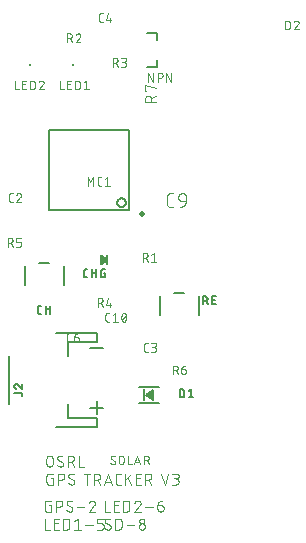
<source format=gbr>
G04 EAGLE Gerber RS-274X export*
G75*
%MOMM*%
%FSLAX34Y34*%
%LPD*%
%INSilkscreen Top*%
%IPPOS*%
%AMOC8*
5,1,8,0,0,1.08239X$1,22.5*%
G01*
%ADD10C,0.076200*%
%ADD11C,0.152400*%
%ADD12R,0.200000X0.200000*%
%ADD13C,0.508000*%
%ADD14C,0.203200*%
%ADD15R,0.200000X1.000000*%
%ADD16R,0.190500X0.889000*%
%ADD17C,0.101600*%

G36*
X-142183Y-68066D02*
X-142183Y-68066D01*
X-142165Y-68068D01*
X-142063Y-68040D01*
X-141960Y-68018D01*
X-141945Y-68009D01*
X-141928Y-68004D01*
X-141783Y-67919D01*
X-136703Y-64109D01*
X-136700Y-64106D01*
X-136697Y-64104D01*
X-136615Y-64017D01*
X-136533Y-63932D01*
X-136531Y-63928D01*
X-136528Y-63925D01*
X-136478Y-63816D01*
X-136428Y-63709D01*
X-136428Y-63705D01*
X-136426Y-63701D01*
X-136413Y-63583D01*
X-136400Y-63465D01*
X-136400Y-63461D01*
X-136400Y-63456D01*
X-136426Y-63340D01*
X-136451Y-63224D01*
X-136453Y-63220D01*
X-136454Y-63216D01*
X-136515Y-63114D01*
X-136576Y-63012D01*
X-136579Y-63009D01*
X-136581Y-63006D01*
X-136703Y-62891D01*
X-141783Y-59081D01*
X-141799Y-59073D01*
X-141812Y-59061D01*
X-141827Y-59053D01*
X-141835Y-59047D01*
X-141885Y-59027D01*
X-141908Y-59016D01*
X-142001Y-58967D01*
X-142019Y-58964D01*
X-142035Y-58957D01*
X-142140Y-58945D01*
X-142244Y-58929D01*
X-142262Y-58932D01*
X-142279Y-58930D01*
X-142382Y-58952D01*
X-142487Y-58970D01*
X-142502Y-58978D01*
X-142520Y-58982D01*
X-142610Y-59036D01*
X-142704Y-59086D01*
X-142716Y-59099D01*
X-142731Y-59108D01*
X-142800Y-59188D01*
X-142872Y-59265D01*
X-142879Y-59282D01*
X-142891Y-59295D01*
X-142930Y-59393D01*
X-142974Y-59489D01*
X-142976Y-59507D01*
X-142983Y-59523D01*
X-143001Y-59690D01*
X-143001Y-67310D01*
X-142998Y-67328D01*
X-143000Y-67345D01*
X-142979Y-67449D01*
X-142962Y-67553D01*
X-142953Y-67568D01*
X-142950Y-67586D01*
X-142896Y-67677D01*
X-142846Y-67770D01*
X-142834Y-67782D01*
X-142825Y-67798D01*
X-142745Y-67867D01*
X-142668Y-67940D01*
X-142652Y-67947D01*
X-142638Y-67959D01*
X-142541Y-67999D01*
X-142445Y-68043D01*
X-142427Y-68045D01*
X-142411Y-68052D01*
X-142305Y-68059D01*
X-142201Y-68070D01*
X-142183Y-68066D01*
G37*
G36*
X-99555Y-180807D02*
X-99555Y-180807D01*
X-99484Y-180809D01*
X-99415Y-180791D01*
X-99344Y-180782D01*
X-99278Y-180755D01*
X-99209Y-180737D01*
X-99148Y-180700D01*
X-99082Y-180673D01*
X-99026Y-180628D01*
X-98964Y-180592D01*
X-98915Y-180540D01*
X-98860Y-180495D01*
X-98819Y-180437D01*
X-98770Y-180384D01*
X-98737Y-180321D01*
X-98696Y-180263D01*
X-98673Y-180195D01*
X-98640Y-180131D01*
X-98630Y-180072D01*
X-98603Y-179994D01*
X-98597Y-179875D01*
X-98585Y-179800D01*
X-98585Y-175800D01*
X-98595Y-175729D01*
X-98595Y-175657D01*
X-98615Y-175589D01*
X-98625Y-175519D01*
X-98654Y-175453D01*
X-98674Y-175384D01*
X-98712Y-175324D01*
X-98741Y-175259D01*
X-98787Y-175204D01*
X-98825Y-175144D01*
X-98879Y-175096D01*
X-98925Y-175042D01*
X-98984Y-175002D01*
X-99038Y-174955D01*
X-99102Y-174924D01*
X-99161Y-174885D01*
X-99230Y-174863D01*
X-99294Y-174832D01*
X-99364Y-174820D01*
X-99432Y-174799D01*
X-99504Y-174797D01*
X-99575Y-174785D01*
X-99645Y-174793D01*
X-99716Y-174791D01*
X-99786Y-174810D01*
X-99857Y-174818D01*
X-99912Y-174843D01*
X-99991Y-174863D01*
X-100094Y-174924D01*
X-100163Y-174955D01*
X-103163Y-176955D01*
X-103250Y-177032D01*
X-103340Y-177105D01*
X-103355Y-177127D01*
X-103375Y-177145D01*
X-103437Y-177242D01*
X-103504Y-177337D01*
X-103512Y-177363D01*
X-103527Y-177385D01*
X-103559Y-177496D01*
X-103597Y-177606D01*
X-103598Y-177633D01*
X-103605Y-177658D01*
X-103605Y-177774D01*
X-103611Y-177890D01*
X-103605Y-177916D01*
X-103605Y-177943D01*
X-103573Y-178054D01*
X-103547Y-178167D01*
X-103534Y-178190D01*
X-103526Y-178216D01*
X-103464Y-178314D01*
X-103408Y-178415D01*
X-103390Y-178431D01*
X-103375Y-178456D01*
X-103167Y-178641D01*
X-103163Y-178645D01*
X-100163Y-180645D01*
X-100099Y-180676D01*
X-100039Y-180716D01*
X-99971Y-180737D01*
X-99907Y-180768D01*
X-99836Y-180780D01*
X-99768Y-180801D01*
X-99697Y-180803D01*
X-99627Y-180815D01*
X-99555Y-180807D01*
G37*
D10*
X13368Y131953D02*
X13368Y139319D01*
X15414Y139319D01*
X15503Y139317D01*
X15592Y139311D01*
X15681Y139301D01*
X15769Y139288D01*
X15857Y139271D01*
X15944Y139249D01*
X16029Y139224D01*
X16114Y139196D01*
X16197Y139163D01*
X16279Y139127D01*
X16359Y139088D01*
X16437Y139045D01*
X16513Y138999D01*
X16588Y138949D01*
X16660Y138896D01*
X16729Y138840D01*
X16796Y138781D01*
X16861Y138720D01*
X16922Y138655D01*
X16981Y138588D01*
X17037Y138519D01*
X17090Y138447D01*
X17140Y138372D01*
X17186Y138296D01*
X17229Y138218D01*
X17268Y138138D01*
X17304Y138056D01*
X17337Y137973D01*
X17365Y137888D01*
X17390Y137803D01*
X17412Y137716D01*
X17429Y137628D01*
X17442Y137540D01*
X17452Y137451D01*
X17458Y137362D01*
X17460Y137273D01*
X17460Y133999D01*
X17458Y133910D01*
X17452Y133821D01*
X17442Y133732D01*
X17429Y133644D01*
X17412Y133556D01*
X17390Y133469D01*
X17365Y133384D01*
X17337Y133299D01*
X17304Y133216D01*
X17268Y133134D01*
X17229Y133054D01*
X17186Y132976D01*
X17140Y132900D01*
X17090Y132825D01*
X17037Y132753D01*
X16981Y132684D01*
X16922Y132617D01*
X16861Y132552D01*
X16796Y132491D01*
X16729Y132432D01*
X16660Y132376D01*
X16588Y132323D01*
X16513Y132273D01*
X16437Y132227D01*
X16359Y132184D01*
X16279Y132145D01*
X16197Y132109D01*
X16114Y132076D01*
X16029Y132048D01*
X15944Y132023D01*
X15857Y132001D01*
X15769Y131984D01*
X15681Y131971D01*
X15592Y131961D01*
X15503Y131955D01*
X15414Y131953D01*
X13368Y131953D01*
X23178Y139320D02*
X23263Y139318D01*
X23348Y139312D01*
X23432Y139302D01*
X23516Y139289D01*
X23600Y139271D01*
X23682Y139250D01*
X23763Y139225D01*
X23843Y139196D01*
X23922Y139163D01*
X23999Y139127D01*
X24074Y139087D01*
X24148Y139044D01*
X24219Y138998D01*
X24288Y138948D01*
X24355Y138895D01*
X24419Y138839D01*
X24480Y138780D01*
X24539Y138719D01*
X24595Y138655D01*
X24648Y138588D01*
X24698Y138519D01*
X24744Y138448D01*
X24787Y138374D01*
X24827Y138299D01*
X24863Y138222D01*
X24896Y138143D01*
X24925Y138063D01*
X24950Y137982D01*
X24971Y137900D01*
X24989Y137816D01*
X25002Y137732D01*
X25012Y137648D01*
X25018Y137563D01*
X25020Y137478D01*
X23178Y139319D02*
X23082Y139317D01*
X22986Y139311D01*
X22891Y139301D01*
X22796Y139288D01*
X22701Y139270D01*
X22608Y139249D01*
X22515Y139224D01*
X22424Y139195D01*
X22333Y139163D01*
X22244Y139127D01*
X22157Y139087D01*
X22071Y139044D01*
X21987Y138998D01*
X21905Y138948D01*
X21825Y138894D01*
X21748Y138838D01*
X21673Y138778D01*
X21600Y138716D01*
X21530Y138650D01*
X21462Y138582D01*
X21397Y138511D01*
X21336Y138438D01*
X21277Y138362D01*
X21221Y138283D01*
X21169Y138203D01*
X21120Y138120D01*
X21074Y138036D01*
X21032Y137950D01*
X20994Y137862D01*
X20959Y137773D01*
X20927Y137682D01*
X24405Y136046D02*
X24465Y136105D01*
X24522Y136167D01*
X24577Y136231D01*
X24628Y136298D01*
X24677Y136367D01*
X24723Y136437D01*
X24766Y136510D01*
X24806Y136584D01*
X24842Y136660D01*
X24875Y136738D01*
X24905Y136817D01*
X24932Y136897D01*
X24955Y136978D01*
X24974Y137060D01*
X24990Y137142D01*
X25003Y137226D01*
X25012Y137310D01*
X25017Y137394D01*
X25019Y137478D01*
X24405Y136045D02*
X20927Y131953D01*
X25019Y131953D01*
X-130317Y-234710D02*
X-130319Y-234788D01*
X-130324Y-234866D01*
X-130334Y-234943D01*
X-130347Y-235020D01*
X-130363Y-235096D01*
X-130383Y-235171D01*
X-130407Y-235245D01*
X-130434Y-235318D01*
X-130465Y-235390D01*
X-130499Y-235460D01*
X-130536Y-235529D01*
X-130577Y-235595D01*
X-130621Y-235660D01*
X-130667Y-235722D01*
X-130717Y-235782D01*
X-130769Y-235840D01*
X-130824Y-235895D01*
X-130882Y-235947D01*
X-130942Y-235997D01*
X-131004Y-236043D01*
X-131069Y-236087D01*
X-131136Y-236128D01*
X-131204Y-236165D01*
X-131274Y-236199D01*
X-131346Y-236230D01*
X-131419Y-236257D01*
X-131493Y-236281D01*
X-131568Y-236301D01*
X-131644Y-236317D01*
X-131721Y-236330D01*
X-131798Y-236340D01*
X-131876Y-236345D01*
X-131954Y-236347D01*
X-132068Y-236345D01*
X-132181Y-236340D01*
X-132295Y-236330D01*
X-132408Y-236317D01*
X-132520Y-236300D01*
X-132632Y-236280D01*
X-132743Y-236256D01*
X-132854Y-236228D01*
X-132963Y-236197D01*
X-133071Y-236162D01*
X-133178Y-236123D01*
X-133284Y-236081D01*
X-133388Y-236036D01*
X-133491Y-235987D01*
X-133592Y-235934D01*
X-133691Y-235879D01*
X-133789Y-235820D01*
X-133884Y-235758D01*
X-133977Y-235693D01*
X-134069Y-235625D01*
X-134157Y-235554D01*
X-134244Y-235480D01*
X-134328Y-235403D01*
X-134409Y-235324D01*
X-134205Y-230618D02*
X-134203Y-230538D01*
X-134197Y-230458D01*
X-134187Y-230378D01*
X-134174Y-230299D01*
X-134156Y-230220D01*
X-134135Y-230143D01*
X-134109Y-230067D01*
X-134080Y-229992D01*
X-134048Y-229918D01*
X-134012Y-229846D01*
X-133972Y-229776D01*
X-133929Y-229709D01*
X-133883Y-229643D01*
X-133833Y-229580D01*
X-133781Y-229519D01*
X-133726Y-229460D01*
X-133667Y-229405D01*
X-133607Y-229353D01*
X-133543Y-229303D01*
X-133477Y-229257D01*
X-133410Y-229214D01*
X-133340Y-229174D01*
X-133268Y-229138D01*
X-133194Y-229106D01*
X-133120Y-229077D01*
X-133043Y-229051D01*
X-132966Y-229030D01*
X-132887Y-229012D01*
X-132808Y-228999D01*
X-132728Y-228989D01*
X-132648Y-228983D01*
X-132568Y-228981D01*
X-132458Y-228983D01*
X-132349Y-228989D01*
X-132240Y-228999D01*
X-132131Y-229012D01*
X-132022Y-229030D01*
X-131915Y-229051D01*
X-131808Y-229077D01*
X-131702Y-229106D01*
X-131597Y-229138D01*
X-131494Y-229175D01*
X-131392Y-229215D01*
X-131291Y-229259D01*
X-131192Y-229307D01*
X-131095Y-229357D01*
X-131000Y-229412D01*
X-130907Y-229470D01*
X-130815Y-229531D01*
X-130727Y-229595D01*
X-133387Y-232050D02*
X-133453Y-232008D01*
X-133518Y-231964D01*
X-133580Y-231916D01*
X-133640Y-231866D01*
X-133698Y-231813D01*
X-133753Y-231757D01*
X-133806Y-231699D01*
X-133855Y-231638D01*
X-133902Y-231575D01*
X-133946Y-231510D01*
X-133986Y-231443D01*
X-134023Y-231374D01*
X-134057Y-231303D01*
X-134088Y-231231D01*
X-134115Y-231157D01*
X-134139Y-231082D01*
X-134159Y-231007D01*
X-134175Y-230930D01*
X-134188Y-230853D01*
X-134198Y-230775D01*
X-134203Y-230696D01*
X-134205Y-230618D01*
X-131136Y-233278D02*
X-131070Y-233320D01*
X-131005Y-233364D01*
X-130943Y-233412D01*
X-130883Y-233462D01*
X-130825Y-233515D01*
X-130770Y-233571D01*
X-130717Y-233629D01*
X-130668Y-233690D01*
X-130621Y-233753D01*
X-130577Y-233818D01*
X-130537Y-233885D01*
X-130500Y-233954D01*
X-130466Y-234025D01*
X-130435Y-234097D01*
X-130408Y-234171D01*
X-130384Y-234246D01*
X-130364Y-234321D01*
X-130348Y-234398D01*
X-130335Y-234475D01*
X-130325Y-234553D01*
X-130320Y-234632D01*
X-130318Y-234710D01*
X-131136Y-233278D02*
X-133387Y-232050D01*
X-127338Y-231027D02*
X-127338Y-234301D01*
X-127338Y-231027D02*
X-127336Y-230938D01*
X-127330Y-230849D01*
X-127320Y-230760D01*
X-127307Y-230672D01*
X-127290Y-230584D01*
X-127268Y-230497D01*
X-127243Y-230412D01*
X-127215Y-230327D01*
X-127182Y-230244D01*
X-127146Y-230162D01*
X-127107Y-230082D01*
X-127064Y-230004D01*
X-127018Y-229928D01*
X-126968Y-229853D01*
X-126915Y-229781D01*
X-126859Y-229712D01*
X-126800Y-229645D01*
X-126739Y-229580D01*
X-126674Y-229519D01*
X-126607Y-229460D01*
X-126538Y-229404D01*
X-126466Y-229351D01*
X-126391Y-229301D01*
X-126315Y-229255D01*
X-126237Y-229212D01*
X-126157Y-229173D01*
X-126075Y-229137D01*
X-125992Y-229104D01*
X-125907Y-229076D01*
X-125822Y-229051D01*
X-125735Y-229029D01*
X-125647Y-229012D01*
X-125559Y-228999D01*
X-125470Y-228989D01*
X-125381Y-228983D01*
X-125292Y-228981D01*
X-125203Y-228983D01*
X-125114Y-228989D01*
X-125025Y-228999D01*
X-124937Y-229012D01*
X-124849Y-229029D01*
X-124762Y-229051D01*
X-124677Y-229076D01*
X-124592Y-229104D01*
X-124509Y-229137D01*
X-124427Y-229173D01*
X-124347Y-229212D01*
X-124269Y-229255D01*
X-124193Y-229301D01*
X-124118Y-229351D01*
X-124046Y-229404D01*
X-123977Y-229460D01*
X-123910Y-229519D01*
X-123845Y-229580D01*
X-123784Y-229645D01*
X-123725Y-229712D01*
X-123669Y-229781D01*
X-123616Y-229853D01*
X-123566Y-229928D01*
X-123520Y-230004D01*
X-123477Y-230082D01*
X-123438Y-230162D01*
X-123402Y-230244D01*
X-123369Y-230327D01*
X-123341Y-230412D01*
X-123316Y-230497D01*
X-123294Y-230584D01*
X-123277Y-230672D01*
X-123264Y-230760D01*
X-123254Y-230849D01*
X-123248Y-230938D01*
X-123246Y-231027D01*
X-123246Y-234301D01*
X-123248Y-234390D01*
X-123254Y-234479D01*
X-123264Y-234568D01*
X-123277Y-234656D01*
X-123294Y-234744D01*
X-123316Y-234831D01*
X-123341Y-234916D01*
X-123369Y-235001D01*
X-123402Y-235084D01*
X-123438Y-235166D01*
X-123477Y-235246D01*
X-123520Y-235324D01*
X-123566Y-235400D01*
X-123616Y-235475D01*
X-123669Y-235547D01*
X-123725Y-235616D01*
X-123784Y-235683D01*
X-123845Y-235748D01*
X-123910Y-235809D01*
X-123977Y-235868D01*
X-124046Y-235924D01*
X-124118Y-235977D01*
X-124193Y-236027D01*
X-124269Y-236073D01*
X-124347Y-236116D01*
X-124427Y-236155D01*
X-124509Y-236191D01*
X-124592Y-236224D01*
X-124677Y-236252D01*
X-124762Y-236277D01*
X-124849Y-236299D01*
X-124937Y-236316D01*
X-125025Y-236329D01*
X-125114Y-236339D01*
X-125203Y-236345D01*
X-125292Y-236347D01*
X-125381Y-236345D01*
X-125470Y-236339D01*
X-125559Y-236329D01*
X-125647Y-236316D01*
X-125735Y-236299D01*
X-125822Y-236277D01*
X-125907Y-236252D01*
X-125992Y-236224D01*
X-126075Y-236191D01*
X-126157Y-236155D01*
X-126237Y-236116D01*
X-126315Y-236073D01*
X-126391Y-236027D01*
X-126466Y-235977D01*
X-126538Y-235924D01*
X-126607Y-235868D01*
X-126674Y-235809D01*
X-126739Y-235748D01*
X-126800Y-235683D01*
X-126859Y-235616D01*
X-126915Y-235547D01*
X-126968Y-235475D01*
X-127018Y-235400D01*
X-127064Y-235324D01*
X-127107Y-235246D01*
X-127146Y-235166D01*
X-127182Y-235084D01*
X-127215Y-235001D01*
X-127243Y-234916D01*
X-127268Y-234831D01*
X-127290Y-234744D01*
X-127307Y-234656D01*
X-127320Y-234568D01*
X-127330Y-234479D01*
X-127336Y-234390D01*
X-127338Y-234301D01*
X-119764Y-236347D02*
X-119764Y-228981D01*
X-119764Y-236347D02*
X-116490Y-236347D01*
X-114093Y-236347D02*
X-111637Y-228981D01*
X-109182Y-236347D01*
X-109796Y-234506D02*
X-113479Y-234506D01*
X-106073Y-236347D02*
X-106073Y-228981D01*
X-104027Y-228981D01*
X-103938Y-228983D01*
X-103849Y-228989D01*
X-103760Y-228999D01*
X-103672Y-229012D01*
X-103584Y-229029D01*
X-103497Y-229051D01*
X-103412Y-229076D01*
X-103327Y-229104D01*
X-103244Y-229137D01*
X-103162Y-229173D01*
X-103082Y-229212D01*
X-103004Y-229255D01*
X-102928Y-229301D01*
X-102853Y-229351D01*
X-102781Y-229404D01*
X-102712Y-229460D01*
X-102645Y-229519D01*
X-102580Y-229580D01*
X-102519Y-229645D01*
X-102460Y-229712D01*
X-102404Y-229781D01*
X-102351Y-229853D01*
X-102301Y-229928D01*
X-102255Y-230004D01*
X-102212Y-230082D01*
X-102173Y-230162D01*
X-102137Y-230244D01*
X-102104Y-230327D01*
X-102076Y-230412D01*
X-102051Y-230497D01*
X-102029Y-230584D01*
X-102012Y-230672D01*
X-101999Y-230760D01*
X-101989Y-230849D01*
X-101983Y-230938D01*
X-101981Y-231027D01*
X-101983Y-231116D01*
X-101989Y-231205D01*
X-101999Y-231294D01*
X-102012Y-231382D01*
X-102029Y-231470D01*
X-102051Y-231557D01*
X-102076Y-231642D01*
X-102104Y-231727D01*
X-102137Y-231810D01*
X-102173Y-231892D01*
X-102212Y-231972D01*
X-102255Y-232050D01*
X-102301Y-232126D01*
X-102351Y-232201D01*
X-102404Y-232273D01*
X-102460Y-232342D01*
X-102519Y-232409D01*
X-102580Y-232474D01*
X-102645Y-232535D01*
X-102712Y-232594D01*
X-102781Y-232650D01*
X-102853Y-232703D01*
X-102928Y-232753D01*
X-103004Y-232799D01*
X-103082Y-232842D01*
X-103162Y-232881D01*
X-103244Y-232917D01*
X-103327Y-232950D01*
X-103412Y-232978D01*
X-103497Y-233003D01*
X-103584Y-233025D01*
X-103672Y-233042D01*
X-103760Y-233055D01*
X-103849Y-233065D01*
X-103938Y-233071D01*
X-104027Y-233073D01*
X-106073Y-233073D01*
X-103618Y-233073D02*
X-101981Y-236347D01*
D11*
X-140462Y-137696D02*
X-151299Y-137696D01*
D10*
X-184869Y-271258D02*
X-186435Y-271258D01*
X-184869Y-271258D02*
X-184869Y-276479D01*
X-188002Y-276479D01*
X-188091Y-276477D01*
X-188179Y-276471D01*
X-188267Y-276462D01*
X-188355Y-276449D01*
X-188442Y-276432D01*
X-188528Y-276412D01*
X-188613Y-276387D01*
X-188698Y-276360D01*
X-188781Y-276328D01*
X-188862Y-276294D01*
X-188942Y-276255D01*
X-189020Y-276214D01*
X-189097Y-276169D01*
X-189171Y-276121D01*
X-189244Y-276070D01*
X-189314Y-276016D01*
X-189381Y-275958D01*
X-189447Y-275898D01*
X-189509Y-275836D01*
X-189569Y-275770D01*
X-189627Y-275703D01*
X-189681Y-275633D01*
X-189732Y-275560D01*
X-189780Y-275486D01*
X-189825Y-275409D01*
X-189866Y-275331D01*
X-189905Y-275251D01*
X-189939Y-275170D01*
X-189971Y-275087D01*
X-189998Y-275002D01*
X-190023Y-274917D01*
X-190043Y-274831D01*
X-190060Y-274744D01*
X-190073Y-274656D01*
X-190082Y-274568D01*
X-190088Y-274480D01*
X-190090Y-274391D01*
X-190090Y-269169D01*
X-190091Y-269169D02*
X-190089Y-269078D01*
X-190083Y-268987D01*
X-190073Y-268896D01*
X-190059Y-268806D01*
X-190041Y-268717D01*
X-190020Y-268628D01*
X-189994Y-268541D01*
X-189965Y-268455D01*
X-189932Y-268370D01*
X-189895Y-268286D01*
X-189855Y-268204D01*
X-189811Y-268125D01*
X-189764Y-268047D01*
X-189713Y-267971D01*
X-189659Y-267897D01*
X-189602Y-267826D01*
X-189542Y-267758D01*
X-189479Y-267692D01*
X-189413Y-267629D01*
X-189345Y-267569D01*
X-189274Y-267512D01*
X-189200Y-267458D01*
X-189124Y-267407D01*
X-189047Y-267360D01*
X-188967Y-267316D01*
X-188885Y-267276D01*
X-188801Y-267239D01*
X-188717Y-267206D01*
X-188630Y-267177D01*
X-188543Y-267151D01*
X-188454Y-267130D01*
X-188365Y-267112D01*
X-188275Y-267098D01*
X-188184Y-267088D01*
X-188093Y-267082D01*
X-188002Y-267080D01*
X-188002Y-267081D02*
X-184869Y-267081D01*
X-180205Y-267081D02*
X-180205Y-276479D01*
X-180205Y-267081D02*
X-177595Y-267081D01*
X-177494Y-267083D01*
X-177393Y-267089D01*
X-177292Y-267099D01*
X-177192Y-267112D01*
X-177092Y-267130D01*
X-176993Y-267151D01*
X-176895Y-267177D01*
X-176798Y-267206D01*
X-176702Y-267238D01*
X-176608Y-267275D01*
X-176515Y-267315D01*
X-176423Y-267359D01*
X-176334Y-267406D01*
X-176246Y-267457D01*
X-176160Y-267511D01*
X-176077Y-267568D01*
X-175995Y-267628D01*
X-175917Y-267692D01*
X-175840Y-267758D01*
X-175767Y-267828D01*
X-175696Y-267900D01*
X-175628Y-267975D01*
X-175563Y-268053D01*
X-175501Y-268133D01*
X-175442Y-268215D01*
X-175386Y-268300D01*
X-175334Y-268387D01*
X-175285Y-268475D01*
X-175239Y-268566D01*
X-175198Y-268658D01*
X-175159Y-268752D01*
X-175125Y-268847D01*
X-175094Y-268943D01*
X-175067Y-269041D01*
X-175043Y-269139D01*
X-175024Y-269239D01*
X-175008Y-269339D01*
X-174996Y-269439D01*
X-174988Y-269540D01*
X-174984Y-269641D01*
X-174984Y-269743D01*
X-174988Y-269844D01*
X-174996Y-269945D01*
X-175008Y-270045D01*
X-175024Y-270145D01*
X-175043Y-270245D01*
X-175067Y-270343D01*
X-175094Y-270441D01*
X-175125Y-270537D01*
X-175159Y-270632D01*
X-175198Y-270726D01*
X-175239Y-270818D01*
X-175285Y-270909D01*
X-175334Y-270998D01*
X-175386Y-271084D01*
X-175442Y-271169D01*
X-175501Y-271251D01*
X-175563Y-271331D01*
X-175628Y-271409D01*
X-175696Y-271484D01*
X-175767Y-271556D01*
X-175840Y-271626D01*
X-175917Y-271692D01*
X-175995Y-271756D01*
X-176077Y-271816D01*
X-176160Y-271873D01*
X-176246Y-271927D01*
X-176334Y-271978D01*
X-176423Y-272025D01*
X-176515Y-272069D01*
X-176608Y-272109D01*
X-176702Y-272146D01*
X-176798Y-272178D01*
X-176895Y-272207D01*
X-176993Y-272233D01*
X-177092Y-272254D01*
X-177192Y-272272D01*
X-177292Y-272285D01*
X-177393Y-272295D01*
X-177494Y-272301D01*
X-177595Y-272303D01*
X-177595Y-272302D02*
X-180205Y-272302D01*
X-168669Y-276479D02*
X-168580Y-276477D01*
X-168492Y-276471D01*
X-168404Y-276462D01*
X-168316Y-276449D01*
X-168229Y-276432D01*
X-168143Y-276412D01*
X-168058Y-276387D01*
X-167973Y-276360D01*
X-167890Y-276328D01*
X-167809Y-276294D01*
X-167729Y-276255D01*
X-167651Y-276214D01*
X-167574Y-276169D01*
X-167500Y-276121D01*
X-167427Y-276070D01*
X-167357Y-276016D01*
X-167290Y-275958D01*
X-167224Y-275898D01*
X-167162Y-275836D01*
X-167102Y-275770D01*
X-167044Y-275703D01*
X-166990Y-275633D01*
X-166939Y-275560D01*
X-166891Y-275486D01*
X-166846Y-275409D01*
X-166805Y-275331D01*
X-166766Y-275251D01*
X-166732Y-275170D01*
X-166700Y-275087D01*
X-166673Y-275002D01*
X-166648Y-274917D01*
X-166628Y-274831D01*
X-166611Y-274744D01*
X-166598Y-274656D01*
X-166589Y-274568D01*
X-166583Y-274480D01*
X-166581Y-274391D01*
X-168669Y-276479D02*
X-168798Y-276477D01*
X-168927Y-276471D01*
X-169056Y-276462D01*
X-169184Y-276449D01*
X-169312Y-276432D01*
X-169439Y-276411D01*
X-169566Y-276387D01*
X-169692Y-276359D01*
X-169817Y-276327D01*
X-169941Y-276292D01*
X-170064Y-276253D01*
X-170186Y-276210D01*
X-170306Y-276164D01*
X-170425Y-276114D01*
X-170543Y-276061D01*
X-170659Y-276005D01*
X-170773Y-275945D01*
X-170886Y-275882D01*
X-170996Y-275815D01*
X-171105Y-275746D01*
X-171211Y-275673D01*
X-171316Y-275597D01*
X-171418Y-275518D01*
X-171518Y-275436D01*
X-171615Y-275352D01*
X-171710Y-275264D01*
X-171802Y-275174D01*
X-171542Y-269169D02*
X-171540Y-269078D01*
X-171534Y-268987D01*
X-171524Y-268896D01*
X-171510Y-268806D01*
X-171492Y-268717D01*
X-171471Y-268628D01*
X-171445Y-268541D01*
X-171416Y-268455D01*
X-171383Y-268370D01*
X-171346Y-268286D01*
X-171306Y-268204D01*
X-171262Y-268125D01*
X-171215Y-268047D01*
X-171164Y-267971D01*
X-171110Y-267897D01*
X-171053Y-267826D01*
X-170993Y-267758D01*
X-170930Y-267692D01*
X-170864Y-267629D01*
X-170796Y-267569D01*
X-170725Y-267512D01*
X-170651Y-267458D01*
X-170575Y-267407D01*
X-170498Y-267360D01*
X-170418Y-267316D01*
X-170336Y-267276D01*
X-170252Y-267239D01*
X-170168Y-267206D01*
X-170081Y-267177D01*
X-169994Y-267151D01*
X-169905Y-267130D01*
X-169816Y-267112D01*
X-169726Y-267098D01*
X-169635Y-267088D01*
X-169544Y-267082D01*
X-169453Y-267080D01*
X-169453Y-267081D02*
X-169333Y-267083D01*
X-169213Y-267088D01*
X-169094Y-267098D01*
X-168974Y-267110D01*
X-168855Y-267127D01*
X-168737Y-267147D01*
X-168619Y-267171D01*
X-168503Y-267198D01*
X-168387Y-267229D01*
X-168272Y-267263D01*
X-168158Y-267301D01*
X-168045Y-267343D01*
X-167934Y-267388D01*
X-167824Y-267436D01*
X-167716Y-267487D01*
X-167609Y-267542D01*
X-167504Y-267600D01*
X-167401Y-267662D01*
X-167300Y-267726D01*
X-167200Y-267794D01*
X-167103Y-267864D01*
X-170497Y-270996D02*
X-170575Y-270948D01*
X-170651Y-270896D01*
X-170724Y-270842D01*
X-170795Y-270784D01*
X-170864Y-270723D01*
X-170930Y-270659D01*
X-170993Y-270592D01*
X-171053Y-270523D01*
X-171110Y-270451D01*
X-171164Y-270377D01*
X-171214Y-270300D01*
X-171262Y-270221D01*
X-171305Y-270141D01*
X-171346Y-270058D01*
X-171382Y-269974D01*
X-171415Y-269889D01*
X-171444Y-269802D01*
X-171470Y-269713D01*
X-171492Y-269624D01*
X-171509Y-269534D01*
X-171523Y-269444D01*
X-171533Y-269352D01*
X-171539Y-269261D01*
X-171541Y-269169D01*
X-167625Y-272564D02*
X-167547Y-272612D01*
X-167471Y-272664D01*
X-167398Y-272718D01*
X-167327Y-272776D01*
X-167258Y-272837D01*
X-167192Y-272901D01*
X-167129Y-272968D01*
X-167069Y-273037D01*
X-167012Y-273109D01*
X-166958Y-273183D01*
X-166908Y-273260D01*
X-166860Y-273339D01*
X-166817Y-273419D01*
X-166776Y-273502D01*
X-166740Y-273586D01*
X-166707Y-273671D01*
X-166678Y-273758D01*
X-166652Y-273847D01*
X-166630Y-273936D01*
X-166613Y-274026D01*
X-166599Y-274116D01*
X-166589Y-274208D01*
X-166583Y-274299D01*
X-166581Y-274391D01*
X-167625Y-272563D02*
X-170497Y-270997D01*
X-162875Y-272824D02*
X-156610Y-272824D01*
X-149728Y-267081D02*
X-149633Y-267083D01*
X-149539Y-267089D01*
X-149445Y-267098D01*
X-149351Y-267111D01*
X-149258Y-267128D01*
X-149166Y-267149D01*
X-149074Y-267174D01*
X-148984Y-267202D01*
X-148895Y-267234D01*
X-148807Y-267269D01*
X-148721Y-267308D01*
X-148636Y-267350D01*
X-148553Y-267396D01*
X-148472Y-267445D01*
X-148393Y-267497D01*
X-148316Y-267552D01*
X-148242Y-267611D01*
X-148170Y-267672D01*
X-148100Y-267736D01*
X-148033Y-267803D01*
X-147969Y-267873D01*
X-147908Y-267945D01*
X-147849Y-268019D01*
X-147794Y-268096D01*
X-147742Y-268175D01*
X-147693Y-268256D01*
X-147647Y-268339D01*
X-147605Y-268424D01*
X-147566Y-268510D01*
X-147531Y-268598D01*
X-147499Y-268687D01*
X-147471Y-268777D01*
X-147446Y-268869D01*
X-147425Y-268961D01*
X-147408Y-269054D01*
X-147395Y-269148D01*
X-147386Y-269242D01*
X-147380Y-269336D01*
X-147378Y-269431D01*
X-149728Y-267081D02*
X-149836Y-267083D01*
X-149945Y-267089D01*
X-150053Y-267099D01*
X-150160Y-267112D01*
X-150267Y-267130D01*
X-150374Y-267151D01*
X-150479Y-267176D01*
X-150584Y-267205D01*
X-150687Y-267237D01*
X-150789Y-267274D01*
X-150890Y-267314D01*
X-150989Y-267357D01*
X-151087Y-267404D01*
X-151183Y-267455D01*
X-151277Y-267509D01*
X-151369Y-267566D01*
X-151459Y-267627D01*
X-151547Y-267691D01*
X-151632Y-267757D01*
X-151715Y-267827D01*
X-151795Y-267900D01*
X-151873Y-267976D01*
X-151948Y-268054D01*
X-152020Y-268135D01*
X-152089Y-268219D01*
X-152155Y-268305D01*
X-152218Y-268393D01*
X-152277Y-268484D01*
X-152334Y-268577D01*
X-152387Y-268671D01*
X-152436Y-268768D01*
X-152483Y-268866D01*
X-152525Y-268965D01*
X-152564Y-269067D01*
X-152599Y-269169D01*
X-148161Y-271259D02*
X-148092Y-271190D01*
X-148026Y-271119D01*
X-147962Y-271046D01*
X-147901Y-270970D01*
X-147843Y-270891D01*
X-147789Y-270811D01*
X-147737Y-270728D01*
X-147689Y-270644D01*
X-147643Y-270558D01*
X-147602Y-270470D01*
X-147563Y-270380D01*
X-147528Y-270289D01*
X-147497Y-270197D01*
X-147469Y-270104D01*
X-147445Y-270010D01*
X-147425Y-269915D01*
X-147408Y-269819D01*
X-147395Y-269722D01*
X-147386Y-269625D01*
X-147380Y-269528D01*
X-147378Y-269431D01*
X-148162Y-271258D02*
X-152600Y-276479D01*
X-147379Y-276479D01*
X-190090Y-282321D02*
X-190090Y-291719D01*
X-185913Y-291719D01*
X-182165Y-291719D02*
X-177988Y-291719D01*
X-182165Y-291719D02*
X-182165Y-282321D01*
X-177988Y-282321D01*
X-179033Y-286498D02*
X-182165Y-286498D01*
X-174258Y-282321D02*
X-174258Y-291719D01*
X-174258Y-282321D02*
X-171648Y-282321D01*
X-171548Y-282323D01*
X-171448Y-282329D01*
X-171349Y-282338D01*
X-171249Y-282352D01*
X-171151Y-282369D01*
X-171053Y-282390D01*
X-170956Y-282414D01*
X-170860Y-282443D01*
X-170765Y-282475D01*
X-170672Y-282510D01*
X-170580Y-282549D01*
X-170489Y-282592D01*
X-170401Y-282638D01*
X-170314Y-282688D01*
X-170229Y-282740D01*
X-170146Y-282796D01*
X-170065Y-282855D01*
X-169987Y-282918D01*
X-169911Y-282983D01*
X-169837Y-283051D01*
X-169767Y-283121D01*
X-169699Y-283195D01*
X-169634Y-283271D01*
X-169571Y-283349D01*
X-169512Y-283430D01*
X-169456Y-283513D01*
X-169404Y-283598D01*
X-169354Y-283685D01*
X-169308Y-283773D01*
X-169265Y-283864D01*
X-169226Y-283956D01*
X-169191Y-284049D01*
X-169159Y-284144D01*
X-169130Y-284240D01*
X-169106Y-284337D01*
X-169085Y-284435D01*
X-169068Y-284533D01*
X-169054Y-284633D01*
X-169045Y-284732D01*
X-169039Y-284832D01*
X-169037Y-284932D01*
X-169037Y-289108D01*
X-169036Y-289108D02*
X-169038Y-289208D01*
X-169044Y-289308D01*
X-169053Y-289407D01*
X-169067Y-289507D01*
X-169084Y-289605D01*
X-169105Y-289703D01*
X-169129Y-289800D01*
X-169158Y-289896D01*
X-169190Y-289991D01*
X-169225Y-290084D01*
X-169264Y-290176D01*
X-169307Y-290267D01*
X-169353Y-290355D01*
X-169403Y-290442D01*
X-169455Y-290527D01*
X-169511Y-290610D01*
X-169570Y-290691D01*
X-169633Y-290769D01*
X-169698Y-290845D01*
X-169766Y-290919D01*
X-169836Y-290989D01*
X-169910Y-291057D01*
X-169986Y-291122D01*
X-170064Y-291185D01*
X-170145Y-291244D01*
X-170228Y-291300D01*
X-170313Y-291352D01*
X-170400Y-291402D01*
X-170488Y-291448D01*
X-170579Y-291491D01*
X-170671Y-291530D01*
X-170764Y-291565D01*
X-170859Y-291597D01*
X-170955Y-291626D01*
X-171052Y-291650D01*
X-171150Y-291671D01*
X-171248Y-291688D01*
X-171348Y-291702D01*
X-171447Y-291711D01*
X-171547Y-291717D01*
X-171647Y-291719D01*
X-171648Y-291719D02*
X-174258Y-291719D01*
X-164809Y-284409D02*
X-162199Y-282321D01*
X-162199Y-291719D01*
X-164809Y-291719D02*
X-159588Y-291719D01*
X-155578Y-288064D02*
X-149312Y-288064D01*
X-145302Y-291719D02*
X-142169Y-291719D01*
X-142080Y-291717D01*
X-141992Y-291711D01*
X-141904Y-291702D01*
X-141816Y-291689D01*
X-141729Y-291672D01*
X-141643Y-291652D01*
X-141558Y-291627D01*
X-141473Y-291600D01*
X-141390Y-291568D01*
X-141309Y-291534D01*
X-141229Y-291495D01*
X-141151Y-291454D01*
X-141074Y-291409D01*
X-141000Y-291361D01*
X-140927Y-291310D01*
X-140857Y-291256D01*
X-140790Y-291198D01*
X-140724Y-291138D01*
X-140662Y-291076D01*
X-140602Y-291010D01*
X-140544Y-290943D01*
X-140490Y-290873D01*
X-140439Y-290800D01*
X-140391Y-290726D01*
X-140346Y-290649D01*
X-140305Y-290571D01*
X-140266Y-290491D01*
X-140232Y-290410D01*
X-140200Y-290327D01*
X-140173Y-290242D01*
X-140148Y-290157D01*
X-140128Y-290071D01*
X-140111Y-289984D01*
X-140098Y-289896D01*
X-140089Y-289808D01*
X-140083Y-289720D01*
X-140081Y-289631D01*
X-140081Y-288586D01*
X-140083Y-288497D01*
X-140089Y-288409D01*
X-140098Y-288321D01*
X-140111Y-288233D01*
X-140128Y-288146D01*
X-140148Y-288060D01*
X-140173Y-287975D01*
X-140200Y-287890D01*
X-140232Y-287807D01*
X-140266Y-287726D01*
X-140305Y-287646D01*
X-140346Y-287568D01*
X-140391Y-287491D01*
X-140439Y-287417D01*
X-140490Y-287344D01*
X-140544Y-287274D01*
X-140602Y-287207D01*
X-140662Y-287141D01*
X-140724Y-287079D01*
X-140790Y-287019D01*
X-140857Y-286961D01*
X-140927Y-286907D01*
X-141000Y-286856D01*
X-141074Y-286808D01*
X-141151Y-286763D01*
X-141229Y-286722D01*
X-141309Y-286683D01*
X-141390Y-286649D01*
X-141473Y-286617D01*
X-141558Y-286590D01*
X-141643Y-286565D01*
X-141729Y-286545D01*
X-141816Y-286528D01*
X-141904Y-286515D01*
X-141992Y-286506D01*
X-142080Y-286500D01*
X-142169Y-286498D01*
X-145302Y-286498D01*
X-145302Y-282321D01*
X-140081Y-282321D01*
D11*
X-140462Y-188496D02*
X-151299Y-188496D01*
X-145881Y-193915D02*
X-145881Y-183078D01*
D10*
X-139290Y-267081D02*
X-139290Y-276479D01*
X-135113Y-276479D01*
X-131365Y-276479D02*
X-127188Y-276479D01*
X-131365Y-276479D02*
X-131365Y-267081D01*
X-127188Y-267081D01*
X-128233Y-271258D02*
X-131365Y-271258D01*
X-123458Y-267081D02*
X-123458Y-276479D01*
X-123458Y-267081D02*
X-120848Y-267081D01*
X-120748Y-267083D01*
X-120648Y-267089D01*
X-120549Y-267098D01*
X-120449Y-267112D01*
X-120351Y-267129D01*
X-120253Y-267150D01*
X-120156Y-267174D01*
X-120060Y-267203D01*
X-119965Y-267235D01*
X-119872Y-267270D01*
X-119780Y-267309D01*
X-119689Y-267352D01*
X-119601Y-267398D01*
X-119514Y-267448D01*
X-119429Y-267500D01*
X-119346Y-267556D01*
X-119265Y-267615D01*
X-119187Y-267678D01*
X-119111Y-267743D01*
X-119037Y-267811D01*
X-118967Y-267881D01*
X-118899Y-267955D01*
X-118834Y-268031D01*
X-118771Y-268109D01*
X-118712Y-268190D01*
X-118656Y-268273D01*
X-118604Y-268358D01*
X-118554Y-268445D01*
X-118508Y-268533D01*
X-118465Y-268624D01*
X-118426Y-268716D01*
X-118391Y-268809D01*
X-118359Y-268904D01*
X-118330Y-269000D01*
X-118306Y-269097D01*
X-118285Y-269195D01*
X-118268Y-269293D01*
X-118254Y-269393D01*
X-118245Y-269492D01*
X-118239Y-269592D01*
X-118237Y-269692D01*
X-118237Y-273868D01*
X-118236Y-273868D02*
X-118238Y-273968D01*
X-118244Y-274068D01*
X-118253Y-274167D01*
X-118267Y-274267D01*
X-118284Y-274365D01*
X-118305Y-274463D01*
X-118329Y-274560D01*
X-118358Y-274656D01*
X-118390Y-274751D01*
X-118425Y-274844D01*
X-118464Y-274936D01*
X-118507Y-275027D01*
X-118553Y-275115D01*
X-118603Y-275202D01*
X-118655Y-275287D01*
X-118711Y-275370D01*
X-118770Y-275451D01*
X-118833Y-275529D01*
X-118898Y-275605D01*
X-118966Y-275679D01*
X-119036Y-275749D01*
X-119110Y-275817D01*
X-119186Y-275882D01*
X-119264Y-275945D01*
X-119345Y-276004D01*
X-119428Y-276060D01*
X-119513Y-276112D01*
X-119600Y-276162D01*
X-119688Y-276208D01*
X-119779Y-276251D01*
X-119871Y-276290D01*
X-119964Y-276325D01*
X-120059Y-276357D01*
X-120155Y-276386D01*
X-120252Y-276410D01*
X-120350Y-276431D01*
X-120448Y-276448D01*
X-120548Y-276462D01*
X-120647Y-276471D01*
X-120747Y-276477D01*
X-120847Y-276479D01*
X-120848Y-276479D02*
X-123458Y-276479D01*
X-111138Y-267081D02*
X-111043Y-267083D01*
X-110949Y-267089D01*
X-110855Y-267098D01*
X-110761Y-267111D01*
X-110668Y-267128D01*
X-110576Y-267149D01*
X-110484Y-267174D01*
X-110394Y-267202D01*
X-110305Y-267234D01*
X-110217Y-267269D01*
X-110131Y-267308D01*
X-110046Y-267350D01*
X-109963Y-267396D01*
X-109882Y-267445D01*
X-109803Y-267497D01*
X-109726Y-267552D01*
X-109652Y-267611D01*
X-109580Y-267672D01*
X-109510Y-267736D01*
X-109443Y-267803D01*
X-109379Y-267873D01*
X-109318Y-267945D01*
X-109259Y-268019D01*
X-109204Y-268096D01*
X-109152Y-268175D01*
X-109103Y-268256D01*
X-109057Y-268339D01*
X-109015Y-268424D01*
X-108976Y-268510D01*
X-108941Y-268598D01*
X-108909Y-268687D01*
X-108881Y-268777D01*
X-108856Y-268869D01*
X-108835Y-268961D01*
X-108818Y-269054D01*
X-108805Y-269148D01*
X-108796Y-269242D01*
X-108790Y-269336D01*
X-108788Y-269431D01*
X-111138Y-267081D02*
X-111246Y-267083D01*
X-111355Y-267089D01*
X-111463Y-267099D01*
X-111570Y-267112D01*
X-111677Y-267130D01*
X-111784Y-267151D01*
X-111889Y-267176D01*
X-111994Y-267205D01*
X-112097Y-267237D01*
X-112199Y-267274D01*
X-112300Y-267314D01*
X-112399Y-267357D01*
X-112497Y-267404D01*
X-112593Y-267455D01*
X-112687Y-267509D01*
X-112779Y-267566D01*
X-112869Y-267627D01*
X-112957Y-267691D01*
X-113042Y-267757D01*
X-113125Y-267827D01*
X-113205Y-267900D01*
X-113283Y-267976D01*
X-113358Y-268054D01*
X-113430Y-268135D01*
X-113499Y-268219D01*
X-113565Y-268305D01*
X-113628Y-268393D01*
X-113687Y-268484D01*
X-113744Y-268577D01*
X-113797Y-268671D01*
X-113846Y-268768D01*
X-113893Y-268866D01*
X-113935Y-268965D01*
X-113974Y-269067D01*
X-114009Y-269169D01*
X-109571Y-271259D02*
X-109502Y-271190D01*
X-109436Y-271119D01*
X-109372Y-271046D01*
X-109311Y-270970D01*
X-109253Y-270891D01*
X-109199Y-270811D01*
X-109147Y-270728D01*
X-109099Y-270644D01*
X-109053Y-270558D01*
X-109012Y-270470D01*
X-108973Y-270380D01*
X-108938Y-270289D01*
X-108907Y-270197D01*
X-108879Y-270104D01*
X-108855Y-270010D01*
X-108835Y-269915D01*
X-108818Y-269819D01*
X-108805Y-269722D01*
X-108796Y-269625D01*
X-108790Y-269528D01*
X-108788Y-269431D01*
X-109571Y-271258D02*
X-114009Y-276479D01*
X-108788Y-276479D01*
X-104778Y-272824D02*
X-98512Y-272824D01*
X-94502Y-271258D02*
X-91369Y-271258D01*
X-91280Y-271260D01*
X-91192Y-271266D01*
X-91104Y-271275D01*
X-91016Y-271288D01*
X-90929Y-271305D01*
X-90843Y-271325D01*
X-90758Y-271350D01*
X-90673Y-271377D01*
X-90590Y-271409D01*
X-90509Y-271443D01*
X-90429Y-271482D01*
X-90351Y-271523D01*
X-90274Y-271568D01*
X-90200Y-271616D01*
X-90127Y-271667D01*
X-90057Y-271721D01*
X-89990Y-271779D01*
X-89924Y-271839D01*
X-89862Y-271901D01*
X-89802Y-271967D01*
X-89744Y-272034D01*
X-89690Y-272104D01*
X-89639Y-272177D01*
X-89591Y-272251D01*
X-89546Y-272328D01*
X-89505Y-272406D01*
X-89466Y-272486D01*
X-89432Y-272567D01*
X-89400Y-272650D01*
X-89373Y-272735D01*
X-89348Y-272820D01*
X-89328Y-272906D01*
X-89311Y-272993D01*
X-89298Y-273081D01*
X-89289Y-273169D01*
X-89283Y-273257D01*
X-89281Y-273346D01*
X-89281Y-273868D01*
X-89283Y-273969D01*
X-89289Y-274070D01*
X-89299Y-274171D01*
X-89312Y-274271D01*
X-89330Y-274371D01*
X-89351Y-274470D01*
X-89377Y-274568D01*
X-89406Y-274665D01*
X-89438Y-274761D01*
X-89475Y-274855D01*
X-89515Y-274948D01*
X-89559Y-275040D01*
X-89606Y-275129D01*
X-89657Y-275217D01*
X-89711Y-275303D01*
X-89768Y-275386D01*
X-89828Y-275468D01*
X-89892Y-275546D01*
X-89958Y-275623D01*
X-90028Y-275696D01*
X-90100Y-275767D01*
X-90175Y-275835D01*
X-90253Y-275900D01*
X-90333Y-275962D01*
X-90415Y-276021D01*
X-90500Y-276077D01*
X-90587Y-276129D01*
X-90675Y-276178D01*
X-90766Y-276224D01*
X-90858Y-276265D01*
X-90952Y-276304D01*
X-91047Y-276338D01*
X-91143Y-276369D01*
X-91241Y-276396D01*
X-91339Y-276420D01*
X-91439Y-276439D01*
X-91539Y-276455D01*
X-91639Y-276467D01*
X-91740Y-276475D01*
X-91841Y-276479D01*
X-91943Y-276479D01*
X-92044Y-276475D01*
X-92145Y-276467D01*
X-92245Y-276455D01*
X-92345Y-276439D01*
X-92445Y-276420D01*
X-92543Y-276396D01*
X-92641Y-276369D01*
X-92737Y-276338D01*
X-92832Y-276304D01*
X-92926Y-276265D01*
X-93018Y-276224D01*
X-93109Y-276178D01*
X-93198Y-276129D01*
X-93284Y-276077D01*
X-93369Y-276021D01*
X-93451Y-275962D01*
X-93531Y-275900D01*
X-93609Y-275835D01*
X-93684Y-275767D01*
X-93756Y-275696D01*
X-93826Y-275623D01*
X-93892Y-275546D01*
X-93956Y-275468D01*
X-94016Y-275386D01*
X-94073Y-275303D01*
X-94127Y-275217D01*
X-94178Y-275129D01*
X-94225Y-275040D01*
X-94269Y-274948D01*
X-94309Y-274855D01*
X-94346Y-274761D01*
X-94378Y-274665D01*
X-94407Y-274568D01*
X-94433Y-274470D01*
X-94454Y-274371D01*
X-94472Y-274271D01*
X-94485Y-274171D01*
X-94495Y-274070D01*
X-94501Y-273969D01*
X-94503Y-273868D01*
X-94502Y-273868D02*
X-94502Y-271258D01*
X-94500Y-271129D01*
X-94494Y-271001D01*
X-94484Y-270873D01*
X-94470Y-270745D01*
X-94453Y-270617D01*
X-94431Y-270490D01*
X-94405Y-270364D01*
X-94376Y-270239D01*
X-94343Y-270115D01*
X-94305Y-269992D01*
X-94265Y-269870D01*
X-94220Y-269749D01*
X-94172Y-269630D01*
X-94120Y-269512D01*
X-94064Y-269396D01*
X-94005Y-269282D01*
X-93942Y-269170D01*
X-93876Y-269059D01*
X-93807Y-268951D01*
X-93734Y-268845D01*
X-93658Y-268741D01*
X-93579Y-268639D01*
X-93497Y-268540D01*
X-93412Y-268444D01*
X-93324Y-268350D01*
X-93233Y-268259D01*
X-93139Y-268171D01*
X-93043Y-268086D01*
X-92944Y-268004D01*
X-92842Y-267925D01*
X-92738Y-267849D01*
X-92632Y-267776D01*
X-92524Y-267707D01*
X-92414Y-267641D01*
X-92301Y-267578D01*
X-92187Y-267519D01*
X-92071Y-267463D01*
X-91953Y-267411D01*
X-91834Y-267363D01*
X-91713Y-267318D01*
X-91591Y-267278D01*
X-91468Y-267240D01*
X-91344Y-267207D01*
X-91219Y-267178D01*
X-91093Y-267152D01*
X-90966Y-267130D01*
X-90838Y-267113D01*
X-90710Y-267099D01*
X-90582Y-267089D01*
X-90454Y-267083D01*
X-90325Y-267081D01*
X-134069Y-289631D02*
X-134071Y-289720D01*
X-134077Y-289808D01*
X-134086Y-289896D01*
X-134099Y-289984D01*
X-134116Y-290071D01*
X-134136Y-290157D01*
X-134161Y-290242D01*
X-134188Y-290327D01*
X-134220Y-290410D01*
X-134254Y-290491D01*
X-134293Y-290571D01*
X-134334Y-290649D01*
X-134379Y-290726D01*
X-134427Y-290800D01*
X-134478Y-290873D01*
X-134532Y-290943D01*
X-134590Y-291010D01*
X-134650Y-291076D01*
X-134712Y-291138D01*
X-134778Y-291198D01*
X-134845Y-291256D01*
X-134915Y-291310D01*
X-134988Y-291361D01*
X-135062Y-291409D01*
X-135139Y-291454D01*
X-135217Y-291495D01*
X-135297Y-291534D01*
X-135378Y-291568D01*
X-135461Y-291600D01*
X-135546Y-291627D01*
X-135631Y-291652D01*
X-135717Y-291672D01*
X-135804Y-291689D01*
X-135892Y-291702D01*
X-135980Y-291711D01*
X-136068Y-291717D01*
X-136157Y-291719D01*
X-136286Y-291717D01*
X-136415Y-291711D01*
X-136544Y-291702D01*
X-136672Y-291689D01*
X-136800Y-291672D01*
X-136927Y-291651D01*
X-137054Y-291627D01*
X-137180Y-291599D01*
X-137305Y-291567D01*
X-137429Y-291532D01*
X-137552Y-291493D01*
X-137674Y-291450D01*
X-137794Y-291404D01*
X-137913Y-291354D01*
X-138031Y-291301D01*
X-138147Y-291245D01*
X-138261Y-291185D01*
X-138374Y-291122D01*
X-138484Y-291055D01*
X-138593Y-290986D01*
X-138699Y-290913D01*
X-138804Y-290837D01*
X-138906Y-290758D01*
X-139006Y-290676D01*
X-139103Y-290592D01*
X-139198Y-290504D01*
X-139290Y-290414D01*
X-139030Y-284409D02*
X-139028Y-284318D01*
X-139022Y-284227D01*
X-139012Y-284136D01*
X-138998Y-284046D01*
X-138980Y-283957D01*
X-138959Y-283868D01*
X-138933Y-283781D01*
X-138904Y-283695D01*
X-138871Y-283610D01*
X-138834Y-283526D01*
X-138794Y-283444D01*
X-138750Y-283365D01*
X-138703Y-283287D01*
X-138652Y-283211D01*
X-138598Y-283137D01*
X-138541Y-283066D01*
X-138481Y-282998D01*
X-138418Y-282932D01*
X-138352Y-282869D01*
X-138284Y-282809D01*
X-138213Y-282752D01*
X-138139Y-282698D01*
X-138063Y-282647D01*
X-137986Y-282600D01*
X-137906Y-282556D01*
X-137824Y-282516D01*
X-137740Y-282479D01*
X-137656Y-282446D01*
X-137569Y-282417D01*
X-137482Y-282391D01*
X-137393Y-282370D01*
X-137304Y-282352D01*
X-137214Y-282338D01*
X-137123Y-282328D01*
X-137032Y-282322D01*
X-136941Y-282320D01*
X-136941Y-282321D02*
X-136821Y-282323D01*
X-136701Y-282328D01*
X-136582Y-282338D01*
X-136462Y-282350D01*
X-136343Y-282367D01*
X-136225Y-282387D01*
X-136107Y-282411D01*
X-135991Y-282438D01*
X-135875Y-282469D01*
X-135760Y-282503D01*
X-135646Y-282541D01*
X-135533Y-282583D01*
X-135422Y-282628D01*
X-135312Y-282676D01*
X-135204Y-282727D01*
X-135097Y-282782D01*
X-134992Y-282840D01*
X-134889Y-282902D01*
X-134788Y-282966D01*
X-134688Y-283034D01*
X-134591Y-283104D01*
X-137985Y-286236D02*
X-138063Y-286188D01*
X-138139Y-286136D01*
X-138212Y-286082D01*
X-138283Y-286024D01*
X-138352Y-285963D01*
X-138418Y-285899D01*
X-138481Y-285832D01*
X-138541Y-285763D01*
X-138598Y-285691D01*
X-138652Y-285617D01*
X-138702Y-285540D01*
X-138750Y-285461D01*
X-138793Y-285381D01*
X-138834Y-285298D01*
X-138870Y-285214D01*
X-138903Y-285129D01*
X-138932Y-285042D01*
X-138958Y-284953D01*
X-138980Y-284864D01*
X-138997Y-284774D01*
X-139011Y-284684D01*
X-139021Y-284592D01*
X-139027Y-284501D01*
X-139029Y-284409D01*
X-135113Y-287804D02*
X-135035Y-287852D01*
X-134959Y-287904D01*
X-134886Y-287958D01*
X-134815Y-288016D01*
X-134746Y-288077D01*
X-134680Y-288141D01*
X-134617Y-288208D01*
X-134557Y-288277D01*
X-134500Y-288349D01*
X-134446Y-288423D01*
X-134396Y-288500D01*
X-134348Y-288579D01*
X-134305Y-288659D01*
X-134264Y-288742D01*
X-134228Y-288826D01*
X-134195Y-288911D01*
X-134166Y-288998D01*
X-134140Y-289087D01*
X-134118Y-289176D01*
X-134101Y-289266D01*
X-134087Y-289356D01*
X-134077Y-289448D01*
X-134071Y-289539D01*
X-134069Y-289631D01*
X-135113Y-287803D02*
X-137985Y-286237D01*
X-130146Y-282321D02*
X-130146Y-291719D01*
X-130146Y-282321D02*
X-127536Y-282321D01*
X-127436Y-282323D01*
X-127336Y-282329D01*
X-127237Y-282338D01*
X-127137Y-282352D01*
X-127039Y-282369D01*
X-126941Y-282390D01*
X-126844Y-282414D01*
X-126748Y-282443D01*
X-126653Y-282475D01*
X-126560Y-282510D01*
X-126468Y-282549D01*
X-126377Y-282592D01*
X-126289Y-282638D01*
X-126202Y-282688D01*
X-126117Y-282740D01*
X-126034Y-282796D01*
X-125953Y-282855D01*
X-125875Y-282918D01*
X-125799Y-282983D01*
X-125725Y-283051D01*
X-125655Y-283121D01*
X-125587Y-283195D01*
X-125522Y-283271D01*
X-125459Y-283349D01*
X-125400Y-283430D01*
X-125344Y-283513D01*
X-125292Y-283598D01*
X-125242Y-283685D01*
X-125196Y-283773D01*
X-125153Y-283864D01*
X-125114Y-283956D01*
X-125079Y-284049D01*
X-125047Y-284144D01*
X-125018Y-284240D01*
X-124994Y-284337D01*
X-124973Y-284435D01*
X-124956Y-284533D01*
X-124942Y-284633D01*
X-124933Y-284732D01*
X-124927Y-284832D01*
X-124925Y-284932D01*
X-124925Y-289108D01*
X-124927Y-289208D01*
X-124933Y-289308D01*
X-124942Y-289407D01*
X-124956Y-289507D01*
X-124973Y-289605D01*
X-124994Y-289703D01*
X-125018Y-289800D01*
X-125047Y-289896D01*
X-125079Y-289991D01*
X-125114Y-290084D01*
X-125153Y-290176D01*
X-125196Y-290267D01*
X-125242Y-290355D01*
X-125292Y-290442D01*
X-125344Y-290527D01*
X-125400Y-290610D01*
X-125459Y-290691D01*
X-125522Y-290769D01*
X-125587Y-290845D01*
X-125655Y-290919D01*
X-125725Y-290989D01*
X-125799Y-291057D01*
X-125875Y-291122D01*
X-125953Y-291185D01*
X-126034Y-291244D01*
X-126117Y-291300D01*
X-126202Y-291352D01*
X-126289Y-291402D01*
X-126377Y-291448D01*
X-126468Y-291491D01*
X-126560Y-291530D01*
X-126653Y-291565D01*
X-126748Y-291597D01*
X-126844Y-291626D01*
X-126941Y-291650D01*
X-127039Y-291671D01*
X-127137Y-291688D01*
X-127237Y-291702D01*
X-127336Y-291711D01*
X-127436Y-291717D01*
X-127536Y-291719D01*
X-130146Y-291719D01*
X-120610Y-288064D02*
X-114345Y-288064D01*
X-110335Y-289108D02*
X-110333Y-289007D01*
X-110327Y-288906D01*
X-110317Y-288805D01*
X-110304Y-288705D01*
X-110286Y-288605D01*
X-110265Y-288506D01*
X-110239Y-288408D01*
X-110210Y-288311D01*
X-110178Y-288215D01*
X-110141Y-288121D01*
X-110101Y-288028D01*
X-110057Y-287936D01*
X-110010Y-287847D01*
X-109959Y-287759D01*
X-109905Y-287673D01*
X-109848Y-287590D01*
X-109788Y-287508D01*
X-109724Y-287430D01*
X-109658Y-287353D01*
X-109588Y-287280D01*
X-109516Y-287209D01*
X-109441Y-287141D01*
X-109363Y-287076D01*
X-109283Y-287014D01*
X-109201Y-286955D01*
X-109116Y-286899D01*
X-109030Y-286847D01*
X-108941Y-286798D01*
X-108850Y-286752D01*
X-108758Y-286711D01*
X-108664Y-286672D01*
X-108569Y-286638D01*
X-108473Y-286607D01*
X-108375Y-286580D01*
X-108277Y-286556D01*
X-108177Y-286537D01*
X-108077Y-286521D01*
X-107977Y-286509D01*
X-107876Y-286501D01*
X-107775Y-286497D01*
X-107673Y-286497D01*
X-107572Y-286501D01*
X-107471Y-286509D01*
X-107371Y-286521D01*
X-107271Y-286537D01*
X-107171Y-286556D01*
X-107073Y-286580D01*
X-106975Y-286607D01*
X-106879Y-286638D01*
X-106784Y-286672D01*
X-106690Y-286711D01*
X-106598Y-286752D01*
X-106507Y-286798D01*
X-106419Y-286847D01*
X-106332Y-286899D01*
X-106247Y-286955D01*
X-106165Y-287014D01*
X-106085Y-287076D01*
X-106007Y-287141D01*
X-105932Y-287209D01*
X-105860Y-287280D01*
X-105790Y-287353D01*
X-105724Y-287430D01*
X-105660Y-287508D01*
X-105600Y-287590D01*
X-105543Y-287673D01*
X-105489Y-287759D01*
X-105438Y-287847D01*
X-105391Y-287936D01*
X-105347Y-288028D01*
X-105307Y-288121D01*
X-105270Y-288215D01*
X-105238Y-288311D01*
X-105209Y-288408D01*
X-105183Y-288506D01*
X-105162Y-288605D01*
X-105144Y-288705D01*
X-105131Y-288805D01*
X-105121Y-288906D01*
X-105115Y-289007D01*
X-105113Y-289108D01*
X-105115Y-289209D01*
X-105121Y-289310D01*
X-105131Y-289411D01*
X-105144Y-289511D01*
X-105162Y-289611D01*
X-105183Y-289710D01*
X-105209Y-289808D01*
X-105238Y-289905D01*
X-105270Y-290001D01*
X-105307Y-290095D01*
X-105347Y-290188D01*
X-105391Y-290280D01*
X-105438Y-290369D01*
X-105489Y-290457D01*
X-105543Y-290543D01*
X-105600Y-290626D01*
X-105660Y-290708D01*
X-105724Y-290786D01*
X-105790Y-290863D01*
X-105860Y-290936D01*
X-105932Y-291007D01*
X-106007Y-291075D01*
X-106085Y-291140D01*
X-106165Y-291202D01*
X-106247Y-291261D01*
X-106332Y-291317D01*
X-106419Y-291369D01*
X-106507Y-291418D01*
X-106598Y-291464D01*
X-106690Y-291505D01*
X-106784Y-291544D01*
X-106879Y-291578D01*
X-106975Y-291609D01*
X-107073Y-291636D01*
X-107171Y-291660D01*
X-107271Y-291679D01*
X-107371Y-291695D01*
X-107471Y-291707D01*
X-107572Y-291715D01*
X-107673Y-291719D01*
X-107775Y-291719D01*
X-107876Y-291715D01*
X-107977Y-291707D01*
X-108077Y-291695D01*
X-108177Y-291679D01*
X-108277Y-291660D01*
X-108375Y-291636D01*
X-108473Y-291609D01*
X-108569Y-291578D01*
X-108664Y-291544D01*
X-108758Y-291505D01*
X-108850Y-291464D01*
X-108941Y-291418D01*
X-109030Y-291369D01*
X-109116Y-291317D01*
X-109201Y-291261D01*
X-109283Y-291202D01*
X-109363Y-291140D01*
X-109441Y-291075D01*
X-109516Y-291007D01*
X-109588Y-290936D01*
X-109658Y-290863D01*
X-109724Y-290786D01*
X-109788Y-290708D01*
X-109848Y-290626D01*
X-109905Y-290543D01*
X-109959Y-290457D01*
X-110010Y-290369D01*
X-110057Y-290280D01*
X-110101Y-290188D01*
X-110141Y-290095D01*
X-110178Y-290001D01*
X-110210Y-289905D01*
X-110239Y-289808D01*
X-110265Y-289710D01*
X-110286Y-289611D01*
X-110304Y-289511D01*
X-110317Y-289411D01*
X-110327Y-289310D01*
X-110333Y-289209D01*
X-110335Y-289108D01*
X-109812Y-284409D02*
X-109810Y-284319D01*
X-109804Y-284230D01*
X-109795Y-284140D01*
X-109781Y-284051D01*
X-109764Y-283963D01*
X-109743Y-283876D01*
X-109718Y-283789D01*
X-109689Y-283704D01*
X-109657Y-283620D01*
X-109622Y-283538D01*
X-109582Y-283457D01*
X-109540Y-283378D01*
X-109494Y-283301D01*
X-109444Y-283226D01*
X-109392Y-283153D01*
X-109336Y-283082D01*
X-109278Y-283014D01*
X-109216Y-282949D01*
X-109152Y-282886D01*
X-109085Y-282826D01*
X-109016Y-282769D01*
X-108944Y-282715D01*
X-108870Y-282664D01*
X-108794Y-282616D01*
X-108716Y-282572D01*
X-108636Y-282531D01*
X-108554Y-282493D01*
X-108471Y-282459D01*
X-108386Y-282429D01*
X-108300Y-282402D01*
X-108214Y-282379D01*
X-108126Y-282360D01*
X-108037Y-282345D01*
X-107948Y-282333D01*
X-107859Y-282325D01*
X-107769Y-282321D01*
X-107679Y-282321D01*
X-107589Y-282325D01*
X-107500Y-282333D01*
X-107411Y-282345D01*
X-107322Y-282360D01*
X-107234Y-282379D01*
X-107148Y-282402D01*
X-107062Y-282429D01*
X-106977Y-282459D01*
X-106894Y-282493D01*
X-106812Y-282531D01*
X-106732Y-282572D01*
X-106654Y-282616D01*
X-106578Y-282664D01*
X-106504Y-282715D01*
X-106432Y-282769D01*
X-106363Y-282826D01*
X-106296Y-282886D01*
X-106232Y-282949D01*
X-106170Y-283014D01*
X-106112Y-283082D01*
X-106056Y-283153D01*
X-106004Y-283226D01*
X-105954Y-283301D01*
X-105908Y-283378D01*
X-105866Y-283457D01*
X-105826Y-283538D01*
X-105791Y-283620D01*
X-105759Y-283704D01*
X-105730Y-283789D01*
X-105705Y-283876D01*
X-105684Y-283963D01*
X-105667Y-284051D01*
X-105653Y-284140D01*
X-105644Y-284230D01*
X-105638Y-284319D01*
X-105636Y-284409D01*
X-105638Y-284499D01*
X-105644Y-284588D01*
X-105653Y-284678D01*
X-105667Y-284767D01*
X-105684Y-284855D01*
X-105705Y-284942D01*
X-105730Y-285029D01*
X-105759Y-285114D01*
X-105791Y-285198D01*
X-105826Y-285280D01*
X-105866Y-285361D01*
X-105908Y-285440D01*
X-105954Y-285517D01*
X-106004Y-285592D01*
X-106056Y-285665D01*
X-106112Y-285736D01*
X-106170Y-285804D01*
X-106232Y-285869D01*
X-106296Y-285932D01*
X-106363Y-285992D01*
X-106432Y-286049D01*
X-106504Y-286103D01*
X-106578Y-286154D01*
X-106654Y-286202D01*
X-106732Y-286246D01*
X-106812Y-286287D01*
X-106894Y-286325D01*
X-106977Y-286359D01*
X-107062Y-286389D01*
X-107148Y-286416D01*
X-107234Y-286439D01*
X-107322Y-286458D01*
X-107411Y-286473D01*
X-107500Y-286485D01*
X-107589Y-286493D01*
X-107679Y-286497D01*
X-107769Y-286497D01*
X-107859Y-286493D01*
X-107948Y-286485D01*
X-108037Y-286473D01*
X-108126Y-286458D01*
X-108214Y-286439D01*
X-108300Y-286416D01*
X-108386Y-286389D01*
X-108471Y-286359D01*
X-108554Y-286325D01*
X-108636Y-286287D01*
X-108716Y-286246D01*
X-108794Y-286202D01*
X-108870Y-286154D01*
X-108944Y-286103D01*
X-109016Y-286049D01*
X-109085Y-285992D01*
X-109152Y-285932D01*
X-109216Y-285869D01*
X-109278Y-285804D01*
X-109336Y-285736D01*
X-109392Y-285665D01*
X-109444Y-285592D01*
X-109494Y-285517D01*
X-109540Y-285440D01*
X-109582Y-285361D01*
X-109622Y-285280D01*
X-109657Y-285198D01*
X-109689Y-285114D01*
X-109718Y-285029D01*
X-109743Y-284942D01*
X-109764Y-284855D01*
X-109781Y-284767D01*
X-109795Y-284678D01*
X-109804Y-284588D01*
X-109810Y-284499D01*
X-109812Y-284409D01*
X-188482Y-235768D02*
X-188482Y-231592D01*
X-188480Y-231491D01*
X-188474Y-231390D01*
X-188464Y-231289D01*
X-188451Y-231189D01*
X-188433Y-231089D01*
X-188412Y-230990D01*
X-188386Y-230892D01*
X-188357Y-230795D01*
X-188325Y-230699D01*
X-188288Y-230605D01*
X-188248Y-230512D01*
X-188204Y-230420D01*
X-188157Y-230331D01*
X-188106Y-230243D01*
X-188052Y-230157D01*
X-187995Y-230074D01*
X-187935Y-229992D01*
X-187871Y-229914D01*
X-187805Y-229837D01*
X-187735Y-229764D01*
X-187663Y-229693D01*
X-187588Y-229625D01*
X-187510Y-229560D01*
X-187430Y-229498D01*
X-187348Y-229439D01*
X-187263Y-229383D01*
X-187177Y-229331D01*
X-187088Y-229282D01*
X-186997Y-229236D01*
X-186905Y-229195D01*
X-186811Y-229156D01*
X-186716Y-229122D01*
X-186620Y-229091D01*
X-186522Y-229064D01*
X-186424Y-229040D01*
X-186324Y-229021D01*
X-186224Y-229005D01*
X-186124Y-228993D01*
X-186023Y-228985D01*
X-185922Y-228981D01*
X-185820Y-228981D01*
X-185719Y-228985D01*
X-185618Y-228993D01*
X-185518Y-229005D01*
X-185418Y-229021D01*
X-185318Y-229040D01*
X-185220Y-229064D01*
X-185122Y-229091D01*
X-185026Y-229122D01*
X-184931Y-229156D01*
X-184837Y-229195D01*
X-184745Y-229236D01*
X-184654Y-229282D01*
X-184566Y-229331D01*
X-184479Y-229383D01*
X-184394Y-229439D01*
X-184312Y-229498D01*
X-184232Y-229560D01*
X-184154Y-229625D01*
X-184079Y-229693D01*
X-184007Y-229764D01*
X-183937Y-229837D01*
X-183871Y-229914D01*
X-183807Y-229992D01*
X-183747Y-230074D01*
X-183690Y-230157D01*
X-183636Y-230243D01*
X-183585Y-230331D01*
X-183538Y-230420D01*
X-183494Y-230512D01*
X-183454Y-230605D01*
X-183417Y-230699D01*
X-183385Y-230795D01*
X-183356Y-230892D01*
X-183330Y-230990D01*
X-183309Y-231089D01*
X-183291Y-231189D01*
X-183278Y-231289D01*
X-183268Y-231390D01*
X-183262Y-231491D01*
X-183260Y-231592D01*
X-183260Y-235768D01*
X-183262Y-235869D01*
X-183268Y-235970D01*
X-183278Y-236071D01*
X-183291Y-236171D01*
X-183309Y-236271D01*
X-183330Y-236370D01*
X-183356Y-236468D01*
X-183385Y-236565D01*
X-183417Y-236661D01*
X-183454Y-236755D01*
X-183494Y-236848D01*
X-183538Y-236940D01*
X-183585Y-237029D01*
X-183636Y-237117D01*
X-183690Y-237203D01*
X-183747Y-237286D01*
X-183807Y-237368D01*
X-183871Y-237446D01*
X-183937Y-237523D01*
X-184007Y-237596D01*
X-184079Y-237667D01*
X-184154Y-237735D01*
X-184232Y-237800D01*
X-184312Y-237862D01*
X-184394Y-237921D01*
X-184479Y-237977D01*
X-184566Y-238029D01*
X-184654Y-238078D01*
X-184745Y-238124D01*
X-184837Y-238165D01*
X-184931Y-238204D01*
X-185026Y-238238D01*
X-185122Y-238269D01*
X-185220Y-238296D01*
X-185318Y-238320D01*
X-185418Y-238339D01*
X-185518Y-238355D01*
X-185618Y-238367D01*
X-185719Y-238375D01*
X-185820Y-238379D01*
X-185922Y-238379D01*
X-186023Y-238375D01*
X-186124Y-238367D01*
X-186224Y-238355D01*
X-186324Y-238339D01*
X-186424Y-238320D01*
X-186522Y-238296D01*
X-186620Y-238269D01*
X-186716Y-238238D01*
X-186811Y-238204D01*
X-186905Y-238165D01*
X-186997Y-238124D01*
X-187088Y-238078D01*
X-187177Y-238029D01*
X-187263Y-237977D01*
X-187348Y-237921D01*
X-187430Y-237862D01*
X-187510Y-237800D01*
X-187588Y-237735D01*
X-187663Y-237667D01*
X-187735Y-237596D01*
X-187805Y-237523D01*
X-187871Y-237446D01*
X-187935Y-237368D01*
X-187995Y-237286D01*
X-188052Y-237203D01*
X-188106Y-237117D01*
X-188157Y-237029D01*
X-188204Y-236940D01*
X-188248Y-236848D01*
X-188288Y-236755D01*
X-188325Y-236661D01*
X-188357Y-236565D01*
X-188386Y-236468D01*
X-188412Y-236370D01*
X-188433Y-236271D01*
X-188451Y-236171D01*
X-188464Y-236071D01*
X-188474Y-235970D01*
X-188480Y-235869D01*
X-188482Y-235768D01*
X-176510Y-238379D02*
X-176421Y-238377D01*
X-176333Y-238371D01*
X-176245Y-238362D01*
X-176157Y-238349D01*
X-176070Y-238332D01*
X-175984Y-238312D01*
X-175899Y-238287D01*
X-175814Y-238260D01*
X-175731Y-238228D01*
X-175650Y-238194D01*
X-175570Y-238155D01*
X-175492Y-238114D01*
X-175415Y-238069D01*
X-175341Y-238021D01*
X-175268Y-237970D01*
X-175198Y-237916D01*
X-175131Y-237858D01*
X-175065Y-237798D01*
X-175003Y-237736D01*
X-174943Y-237670D01*
X-174885Y-237603D01*
X-174831Y-237533D01*
X-174780Y-237460D01*
X-174732Y-237386D01*
X-174687Y-237309D01*
X-174646Y-237231D01*
X-174607Y-237151D01*
X-174573Y-237070D01*
X-174541Y-236987D01*
X-174514Y-236902D01*
X-174489Y-236817D01*
X-174469Y-236731D01*
X-174452Y-236644D01*
X-174439Y-236556D01*
X-174430Y-236468D01*
X-174424Y-236380D01*
X-174422Y-236291D01*
X-176510Y-238379D02*
X-176639Y-238377D01*
X-176768Y-238371D01*
X-176897Y-238362D01*
X-177025Y-238349D01*
X-177153Y-238332D01*
X-177280Y-238311D01*
X-177407Y-238287D01*
X-177533Y-238259D01*
X-177658Y-238227D01*
X-177782Y-238192D01*
X-177905Y-238153D01*
X-178027Y-238110D01*
X-178147Y-238064D01*
X-178266Y-238014D01*
X-178384Y-237961D01*
X-178500Y-237905D01*
X-178614Y-237845D01*
X-178727Y-237782D01*
X-178837Y-237715D01*
X-178946Y-237646D01*
X-179052Y-237573D01*
X-179157Y-237497D01*
X-179259Y-237418D01*
X-179359Y-237336D01*
X-179456Y-237252D01*
X-179551Y-237164D01*
X-179643Y-237074D01*
X-179382Y-231069D02*
X-179380Y-230978D01*
X-179374Y-230887D01*
X-179364Y-230796D01*
X-179350Y-230706D01*
X-179332Y-230617D01*
X-179311Y-230528D01*
X-179285Y-230441D01*
X-179256Y-230355D01*
X-179223Y-230270D01*
X-179186Y-230186D01*
X-179146Y-230104D01*
X-179102Y-230025D01*
X-179055Y-229947D01*
X-179004Y-229871D01*
X-178950Y-229797D01*
X-178893Y-229726D01*
X-178833Y-229658D01*
X-178770Y-229592D01*
X-178704Y-229529D01*
X-178636Y-229469D01*
X-178565Y-229412D01*
X-178491Y-229358D01*
X-178415Y-229307D01*
X-178338Y-229260D01*
X-178258Y-229216D01*
X-178176Y-229176D01*
X-178092Y-229139D01*
X-178008Y-229106D01*
X-177921Y-229077D01*
X-177834Y-229051D01*
X-177745Y-229030D01*
X-177656Y-229012D01*
X-177566Y-228998D01*
X-177475Y-228988D01*
X-177384Y-228982D01*
X-177293Y-228980D01*
X-177293Y-228981D02*
X-177173Y-228983D01*
X-177053Y-228988D01*
X-176934Y-228998D01*
X-176814Y-229010D01*
X-176695Y-229027D01*
X-176577Y-229047D01*
X-176459Y-229071D01*
X-176343Y-229098D01*
X-176227Y-229129D01*
X-176112Y-229163D01*
X-175998Y-229201D01*
X-175885Y-229243D01*
X-175774Y-229288D01*
X-175664Y-229336D01*
X-175556Y-229387D01*
X-175449Y-229442D01*
X-175344Y-229500D01*
X-175241Y-229562D01*
X-175140Y-229626D01*
X-175040Y-229694D01*
X-174943Y-229764D01*
X-178337Y-232896D02*
X-178415Y-232848D01*
X-178491Y-232796D01*
X-178564Y-232742D01*
X-178635Y-232684D01*
X-178704Y-232623D01*
X-178770Y-232559D01*
X-178833Y-232492D01*
X-178893Y-232423D01*
X-178950Y-232351D01*
X-179004Y-232277D01*
X-179054Y-232200D01*
X-179102Y-232121D01*
X-179145Y-232041D01*
X-179186Y-231958D01*
X-179222Y-231874D01*
X-179255Y-231789D01*
X-179284Y-231702D01*
X-179310Y-231613D01*
X-179332Y-231524D01*
X-179349Y-231434D01*
X-179363Y-231344D01*
X-179373Y-231252D01*
X-179379Y-231161D01*
X-179381Y-231069D01*
X-175465Y-234464D02*
X-175387Y-234512D01*
X-175311Y-234564D01*
X-175238Y-234618D01*
X-175167Y-234676D01*
X-175098Y-234737D01*
X-175032Y-234801D01*
X-174969Y-234868D01*
X-174909Y-234937D01*
X-174852Y-235009D01*
X-174798Y-235083D01*
X-174748Y-235160D01*
X-174700Y-235239D01*
X-174657Y-235319D01*
X-174616Y-235402D01*
X-174580Y-235486D01*
X-174547Y-235571D01*
X-174518Y-235658D01*
X-174492Y-235747D01*
X-174470Y-235836D01*
X-174453Y-235926D01*
X-174439Y-236016D01*
X-174429Y-236108D01*
X-174423Y-236199D01*
X-174421Y-236291D01*
X-175465Y-234463D02*
X-178337Y-232897D01*
X-170441Y-228981D02*
X-170441Y-238379D01*
X-170441Y-228981D02*
X-167831Y-228981D01*
X-167730Y-228983D01*
X-167629Y-228989D01*
X-167528Y-228999D01*
X-167428Y-229012D01*
X-167328Y-229030D01*
X-167229Y-229051D01*
X-167131Y-229077D01*
X-167034Y-229106D01*
X-166938Y-229138D01*
X-166844Y-229175D01*
X-166751Y-229215D01*
X-166659Y-229259D01*
X-166570Y-229306D01*
X-166482Y-229357D01*
X-166396Y-229411D01*
X-166313Y-229468D01*
X-166231Y-229528D01*
X-166153Y-229592D01*
X-166076Y-229658D01*
X-166003Y-229728D01*
X-165932Y-229800D01*
X-165864Y-229875D01*
X-165799Y-229953D01*
X-165737Y-230033D01*
X-165678Y-230115D01*
X-165622Y-230200D01*
X-165570Y-230287D01*
X-165521Y-230375D01*
X-165475Y-230466D01*
X-165434Y-230558D01*
X-165395Y-230652D01*
X-165361Y-230747D01*
X-165330Y-230843D01*
X-165303Y-230941D01*
X-165279Y-231039D01*
X-165260Y-231139D01*
X-165244Y-231239D01*
X-165232Y-231339D01*
X-165224Y-231440D01*
X-165220Y-231541D01*
X-165220Y-231643D01*
X-165224Y-231744D01*
X-165232Y-231845D01*
X-165244Y-231945D01*
X-165260Y-232045D01*
X-165279Y-232145D01*
X-165303Y-232243D01*
X-165330Y-232341D01*
X-165361Y-232437D01*
X-165395Y-232532D01*
X-165434Y-232626D01*
X-165475Y-232718D01*
X-165521Y-232809D01*
X-165570Y-232898D01*
X-165622Y-232984D01*
X-165678Y-233069D01*
X-165737Y-233151D01*
X-165799Y-233231D01*
X-165864Y-233309D01*
X-165932Y-233384D01*
X-166003Y-233456D01*
X-166076Y-233526D01*
X-166153Y-233592D01*
X-166231Y-233656D01*
X-166313Y-233716D01*
X-166396Y-233773D01*
X-166482Y-233827D01*
X-166570Y-233878D01*
X-166659Y-233925D01*
X-166751Y-233969D01*
X-166844Y-234009D01*
X-166938Y-234046D01*
X-167034Y-234078D01*
X-167131Y-234107D01*
X-167229Y-234133D01*
X-167328Y-234154D01*
X-167428Y-234172D01*
X-167528Y-234185D01*
X-167629Y-234195D01*
X-167730Y-234201D01*
X-167831Y-234203D01*
X-167831Y-234202D02*
X-170441Y-234202D01*
X-167309Y-234202D02*
X-165220Y-238379D01*
X-161032Y-238379D02*
X-161032Y-228981D01*
X-161032Y-238379D02*
X-156855Y-238379D01*
X-183260Y-248398D02*
X-184827Y-248398D01*
X-183260Y-248398D02*
X-183260Y-253619D01*
X-186393Y-253619D01*
X-186482Y-253617D01*
X-186570Y-253611D01*
X-186658Y-253602D01*
X-186746Y-253589D01*
X-186833Y-253572D01*
X-186919Y-253552D01*
X-187004Y-253527D01*
X-187089Y-253500D01*
X-187172Y-253468D01*
X-187253Y-253434D01*
X-187333Y-253395D01*
X-187411Y-253354D01*
X-187488Y-253309D01*
X-187562Y-253261D01*
X-187635Y-253210D01*
X-187705Y-253156D01*
X-187772Y-253098D01*
X-187838Y-253038D01*
X-187900Y-252976D01*
X-187960Y-252910D01*
X-188018Y-252843D01*
X-188072Y-252773D01*
X-188123Y-252700D01*
X-188171Y-252626D01*
X-188216Y-252549D01*
X-188257Y-252471D01*
X-188296Y-252391D01*
X-188330Y-252310D01*
X-188362Y-252227D01*
X-188389Y-252142D01*
X-188414Y-252057D01*
X-188434Y-251971D01*
X-188451Y-251884D01*
X-188464Y-251796D01*
X-188473Y-251708D01*
X-188479Y-251620D01*
X-188481Y-251531D01*
X-188482Y-251531D02*
X-188482Y-246309D01*
X-188480Y-246218D01*
X-188474Y-246127D01*
X-188464Y-246036D01*
X-188450Y-245946D01*
X-188432Y-245857D01*
X-188411Y-245768D01*
X-188385Y-245681D01*
X-188356Y-245595D01*
X-188323Y-245510D01*
X-188286Y-245426D01*
X-188246Y-245344D01*
X-188202Y-245265D01*
X-188155Y-245187D01*
X-188104Y-245111D01*
X-188050Y-245037D01*
X-187993Y-244966D01*
X-187933Y-244898D01*
X-187870Y-244832D01*
X-187804Y-244769D01*
X-187736Y-244709D01*
X-187665Y-244652D01*
X-187591Y-244598D01*
X-187515Y-244547D01*
X-187438Y-244500D01*
X-187358Y-244456D01*
X-187276Y-244416D01*
X-187192Y-244379D01*
X-187108Y-244346D01*
X-187021Y-244317D01*
X-186934Y-244291D01*
X-186845Y-244270D01*
X-186756Y-244252D01*
X-186666Y-244238D01*
X-186575Y-244228D01*
X-186484Y-244222D01*
X-186393Y-244220D01*
X-186393Y-244221D02*
X-183260Y-244221D01*
X-178597Y-244221D02*
X-178597Y-253619D01*
X-178597Y-244221D02*
X-175986Y-244221D01*
X-175885Y-244223D01*
X-175784Y-244229D01*
X-175683Y-244239D01*
X-175583Y-244252D01*
X-175483Y-244270D01*
X-175384Y-244291D01*
X-175286Y-244317D01*
X-175189Y-244346D01*
X-175093Y-244378D01*
X-174999Y-244415D01*
X-174906Y-244455D01*
X-174814Y-244499D01*
X-174725Y-244546D01*
X-174637Y-244597D01*
X-174551Y-244651D01*
X-174468Y-244708D01*
X-174386Y-244768D01*
X-174308Y-244832D01*
X-174231Y-244898D01*
X-174158Y-244968D01*
X-174087Y-245040D01*
X-174019Y-245115D01*
X-173954Y-245193D01*
X-173892Y-245273D01*
X-173833Y-245355D01*
X-173777Y-245440D01*
X-173725Y-245527D01*
X-173676Y-245615D01*
X-173630Y-245706D01*
X-173589Y-245798D01*
X-173550Y-245892D01*
X-173516Y-245987D01*
X-173485Y-246083D01*
X-173458Y-246181D01*
X-173434Y-246279D01*
X-173415Y-246379D01*
X-173399Y-246479D01*
X-173387Y-246579D01*
X-173379Y-246680D01*
X-173375Y-246781D01*
X-173375Y-246883D01*
X-173379Y-246984D01*
X-173387Y-247085D01*
X-173399Y-247185D01*
X-173415Y-247285D01*
X-173434Y-247385D01*
X-173458Y-247483D01*
X-173485Y-247581D01*
X-173516Y-247677D01*
X-173550Y-247772D01*
X-173589Y-247866D01*
X-173630Y-247958D01*
X-173676Y-248049D01*
X-173725Y-248138D01*
X-173777Y-248224D01*
X-173833Y-248309D01*
X-173892Y-248391D01*
X-173954Y-248471D01*
X-174019Y-248549D01*
X-174087Y-248624D01*
X-174158Y-248696D01*
X-174231Y-248766D01*
X-174308Y-248832D01*
X-174386Y-248896D01*
X-174468Y-248956D01*
X-174551Y-249013D01*
X-174637Y-249067D01*
X-174725Y-249118D01*
X-174814Y-249165D01*
X-174906Y-249209D01*
X-174999Y-249249D01*
X-175093Y-249286D01*
X-175189Y-249318D01*
X-175286Y-249347D01*
X-175384Y-249373D01*
X-175483Y-249394D01*
X-175583Y-249412D01*
X-175683Y-249425D01*
X-175784Y-249435D01*
X-175885Y-249441D01*
X-175986Y-249443D01*
X-175986Y-249442D02*
X-178597Y-249442D01*
X-167061Y-253619D02*
X-166972Y-253617D01*
X-166884Y-253611D01*
X-166796Y-253602D01*
X-166708Y-253589D01*
X-166621Y-253572D01*
X-166535Y-253552D01*
X-166450Y-253527D01*
X-166365Y-253500D01*
X-166282Y-253468D01*
X-166201Y-253434D01*
X-166121Y-253395D01*
X-166043Y-253354D01*
X-165966Y-253309D01*
X-165892Y-253261D01*
X-165819Y-253210D01*
X-165749Y-253156D01*
X-165682Y-253098D01*
X-165616Y-253038D01*
X-165554Y-252976D01*
X-165494Y-252910D01*
X-165436Y-252843D01*
X-165382Y-252773D01*
X-165331Y-252700D01*
X-165283Y-252626D01*
X-165238Y-252549D01*
X-165197Y-252471D01*
X-165158Y-252391D01*
X-165124Y-252310D01*
X-165092Y-252227D01*
X-165065Y-252142D01*
X-165040Y-252057D01*
X-165020Y-251971D01*
X-165003Y-251884D01*
X-164990Y-251796D01*
X-164981Y-251708D01*
X-164975Y-251620D01*
X-164973Y-251531D01*
X-167061Y-253619D02*
X-167190Y-253617D01*
X-167319Y-253611D01*
X-167448Y-253602D01*
X-167576Y-253589D01*
X-167704Y-253572D01*
X-167831Y-253551D01*
X-167958Y-253527D01*
X-168084Y-253499D01*
X-168209Y-253467D01*
X-168333Y-253432D01*
X-168456Y-253393D01*
X-168578Y-253350D01*
X-168698Y-253304D01*
X-168817Y-253254D01*
X-168935Y-253201D01*
X-169051Y-253145D01*
X-169165Y-253085D01*
X-169278Y-253022D01*
X-169388Y-252955D01*
X-169497Y-252886D01*
X-169603Y-252813D01*
X-169708Y-252737D01*
X-169810Y-252658D01*
X-169910Y-252576D01*
X-170007Y-252492D01*
X-170102Y-252404D01*
X-170194Y-252314D01*
X-169933Y-246309D02*
X-169931Y-246218D01*
X-169925Y-246127D01*
X-169915Y-246036D01*
X-169901Y-245946D01*
X-169883Y-245857D01*
X-169862Y-245768D01*
X-169836Y-245681D01*
X-169807Y-245595D01*
X-169774Y-245510D01*
X-169737Y-245426D01*
X-169697Y-245344D01*
X-169653Y-245265D01*
X-169606Y-245187D01*
X-169555Y-245111D01*
X-169501Y-245037D01*
X-169444Y-244966D01*
X-169384Y-244898D01*
X-169321Y-244832D01*
X-169255Y-244769D01*
X-169187Y-244709D01*
X-169116Y-244652D01*
X-169042Y-244598D01*
X-168966Y-244547D01*
X-168889Y-244500D01*
X-168809Y-244456D01*
X-168727Y-244416D01*
X-168643Y-244379D01*
X-168559Y-244346D01*
X-168472Y-244317D01*
X-168385Y-244291D01*
X-168296Y-244270D01*
X-168207Y-244252D01*
X-168117Y-244238D01*
X-168026Y-244228D01*
X-167935Y-244222D01*
X-167844Y-244220D01*
X-167844Y-244221D02*
X-167724Y-244223D01*
X-167604Y-244228D01*
X-167485Y-244238D01*
X-167365Y-244250D01*
X-167246Y-244267D01*
X-167128Y-244287D01*
X-167010Y-244311D01*
X-166894Y-244338D01*
X-166778Y-244369D01*
X-166663Y-244403D01*
X-166549Y-244441D01*
X-166436Y-244483D01*
X-166325Y-244528D01*
X-166215Y-244576D01*
X-166107Y-244627D01*
X-166000Y-244682D01*
X-165895Y-244740D01*
X-165792Y-244802D01*
X-165691Y-244866D01*
X-165591Y-244934D01*
X-165494Y-245004D01*
X-168888Y-248136D02*
X-168966Y-248088D01*
X-169042Y-248036D01*
X-169115Y-247982D01*
X-169186Y-247924D01*
X-169255Y-247863D01*
X-169321Y-247799D01*
X-169384Y-247732D01*
X-169444Y-247663D01*
X-169501Y-247591D01*
X-169555Y-247517D01*
X-169605Y-247440D01*
X-169653Y-247361D01*
X-169696Y-247281D01*
X-169737Y-247198D01*
X-169773Y-247114D01*
X-169806Y-247029D01*
X-169835Y-246942D01*
X-169861Y-246853D01*
X-169883Y-246764D01*
X-169900Y-246674D01*
X-169914Y-246584D01*
X-169924Y-246492D01*
X-169930Y-246401D01*
X-169932Y-246309D01*
X-166017Y-249704D02*
X-165939Y-249752D01*
X-165863Y-249804D01*
X-165790Y-249858D01*
X-165719Y-249916D01*
X-165650Y-249977D01*
X-165584Y-250041D01*
X-165521Y-250108D01*
X-165461Y-250177D01*
X-165404Y-250249D01*
X-165350Y-250323D01*
X-165300Y-250400D01*
X-165252Y-250479D01*
X-165209Y-250559D01*
X-165168Y-250642D01*
X-165132Y-250726D01*
X-165099Y-250811D01*
X-165070Y-250898D01*
X-165044Y-250987D01*
X-165022Y-251076D01*
X-165005Y-251166D01*
X-164991Y-251256D01*
X-164981Y-251348D01*
X-164975Y-251439D01*
X-164973Y-251531D01*
X-166017Y-249703D02*
X-168888Y-248137D01*
X-154477Y-244221D02*
X-154477Y-253619D01*
X-157087Y-244221D02*
X-151866Y-244221D01*
X-148191Y-244221D02*
X-148191Y-253619D01*
X-148191Y-244221D02*
X-145581Y-244221D01*
X-145480Y-244223D01*
X-145379Y-244229D01*
X-145278Y-244239D01*
X-145178Y-244252D01*
X-145078Y-244270D01*
X-144979Y-244291D01*
X-144881Y-244317D01*
X-144784Y-244346D01*
X-144688Y-244378D01*
X-144594Y-244415D01*
X-144501Y-244455D01*
X-144409Y-244499D01*
X-144320Y-244546D01*
X-144232Y-244597D01*
X-144146Y-244651D01*
X-144063Y-244708D01*
X-143981Y-244768D01*
X-143903Y-244832D01*
X-143826Y-244898D01*
X-143753Y-244968D01*
X-143682Y-245040D01*
X-143614Y-245115D01*
X-143549Y-245193D01*
X-143487Y-245273D01*
X-143428Y-245355D01*
X-143372Y-245440D01*
X-143320Y-245527D01*
X-143271Y-245615D01*
X-143225Y-245706D01*
X-143184Y-245798D01*
X-143145Y-245892D01*
X-143111Y-245987D01*
X-143080Y-246083D01*
X-143053Y-246181D01*
X-143029Y-246279D01*
X-143010Y-246379D01*
X-142994Y-246479D01*
X-142982Y-246579D01*
X-142974Y-246680D01*
X-142970Y-246781D01*
X-142970Y-246883D01*
X-142974Y-246984D01*
X-142982Y-247085D01*
X-142994Y-247185D01*
X-143010Y-247285D01*
X-143029Y-247385D01*
X-143053Y-247483D01*
X-143080Y-247581D01*
X-143111Y-247677D01*
X-143145Y-247772D01*
X-143184Y-247866D01*
X-143225Y-247958D01*
X-143271Y-248049D01*
X-143320Y-248138D01*
X-143372Y-248224D01*
X-143428Y-248309D01*
X-143487Y-248391D01*
X-143549Y-248471D01*
X-143614Y-248549D01*
X-143682Y-248624D01*
X-143753Y-248696D01*
X-143826Y-248766D01*
X-143903Y-248832D01*
X-143981Y-248896D01*
X-144063Y-248956D01*
X-144146Y-249013D01*
X-144232Y-249067D01*
X-144320Y-249118D01*
X-144409Y-249165D01*
X-144501Y-249209D01*
X-144594Y-249249D01*
X-144688Y-249286D01*
X-144784Y-249318D01*
X-144881Y-249347D01*
X-144979Y-249373D01*
X-145078Y-249394D01*
X-145178Y-249412D01*
X-145278Y-249425D01*
X-145379Y-249435D01*
X-145480Y-249441D01*
X-145581Y-249443D01*
X-145581Y-249442D02*
X-148191Y-249442D01*
X-145058Y-249442D02*
X-142970Y-253619D01*
X-139626Y-253619D02*
X-136494Y-244221D01*
X-133361Y-253619D01*
X-134144Y-251270D02*
X-138843Y-251270D01*
X-127898Y-253619D02*
X-125809Y-253619D01*
X-127898Y-253619D02*
X-127987Y-253617D01*
X-128075Y-253611D01*
X-128163Y-253602D01*
X-128251Y-253589D01*
X-128338Y-253572D01*
X-128424Y-253552D01*
X-128509Y-253527D01*
X-128594Y-253500D01*
X-128677Y-253468D01*
X-128758Y-253434D01*
X-128838Y-253395D01*
X-128916Y-253354D01*
X-128993Y-253309D01*
X-129067Y-253261D01*
X-129140Y-253210D01*
X-129210Y-253156D01*
X-129277Y-253098D01*
X-129343Y-253038D01*
X-129405Y-252976D01*
X-129465Y-252910D01*
X-129523Y-252843D01*
X-129577Y-252773D01*
X-129628Y-252700D01*
X-129676Y-252626D01*
X-129721Y-252549D01*
X-129762Y-252471D01*
X-129801Y-252391D01*
X-129835Y-252310D01*
X-129867Y-252227D01*
X-129894Y-252142D01*
X-129919Y-252057D01*
X-129939Y-251971D01*
X-129956Y-251884D01*
X-129969Y-251796D01*
X-129978Y-251708D01*
X-129984Y-251620D01*
X-129986Y-251531D01*
X-129986Y-246309D01*
X-129984Y-246218D01*
X-129978Y-246127D01*
X-129968Y-246036D01*
X-129954Y-245946D01*
X-129936Y-245857D01*
X-129915Y-245768D01*
X-129889Y-245681D01*
X-129860Y-245595D01*
X-129827Y-245510D01*
X-129790Y-245426D01*
X-129750Y-245344D01*
X-129706Y-245265D01*
X-129659Y-245187D01*
X-129608Y-245111D01*
X-129554Y-245037D01*
X-129497Y-244966D01*
X-129437Y-244898D01*
X-129374Y-244832D01*
X-129308Y-244769D01*
X-129240Y-244709D01*
X-129169Y-244652D01*
X-129095Y-244598D01*
X-129019Y-244547D01*
X-128942Y-244500D01*
X-128862Y-244456D01*
X-128780Y-244416D01*
X-128696Y-244379D01*
X-128612Y-244346D01*
X-128525Y-244317D01*
X-128438Y-244291D01*
X-128349Y-244270D01*
X-128260Y-244252D01*
X-128170Y-244238D01*
X-128079Y-244228D01*
X-127988Y-244222D01*
X-127897Y-244220D01*
X-127898Y-244221D02*
X-125809Y-244221D01*
X-121904Y-244221D02*
X-121904Y-253619D01*
X-121904Y-249964D02*
X-116683Y-244221D01*
X-119816Y-247876D02*
X-116683Y-253619D01*
X-112874Y-253619D02*
X-108697Y-253619D01*
X-112874Y-253619D02*
X-112874Y-244221D01*
X-108697Y-244221D01*
X-109741Y-248398D02*
X-112874Y-248398D01*
X-104910Y-244221D02*
X-104910Y-253619D01*
X-104910Y-244221D02*
X-102299Y-244221D01*
X-102198Y-244223D01*
X-102097Y-244229D01*
X-101996Y-244239D01*
X-101896Y-244252D01*
X-101796Y-244270D01*
X-101697Y-244291D01*
X-101599Y-244317D01*
X-101502Y-244346D01*
X-101406Y-244378D01*
X-101312Y-244415D01*
X-101219Y-244455D01*
X-101127Y-244499D01*
X-101038Y-244546D01*
X-100950Y-244597D01*
X-100864Y-244651D01*
X-100781Y-244708D01*
X-100699Y-244768D01*
X-100621Y-244832D01*
X-100544Y-244898D01*
X-100471Y-244968D01*
X-100400Y-245040D01*
X-100332Y-245115D01*
X-100267Y-245193D01*
X-100205Y-245273D01*
X-100146Y-245355D01*
X-100090Y-245440D01*
X-100038Y-245527D01*
X-99989Y-245615D01*
X-99943Y-245706D01*
X-99902Y-245798D01*
X-99863Y-245892D01*
X-99829Y-245987D01*
X-99798Y-246083D01*
X-99771Y-246181D01*
X-99747Y-246279D01*
X-99728Y-246379D01*
X-99712Y-246479D01*
X-99700Y-246579D01*
X-99692Y-246680D01*
X-99688Y-246781D01*
X-99688Y-246883D01*
X-99692Y-246984D01*
X-99700Y-247085D01*
X-99712Y-247185D01*
X-99728Y-247285D01*
X-99747Y-247385D01*
X-99771Y-247483D01*
X-99798Y-247581D01*
X-99829Y-247677D01*
X-99863Y-247772D01*
X-99902Y-247866D01*
X-99943Y-247958D01*
X-99989Y-248049D01*
X-100038Y-248138D01*
X-100090Y-248224D01*
X-100146Y-248309D01*
X-100205Y-248391D01*
X-100267Y-248471D01*
X-100332Y-248549D01*
X-100400Y-248624D01*
X-100471Y-248696D01*
X-100544Y-248766D01*
X-100621Y-248832D01*
X-100699Y-248896D01*
X-100781Y-248956D01*
X-100864Y-249013D01*
X-100950Y-249067D01*
X-101038Y-249118D01*
X-101127Y-249165D01*
X-101219Y-249209D01*
X-101312Y-249249D01*
X-101406Y-249286D01*
X-101502Y-249318D01*
X-101599Y-249347D01*
X-101697Y-249373D01*
X-101796Y-249394D01*
X-101896Y-249412D01*
X-101996Y-249425D01*
X-102097Y-249435D01*
X-102198Y-249441D01*
X-102299Y-249443D01*
X-102299Y-249442D02*
X-104910Y-249442D01*
X-101777Y-249442D02*
X-99689Y-253619D01*
X-88336Y-253619D02*
X-91468Y-244221D01*
X-85203Y-244221D02*
X-88336Y-253619D01*
X-81802Y-253619D02*
X-79192Y-253619D01*
X-79091Y-253617D01*
X-78990Y-253611D01*
X-78889Y-253601D01*
X-78789Y-253588D01*
X-78689Y-253570D01*
X-78590Y-253549D01*
X-78492Y-253523D01*
X-78395Y-253494D01*
X-78299Y-253462D01*
X-78205Y-253425D01*
X-78112Y-253385D01*
X-78020Y-253341D01*
X-77931Y-253294D01*
X-77843Y-253243D01*
X-77757Y-253189D01*
X-77674Y-253132D01*
X-77592Y-253072D01*
X-77514Y-253008D01*
X-77437Y-252942D01*
X-77364Y-252872D01*
X-77293Y-252800D01*
X-77225Y-252725D01*
X-77160Y-252647D01*
X-77098Y-252567D01*
X-77039Y-252485D01*
X-76983Y-252400D01*
X-76931Y-252314D01*
X-76882Y-252225D01*
X-76836Y-252134D01*
X-76795Y-252042D01*
X-76756Y-251948D01*
X-76722Y-251853D01*
X-76691Y-251757D01*
X-76664Y-251659D01*
X-76640Y-251561D01*
X-76621Y-251461D01*
X-76605Y-251361D01*
X-76593Y-251261D01*
X-76585Y-251160D01*
X-76581Y-251059D01*
X-76581Y-250957D01*
X-76585Y-250856D01*
X-76593Y-250755D01*
X-76605Y-250655D01*
X-76621Y-250555D01*
X-76640Y-250455D01*
X-76664Y-250357D01*
X-76691Y-250259D01*
X-76722Y-250163D01*
X-76756Y-250068D01*
X-76795Y-249974D01*
X-76836Y-249882D01*
X-76882Y-249791D01*
X-76931Y-249703D01*
X-76983Y-249616D01*
X-77039Y-249531D01*
X-77098Y-249449D01*
X-77160Y-249369D01*
X-77225Y-249291D01*
X-77293Y-249216D01*
X-77364Y-249144D01*
X-77437Y-249074D01*
X-77514Y-249008D01*
X-77592Y-248944D01*
X-77674Y-248884D01*
X-77757Y-248827D01*
X-77843Y-248773D01*
X-77931Y-248722D01*
X-78020Y-248675D01*
X-78112Y-248631D01*
X-78205Y-248591D01*
X-78299Y-248554D01*
X-78395Y-248522D01*
X-78492Y-248493D01*
X-78590Y-248467D01*
X-78689Y-248446D01*
X-78789Y-248428D01*
X-78889Y-248415D01*
X-78990Y-248405D01*
X-79091Y-248399D01*
X-79192Y-248397D01*
X-78669Y-244221D02*
X-81802Y-244221D01*
X-78669Y-244221D02*
X-78579Y-244223D01*
X-78490Y-244229D01*
X-78400Y-244238D01*
X-78311Y-244252D01*
X-78223Y-244269D01*
X-78136Y-244290D01*
X-78049Y-244315D01*
X-77964Y-244344D01*
X-77880Y-244376D01*
X-77798Y-244411D01*
X-77717Y-244451D01*
X-77638Y-244493D01*
X-77561Y-244539D01*
X-77486Y-244589D01*
X-77413Y-244641D01*
X-77342Y-244697D01*
X-77274Y-244755D01*
X-77209Y-244817D01*
X-77146Y-244881D01*
X-77086Y-244948D01*
X-77029Y-245017D01*
X-76975Y-245089D01*
X-76924Y-245163D01*
X-76876Y-245239D01*
X-76832Y-245317D01*
X-76791Y-245397D01*
X-76753Y-245479D01*
X-76719Y-245562D01*
X-76689Y-245647D01*
X-76662Y-245733D01*
X-76639Y-245819D01*
X-76620Y-245907D01*
X-76605Y-245996D01*
X-76593Y-246085D01*
X-76585Y-246174D01*
X-76581Y-246264D01*
X-76581Y-246354D01*
X-76585Y-246444D01*
X-76593Y-246533D01*
X-76605Y-246622D01*
X-76620Y-246711D01*
X-76639Y-246799D01*
X-76662Y-246885D01*
X-76689Y-246971D01*
X-76719Y-247056D01*
X-76753Y-247139D01*
X-76791Y-247221D01*
X-76832Y-247301D01*
X-76876Y-247379D01*
X-76924Y-247455D01*
X-76975Y-247529D01*
X-77029Y-247601D01*
X-77086Y-247670D01*
X-77146Y-247737D01*
X-77209Y-247801D01*
X-77274Y-247863D01*
X-77342Y-247921D01*
X-77413Y-247977D01*
X-77486Y-248029D01*
X-77561Y-248079D01*
X-77638Y-248125D01*
X-77717Y-248167D01*
X-77798Y-248207D01*
X-77880Y-248242D01*
X-77964Y-248274D01*
X-78049Y-248303D01*
X-78136Y-248328D01*
X-78223Y-248349D01*
X-78311Y-248366D01*
X-78400Y-248380D01*
X-78490Y-248389D01*
X-78579Y-248395D01*
X-78669Y-248397D01*
X-78669Y-248398D02*
X-80758Y-248398D01*
D12*
X-166100Y101600D03*
D10*
X-177096Y88519D02*
X-177096Y81153D01*
X-173822Y81153D01*
X-170756Y81153D02*
X-167483Y81153D01*
X-170756Y81153D02*
X-170756Y88519D01*
X-167483Y88519D01*
X-168301Y85245D02*
X-170756Y85245D01*
X-164432Y88519D02*
X-164432Y81153D01*
X-164432Y88519D02*
X-162386Y88519D01*
X-162297Y88517D01*
X-162208Y88511D01*
X-162119Y88501D01*
X-162031Y88488D01*
X-161943Y88471D01*
X-161856Y88449D01*
X-161771Y88424D01*
X-161686Y88396D01*
X-161603Y88363D01*
X-161521Y88327D01*
X-161441Y88288D01*
X-161363Y88245D01*
X-161287Y88199D01*
X-161212Y88149D01*
X-161140Y88096D01*
X-161071Y88040D01*
X-161004Y87981D01*
X-160939Y87920D01*
X-160878Y87855D01*
X-160819Y87788D01*
X-160763Y87719D01*
X-160710Y87647D01*
X-160660Y87572D01*
X-160614Y87496D01*
X-160571Y87418D01*
X-160532Y87338D01*
X-160496Y87256D01*
X-160463Y87173D01*
X-160435Y87088D01*
X-160410Y87003D01*
X-160388Y86916D01*
X-160371Y86828D01*
X-160358Y86740D01*
X-160348Y86651D01*
X-160342Y86562D01*
X-160340Y86473D01*
X-160340Y83199D01*
X-160342Y83110D01*
X-160348Y83021D01*
X-160358Y82932D01*
X-160371Y82844D01*
X-160388Y82756D01*
X-160410Y82669D01*
X-160435Y82584D01*
X-160463Y82499D01*
X-160496Y82416D01*
X-160532Y82334D01*
X-160571Y82254D01*
X-160614Y82176D01*
X-160660Y82100D01*
X-160710Y82025D01*
X-160763Y81953D01*
X-160819Y81884D01*
X-160878Y81817D01*
X-160939Y81752D01*
X-161004Y81691D01*
X-161071Y81632D01*
X-161140Y81576D01*
X-161212Y81523D01*
X-161287Y81473D01*
X-161363Y81427D01*
X-161441Y81384D01*
X-161521Y81345D01*
X-161603Y81309D01*
X-161686Y81276D01*
X-161771Y81248D01*
X-161856Y81223D01*
X-161943Y81201D01*
X-162031Y81184D01*
X-162119Y81171D01*
X-162208Y81161D01*
X-162297Y81155D01*
X-162386Y81153D01*
X-164432Y81153D01*
X-156873Y86882D02*
X-154827Y88519D01*
X-154827Y81153D01*
X-156873Y81153D02*
X-152781Y81153D01*
D12*
X-202200Y101600D03*
D10*
X-215196Y88519D02*
X-215196Y81153D01*
X-211922Y81153D01*
X-208856Y81153D02*
X-205583Y81153D01*
X-208856Y81153D02*
X-208856Y88519D01*
X-205583Y88519D01*
X-206401Y85245D02*
X-208856Y85245D01*
X-202532Y88519D02*
X-202532Y81153D01*
X-202532Y88519D02*
X-200486Y88519D01*
X-200397Y88517D01*
X-200308Y88511D01*
X-200219Y88501D01*
X-200131Y88488D01*
X-200043Y88471D01*
X-199956Y88449D01*
X-199871Y88424D01*
X-199786Y88396D01*
X-199703Y88363D01*
X-199621Y88327D01*
X-199541Y88288D01*
X-199463Y88245D01*
X-199387Y88199D01*
X-199312Y88149D01*
X-199240Y88096D01*
X-199171Y88040D01*
X-199104Y87981D01*
X-199039Y87920D01*
X-198978Y87855D01*
X-198919Y87788D01*
X-198863Y87719D01*
X-198810Y87647D01*
X-198760Y87572D01*
X-198714Y87496D01*
X-198671Y87418D01*
X-198632Y87338D01*
X-198596Y87256D01*
X-198563Y87173D01*
X-198535Y87088D01*
X-198510Y87003D01*
X-198488Y86916D01*
X-198471Y86828D01*
X-198458Y86740D01*
X-198448Y86651D01*
X-198442Y86562D01*
X-198440Y86473D01*
X-198440Y83199D01*
X-198442Y83110D01*
X-198448Y83021D01*
X-198458Y82932D01*
X-198471Y82844D01*
X-198488Y82756D01*
X-198510Y82669D01*
X-198535Y82584D01*
X-198563Y82499D01*
X-198596Y82416D01*
X-198632Y82334D01*
X-198671Y82254D01*
X-198714Y82176D01*
X-198760Y82100D01*
X-198810Y82025D01*
X-198863Y81953D01*
X-198919Y81884D01*
X-198978Y81817D01*
X-199039Y81752D01*
X-199104Y81691D01*
X-199171Y81632D01*
X-199240Y81576D01*
X-199312Y81523D01*
X-199387Y81473D01*
X-199463Y81427D01*
X-199541Y81384D01*
X-199621Y81345D01*
X-199703Y81309D01*
X-199786Y81276D01*
X-199871Y81248D01*
X-199956Y81223D01*
X-200043Y81201D01*
X-200131Y81184D01*
X-200219Y81171D01*
X-200308Y81161D01*
X-200397Y81155D01*
X-200486Y81153D01*
X-202532Y81153D01*
X-192723Y88520D02*
X-192638Y88518D01*
X-192553Y88512D01*
X-192469Y88502D01*
X-192385Y88489D01*
X-192301Y88471D01*
X-192219Y88450D01*
X-192138Y88425D01*
X-192058Y88396D01*
X-191979Y88363D01*
X-191902Y88327D01*
X-191827Y88287D01*
X-191753Y88244D01*
X-191682Y88198D01*
X-191613Y88148D01*
X-191546Y88095D01*
X-191482Y88039D01*
X-191421Y87980D01*
X-191362Y87919D01*
X-191306Y87855D01*
X-191253Y87788D01*
X-191203Y87719D01*
X-191157Y87648D01*
X-191114Y87574D01*
X-191074Y87499D01*
X-191038Y87422D01*
X-191005Y87343D01*
X-190976Y87263D01*
X-190951Y87182D01*
X-190930Y87100D01*
X-190912Y87016D01*
X-190899Y86932D01*
X-190889Y86848D01*
X-190883Y86763D01*
X-190881Y86678D01*
X-192723Y88519D02*
X-192819Y88517D01*
X-192915Y88511D01*
X-193010Y88501D01*
X-193105Y88488D01*
X-193200Y88470D01*
X-193293Y88449D01*
X-193386Y88424D01*
X-193477Y88395D01*
X-193568Y88363D01*
X-193657Y88327D01*
X-193744Y88287D01*
X-193830Y88244D01*
X-193914Y88198D01*
X-193996Y88148D01*
X-194076Y88094D01*
X-194153Y88038D01*
X-194228Y87978D01*
X-194301Y87916D01*
X-194371Y87850D01*
X-194439Y87782D01*
X-194504Y87711D01*
X-194565Y87638D01*
X-194624Y87562D01*
X-194680Y87483D01*
X-194732Y87403D01*
X-194781Y87320D01*
X-194827Y87236D01*
X-194869Y87150D01*
X-194907Y87062D01*
X-194942Y86973D01*
X-194974Y86882D01*
X-191495Y85246D02*
X-191435Y85305D01*
X-191378Y85367D01*
X-191323Y85431D01*
X-191272Y85498D01*
X-191223Y85567D01*
X-191177Y85637D01*
X-191134Y85710D01*
X-191094Y85784D01*
X-191058Y85860D01*
X-191025Y85938D01*
X-190995Y86017D01*
X-190968Y86097D01*
X-190945Y86178D01*
X-190926Y86260D01*
X-190910Y86342D01*
X-190897Y86426D01*
X-190888Y86510D01*
X-190883Y86594D01*
X-190881Y86678D01*
X-191495Y85245D02*
X-194973Y81153D01*
X-190881Y81153D01*
D11*
X-186400Y46700D02*
X-186400Y-21300D01*
X-186400Y46700D02*
X-118400Y46700D01*
X-118400Y-21300D01*
X-186400Y-21300D01*
X-128560Y-14732D02*
X-128558Y-14613D01*
X-128552Y-14493D01*
X-128542Y-14374D01*
X-128528Y-14256D01*
X-128510Y-14138D01*
X-128489Y-14020D01*
X-128463Y-13904D01*
X-128434Y-13788D01*
X-128400Y-13673D01*
X-128363Y-13560D01*
X-128322Y-13448D01*
X-128278Y-13337D01*
X-128230Y-13227D01*
X-128178Y-13120D01*
X-128123Y-13014D01*
X-128064Y-12910D01*
X-128001Y-12808D01*
X-127936Y-12709D01*
X-127867Y-12611D01*
X-127795Y-12516D01*
X-127720Y-12423D01*
X-127641Y-12333D01*
X-127560Y-12245D01*
X-127476Y-12161D01*
X-127389Y-12079D01*
X-127300Y-12000D01*
X-127208Y-11924D01*
X-127113Y-11851D01*
X-127016Y-11781D01*
X-126917Y-11715D01*
X-126815Y-11652D01*
X-126712Y-11592D01*
X-126607Y-11536D01*
X-126500Y-11483D01*
X-126391Y-11434D01*
X-126280Y-11388D01*
X-126168Y-11347D01*
X-126055Y-11309D01*
X-125941Y-11274D01*
X-125825Y-11244D01*
X-125709Y-11217D01*
X-125592Y-11195D01*
X-125474Y-11176D01*
X-125355Y-11161D01*
X-125236Y-11150D01*
X-125117Y-11143D01*
X-124998Y-11140D01*
X-124878Y-11141D01*
X-124759Y-11146D01*
X-124640Y-11155D01*
X-124521Y-11168D01*
X-124403Y-11185D01*
X-124286Y-11205D01*
X-124169Y-11230D01*
X-124053Y-11259D01*
X-123938Y-11291D01*
X-123824Y-11327D01*
X-123711Y-11367D01*
X-123600Y-11411D01*
X-123491Y-11458D01*
X-123383Y-11509D01*
X-123276Y-11563D01*
X-123172Y-11621D01*
X-123070Y-11683D01*
X-122969Y-11747D01*
X-122871Y-11816D01*
X-122775Y-11887D01*
X-122682Y-11961D01*
X-122591Y-12039D01*
X-122503Y-12119D01*
X-122418Y-12203D01*
X-122335Y-12289D01*
X-122255Y-12378D01*
X-122178Y-12469D01*
X-122105Y-12563D01*
X-122034Y-12660D01*
X-121967Y-12758D01*
X-121903Y-12859D01*
X-121842Y-12962D01*
X-121785Y-13067D01*
X-121732Y-13173D01*
X-121682Y-13282D01*
X-121635Y-13392D01*
X-121593Y-13503D01*
X-121554Y-13616D01*
X-121518Y-13730D01*
X-121487Y-13846D01*
X-121460Y-13962D01*
X-121436Y-14079D01*
X-121416Y-14197D01*
X-121400Y-14315D01*
X-121388Y-14434D01*
X-121380Y-14553D01*
X-121376Y-14672D01*
X-121376Y-14792D01*
X-121380Y-14911D01*
X-121388Y-15030D01*
X-121400Y-15149D01*
X-121416Y-15267D01*
X-121436Y-15385D01*
X-121460Y-15502D01*
X-121487Y-15618D01*
X-121518Y-15734D01*
X-121554Y-15848D01*
X-121593Y-15961D01*
X-121635Y-16072D01*
X-121682Y-16182D01*
X-121732Y-16291D01*
X-121785Y-16397D01*
X-121842Y-16502D01*
X-121903Y-16605D01*
X-121967Y-16706D01*
X-122034Y-16804D01*
X-122105Y-16901D01*
X-122178Y-16995D01*
X-122255Y-17086D01*
X-122335Y-17175D01*
X-122418Y-17261D01*
X-122503Y-17345D01*
X-122591Y-17425D01*
X-122682Y-17503D01*
X-122775Y-17577D01*
X-122871Y-17648D01*
X-122969Y-17717D01*
X-123070Y-17781D01*
X-123172Y-17843D01*
X-123276Y-17901D01*
X-123383Y-17955D01*
X-123491Y-18006D01*
X-123600Y-18053D01*
X-123711Y-18097D01*
X-123824Y-18137D01*
X-123938Y-18173D01*
X-124053Y-18205D01*
X-124169Y-18234D01*
X-124286Y-18259D01*
X-124403Y-18279D01*
X-124521Y-18296D01*
X-124640Y-18309D01*
X-124759Y-18318D01*
X-124878Y-18323D01*
X-124998Y-18324D01*
X-125117Y-18321D01*
X-125236Y-18314D01*
X-125355Y-18303D01*
X-125474Y-18288D01*
X-125592Y-18269D01*
X-125709Y-18247D01*
X-125825Y-18220D01*
X-125941Y-18190D01*
X-126055Y-18155D01*
X-126168Y-18117D01*
X-126280Y-18076D01*
X-126391Y-18030D01*
X-126500Y-17981D01*
X-126607Y-17928D01*
X-126712Y-17872D01*
X-126815Y-17812D01*
X-126917Y-17749D01*
X-127016Y-17683D01*
X-127113Y-17613D01*
X-127208Y-17540D01*
X-127300Y-17464D01*
X-127389Y-17385D01*
X-127476Y-17303D01*
X-127560Y-17219D01*
X-127641Y-17131D01*
X-127720Y-17041D01*
X-127795Y-16948D01*
X-127867Y-16853D01*
X-127936Y-16755D01*
X-128001Y-16656D01*
X-128064Y-16554D01*
X-128123Y-16450D01*
X-128178Y-16344D01*
X-128230Y-16237D01*
X-128278Y-16127D01*
X-128322Y-16016D01*
X-128363Y-15904D01*
X-128400Y-15791D01*
X-128434Y-15676D01*
X-128463Y-15560D01*
X-128489Y-15444D01*
X-128510Y-15326D01*
X-128528Y-15208D01*
X-128542Y-15090D01*
X-128552Y-14971D01*
X-128558Y-14851D01*
X-128560Y-14732D01*
D13*
X-107400Y-24800D03*
D10*
X-153731Y-556D02*
X-153731Y6810D01*
X-151276Y2718D01*
X-148821Y6810D01*
X-148821Y-556D01*
X-143662Y-556D02*
X-142025Y-556D01*
X-143662Y-556D02*
X-143740Y-554D01*
X-143818Y-549D01*
X-143895Y-539D01*
X-143972Y-526D01*
X-144048Y-510D01*
X-144123Y-490D01*
X-144197Y-466D01*
X-144270Y-439D01*
X-144342Y-408D01*
X-144412Y-374D01*
X-144481Y-337D01*
X-144547Y-296D01*
X-144612Y-252D01*
X-144674Y-206D01*
X-144734Y-156D01*
X-144792Y-104D01*
X-144847Y-49D01*
X-144899Y9D01*
X-144949Y69D01*
X-144995Y131D01*
X-145039Y196D01*
X-145080Y263D01*
X-145117Y331D01*
X-145151Y401D01*
X-145182Y473D01*
X-145209Y546D01*
X-145233Y620D01*
X-145253Y695D01*
X-145269Y771D01*
X-145282Y848D01*
X-145292Y925D01*
X-145297Y1003D01*
X-145299Y1081D01*
X-145298Y1081D02*
X-145298Y5173D01*
X-145299Y5173D02*
X-145297Y5251D01*
X-145292Y5329D01*
X-145282Y5406D01*
X-145269Y5483D01*
X-145253Y5559D01*
X-145233Y5634D01*
X-145209Y5708D01*
X-145182Y5781D01*
X-145151Y5853D01*
X-145117Y5923D01*
X-145080Y5992D01*
X-145039Y6058D01*
X-144995Y6123D01*
X-144949Y6185D01*
X-144899Y6245D01*
X-144847Y6303D01*
X-144792Y6358D01*
X-144734Y6410D01*
X-144674Y6460D01*
X-144612Y6506D01*
X-144547Y6550D01*
X-144481Y6591D01*
X-144412Y6628D01*
X-144342Y6662D01*
X-144270Y6693D01*
X-144197Y6720D01*
X-144123Y6744D01*
X-144048Y6764D01*
X-143972Y6780D01*
X-143895Y6793D01*
X-143818Y6803D01*
X-143740Y6808D01*
X-143662Y6810D01*
X-142025Y6810D01*
X-139179Y5173D02*
X-137133Y6810D01*
X-137133Y-556D01*
X-139179Y-556D02*
X-135087Y-556D01*
X-106987Y-57531D02*
X-106987Y-64897D01*
X-106987Y-57531D02*
X-104941Y-57531D01*
X-104852Y-57533D01*
X-104763Y-57539D01*
X-104674Y-57549D01*
X-104586Y-57562D01*
X-104498Y-57579D01*
X-104411Y-57601D01*
X-104326Y-57626D01*
X-104241Y-57654D01*
X-104158Y-57687D01*
X-104076Y-57723D01*
X-103996Y-57762D01*
X-103918Y-57805D01*
X-103842Y-57851D01*
X-103767Y-57901D01*
X-103695Y-57954D01*
X-103626Y-58010D01*
X-103559Y-58069D01*
X-103494Y-58130D01*
X-103433Y-58195D01*
X-103374Y-58262D01*
X-103318Y-58331D01*
X-103265Y-58403D01*
X-103215Y-58478D01*
X-103169Y-58554D01*
X-103126Y-58632D01*
X-103087Y-58712D01*
X-103051Y-58794D01*
X-103018Y-58877D01*
X-102990Y-58962D01*
X-102965Y-59047D01*
X-102943Y-59134D01*
X-102926Y-59222D01*
X-102913Y-59310D01*
X-102903Y-59399D01*
X-102897Y-59488D01*
X-102895Y-59577D01*
X-102897Y-59666D01*
X-102903Y-59755D01*
X-102913Y-59844D01*
X-102926Y-59932D01*
X-102943Y-60020D01*
X-102965Y-60107D01*
X-102990Y-60192D01*
X-103018Y-60277D01*
X-103051Y-60360D01*
X-103087Y-60442D01*
X-103126Y-60522D01*
X-103169Y-60600D01*
X-103215Y-60676D01*
X-103265Y-60751D01*
X-103318Y-60823D01*
X-103374Y-60892D01*
X-103433Y-60959D01*
X-103494Y-61024D01*
X-103559Y-61085D01*
X-103626Y-61144D01*
X-103695Y-61200D01*
X-103767Y-61253D01*
X-103842Y-61303D01*
X-103918Y-61349D01*
X-103996Y-61392D01*
X-104076Y-61431D01*
X-104158Y-61467D01*
X-104241Y-61500D01*
X-104326Y-61528D01*
X-104411Y-61553D01*
X-104498Y-61575D01*
X-104586Y-61592D01*
X-104674Y-61605D01*
X-104763Y-61615D01*
X-104852Y-61621D01*
X-104941Y-61623D01*
X-106987Y-61623D01*
X-104532Y-61623D02*
X-102895Y-64897D01*
X-99723Y-59168D02*
X-97677Y-57531D01*
X-97677Y-64897D01*
X-99723Y-64897D02*
X-95631Y-64897D01*
X-171069Y121031D02*
X-171069Y128397D01*
X-169023Y128397D01*
X-168934Y128395D01*
X-168845Y128389D01*
X-168756Y128379D01*
X-168668Y128366D01*
X-168580Y128349D01*
X-168493Y128327D01*
X-168408Y128302D01*
X-168323Y128274D01*
X-168240Y128241D01*
X-168158Y128205D01*
X-168078Y128166D01*
X-168000Y128123D01*
X-167924Y128077D01*
X-167849Y128027D01*
X-167777Y127974D01*
X-167708Y127918D01*
X-167641Y127859D01*
X-167576Y127798D01*
X-167515Y127733D01*
X-167456Y127666D01*
X-167400Y127597D01*
X-167347Y127525D01*
X-167297Y127450D01*
X-167251Y127374D01*
X-167208Y127296D01*
X-167169Y127216D01*
X-167133Y127134D01*
X-167100Y127051D01*
X-167072Y126966D01*
X-167047Y126881D01*
X-167025Y126794D01*
X-167008Y126706D01*
X-166995Y126618D01*
X-166985Y126529D01*
X-166979Y126440D01*
X-166977Y126351D01*
X-166979Y126262D01*
X-166985Y126173D01*
X-166995Y126084D01*
X-167008Y125996D01*
X-167025Y125908D01*
X-167047Y125821D01*
X-167072Y125736D01*
X-167100Y125651D01*
X-167133Y125568D01*
X-167169Y125486D01*
X-167208Y125406D01*
X-167251Y125328D01*
X-167297Y125252D01*
X-167347Y125177D01*
X-167400Y125105D01*
X-167456Y125036D01*
X-167515Y124969D01*
X-167576Y124904D01*
X-167641Y124843D01*
X-167708Y124784D01*
X-167777Y124728D01*
X-167849Y124675D01*
X-167924Y124625D01*
X-168000Y124579D01*
X-168078Y124536D01*
X-168158Y124497D01*
X-168240Y124461D01*
X-168323Y124428D01*
X-168408Y124400D01*
X-168493Y124375D01*
X-168580Y124353D01*
X-168668Y124336D01*
X-168756Y124323D01*
X-168845Y124313D01*
X-168934Y124307D01*
X-169023Y124305D01*
X-171069Y124305D01*
X-168614Y124305D02*
X-166977Y121031D01*
X-159712Y126556D02*
X-159714Y126641D01*
X-159720Y126726D01*
X-159730Y126810D01*
X-159743Y126894D01*
X-159761Y126978D01*
X-159782Y127060D01*
X-159807Y127141D01*
X-159836Y127221D01*
X-159869Y127300D01*
X-159905Y127377D01*
X-159945Y127452D01*
X-159988Y127526D01*
X-160034Y127597D01*
X-160084Y127666D01*
X-160137Y127733D01*
X-160193Y127797D01*
X-160252Y127858D01*
X-160313Y127917D01*
X-160377Y127973D01*
X-160444Y128026D01*
X-160513Y128076D01*
X-160584Y128122D01*
X-160658Y128165D01*
X-160733Y128205D01*
X-160810Y128241D01*
X-160889Y128274D01*
X-160969Y128303D01*
X-161050Y128328D01*
X-161132Y128349D01*
X-161216Y128367D01*
X-161300Y128380D01*
X-161384Y128390D01*
X-161469Y128396D01*
X-161554Y128398D01*
X-161554Y128397D02*
X-161650Y128395D01*
X-161746Y128389D01*
X-161841Y128379D01*
X-161936Y128366D01*
X-162031Y128348D01*
X-162124Y128327D01*
X-162217Y128302D01*
X-162308Y128273D01*
X-162399Y128241D01*
X-162488Y128205D01*
X-162575Y128165D01*
X-162661Y128122D01*
X-162745Y128076D01*
X-162827Y128026D01*
X-162907Y127972D01*
X-162984Y127916D01*
X-163059Y127856D01*
X-163132Y127794D01*
X-163202Y127728D01*
X-163270Y127660D01*
X-163335Y127589D01*
X-163396Y127516D01*
X-163455Y127440D01*
X-163511Y127361D01*
X-163563Y127281D01*
X-163612Y127198D01*
X-163658Y127114D01*
X-163700Y127028D01*
X-163738Y126940D01*
X-163773Y126851D01*
X-163805Y126760D01*
X-160327Y125124D02*
X-160267Y125183D01*
X-160210Y125245D01*
X-160155Y125309D01*
X-160104Y125376D01*
X-160055Y125445D01*
X-160009Y125515D01*
X-159966Y125588D01*
X-159926Y125662D01*
X-159890Y125738D01*
X-159857Y125816D01*
X-159827Y125895D01*
X-159800Y125975D01*
X-159777Y126056D01*
X-159758Y126138D01*
X-159742Y126220D01*
X-159729Y126304D01*
X-159720Y126388D01*
X-159715Y126472D01*
X-159713Y126556D01*
X-160327Y125123D02*
X-163805Y121031D01*
X-159713Y121031D01*
X-132387Y107569D02*
X-132387Y100203D01*
X-132387Y107569D02*
X-130341Y107569D01*
X-130252Y107567D01*
X-130163Y107561D01*
X-130074Y107551D01*
X-129986Y107538D01*
X-129898Y107521D01*
X-129811Y107499D01*
X-129726Y107474D01*
X-129641Y107446D01*
X-129558Y107413D01*
X-129476Y107377D01*
X-129396Y107338D01*
X-129318Y107295D01*
X-129242Y107249D01*
X-129167Y107199D01*
X-129095Y107146D01*
X-129026Y107090D01*
X-128959Y107031D01*
X-128894Y106970D01*
X-128833Y106905D01*
X-128774Y106838D01*
X-128718Y106769D01*
X-128665Y106697D01*
X-128615Y106622D01*
X-128569Y106546D01*
X-128526Y106468D01*
X-128487Y106388D01*
X-128451Y106306D01*
X-128418Y106223D01*
X-128390Y106138D01*
X-128365Y106053D01*
X-128343Y105966D01*
X-128326Y105878D01*
X-128313Y105790D01*
X-128303Y105701D01*
X-128297Y105612D01*
X-128295Y105523D01*
X-128297Y105434D01*
X-128303Y105345D01*
X-128313Y105256D01*
X-128326Y105168D01*
X-128343Y105080D01*
X-128365Y104993D01*
X-128390Y104908D01*
X-128418Y104823D01*
X-128451Y104740D01*
X-128487Y104658D01*
X-128526Y104578D01*
X-128569Y104500D01*
X-128615Y104424D01*
X-128665Y104349D01*
X-128718Y104277D01*
X-128774Y104208D01*
X-128833Y104141D01*
X-128894Y104076D01*
X-128959Y104015D01*
X-129026Y103956D01*
X-129095Y103900D01*
X-129167Y103847D01*
X-129242Y103797D01*
X-129318Y103751D01*
X-129396Y103708D01*
X-129476Y103669D01*
X-129558Y103633D01*
X-129641Y103600D01*
X-129726Y103572D01*
X-129811Y103547D01*
X-129898Y103525D01*
X-129986Y103508D01*
X-130074Y103495D01*
X-130163Y103485D01*
X-130252Y103479D01*
X-130341Y103477D01*
X-132387Y103477D01*
X-129932Y103477D02*
X-128295Y100203D01*
X-125123Y100203D02*
X-123077Y100203D01*
X-122988Y100205D01*
X-122899Y100211D01*
X-122810Y100221D01*
X-122722Y100234D01*
X-122634Y100251D01*
X-122547Y100273D01*
X-122462Y100298D01*
X-122377Y100326D01*
X-122294Y100359D01*
X-122212Y100395D01*
X-122132Y100434D01*
X-122054Y100477D01*
X-121978Y100523D01*
X-121903Y100573D01*
X-121831Y100626D01*
X-121762Y100682D01*
X-121695Y100741D01*
X-121630Y100802D01*
X-121569Y100867D01*
X-121510Y100934D01*
X-121454Y101003D01*
X-121401Y101075D01*
X-121351Y101150D01*
X-121305Y101226D01*
X-121262Y101304D01*
X-121223Y101384D01*
X-121187Y101466D01*
X-121154Y101549D01*
X-121126Y101634D01*
X-121101Y101719D01*
X-121079Y101806D01*
X-121062Y101894D01*
X-121049Y101982D01*
X-121039Y102071D01*
X-121033Y102160D01*
X-121031Y102249D01*
X-121033Y102338D01*
X-121039Y102427D01*
X-121049Y102516D01*
X-121062Y102604D01*
X-121079Y102692D01*
X-121101Y102779D01*
X-121126Y102864D01*
X-121154Y102949D01*
X-121187Y103032D01*
X-121223Y103114D01*
X-121262Y103194D01*
X-121305Y103272D01*
X-121351Y103348D01*
X-121401Y103423D01*
X-121454Y103495D01*
X-121510Y103564D01*
X-121569Y103631D01*
X-121630Y103696D01*
X-121695Y103757D01*
X-121762Y103816D01*
X-121831Y103872D01*
X-121903Y103925D01*
X-121978Y103975D01*
X-122054Y104021D01*
X-122132Y104064D01*
X-122212Y104103D01*
X-122294Y104139D01*
X-122377Y104172D01*
X-122462Y104200D01*
X-122547Y104225D01*
X-122634Y104247D01*
X-122722Y104264D01*
X-122810Y104277D01*
X-122899Y104287D01*
X-122988Y104293D01*
X-123077Y104295D01*
X-122668Y107569D02*
X-125123Y107569D01*
X-122668Y107569D02*
X-122589Y107567D01*
X-122510Y107561D01*
X-122431Y107552D01*
X-122353Y107539D01*
X-122276Y107521D01*
X-122200Y107501D01*
X-122125Y107476D01*
X-122051Y107448D01*
X-121978Y107417D01*
X-121907Y107381D01*
X-121838Y107343D01*
X-121771Y107301D01*
X-121706Y107256D01*
X-121643Y107208D01*
X-121582Y107157D01*
X-121525Y107103D01*
X-121469Y107047D01*
X-121417Y106988D01*
X-121367Y106926D01*
X-121321Y106862D01*
X-121277Y106796D01*
X-121237Y106728D01*
X-121201Y106658D01*
X-121167Y106586D01*
X-121137Y106512D01*
X-121111Y106438D01*
X-121088Y106362D01*
X-121070Y106285D01*
X-121054Y106208D01*
X-121043Y106129D01*
X-121035Y106051D01*
X-121031Y105972D01*
X-121031Y105892D01*
X-121035Y105813D01*
X-121043Y105735D01*
X-121054Y105656D01*
X-121070Y105579D01*
X-121088Y105502D01*
X-121111Y105426D01*
X-121137Y105352D01*
X-121167Y105278D01*
X-121201Y105206D01*
X-121237Y105136D01*
X-121277Y105068D01*
X-121321Y105002D01*
X-121367Y104938D01*
X-121417Y104876D01*
X-121469Y104817D01*
X-121525Y104761D01*
X-121582Y104707D01*
X-121643Y104656D01*
X-121706Y104608D01*
X-121771Y104563D01*
X-121838Y104521D01*
X-121907Y104483D01*
X-121978Y104447D01*
X-122051Y104416D01*
X-122125Y104388D01*
X-122200Y104363D01*
X-122276Y104343D01*
X-122353Y104325D01*
X-122431Y104312D01*
X-122510Y104303D01*
X-122589Y104297D01*
X-122668Y104295D01*
X-124305Y104295D01*
X-140669Y138303D02*
X-142305Y138303D01*
X-142383Y138305D01*
X-142461Y138310D01*
X-142538Y138320D01*
X-142615Y138333D01*
X-142691Y138349D01*
X-142766Y138369D01*
X-142840Y138393D01*
X-142913Y138420D01*
X-142985Y138451D01*
X-143055Y138485D01*
X-143124Y138522D01*
X-143190Y138563D01*
X-143255Y138607D01*
X-143317Y138653D01*
X-143377Y138703D01*
X-143435Y138755D01*
X-143490Y138810D01*
X-143542Y138868D01*
X-143592Y138928D01*
X-143638Y138990D01*
X-143682Y139055D01*
X-143723Y139122D01*
X-143760Y139190D01*
X-143794Y139260D01*
X-143825Y139332D01*
X-143852Y139405D01*
X-143876Y139479D01*
X-143896Y139554D01*
X-143912Y139630D01*
X-143925Y139707D01*
X-143935Y139784D01*
X-143940Y139862D01*
X-143942Y139940D01*
X-143942Y144032D01*
X-143940Y144110D01*
X-143935Y144188D01*
X-143925Y144265D01*
X-143912Y144342D01*
X-143896Y144418D01*
X-143876Y144493D01*
X-143852Y144567D01*
X-143825Y144640D01*
X-143794Y144712D01*
X-143760Y144782D01*
X-143723Y144851D01*
X-143682Y144917D01*
X-143638Y144982D01*
X-143592Y145044D01*
X-143542Y145104D01*
X-143490Y145162D01*
X-143435Y145217D01*
X-143377Y145269D01*
X-143317Y145319D01*
X-143255Y145365D01*
X-143190Y145409D01*
X-143124Y145450D01*
X-143055Y145487D01*
X-142985Y145521D01*
X-142913Y145552D01*
X-142840Y145579D01*
X-142766Y145603D01*
X-142691Y145623D01*
X-142615Y145639D01*
X-142538Y145652D01*
X-142461Y145662D01*
X-142383Y145667D01*
X-142305Y145669D01*
X-140669Y145669D01*
X-136186Y145669D02*
X-137823Y139940D01*
X-133731Y139940D01*
X-134959Y141577D02*
X-134959Y138303D01*
D14*
X-92700Y-93600D02*
X-92700Y-109600D01*
X-59700Y-109600D02*
X-59700Y-93600D01*
X-72200Y-91100D02*
X-80200Y-91100D01*
D11*
X-55658Y-94234D02*
X-55658Y-100838D01*
X-55658Y-94234D02*
X-53824Y-94234D01*
X-53739Y-94236D01*
X-53655Y-94242D01*
X-53571Y-94252D01*
X-53487Y-94265D01*
X-53404Y-94283D01*
X-53322Y-94304D01*
X-53241Y-94329D01*
X-53161Y-94358D01*
X-53083Y-94390D01*
X-53007Y-94426D01*
X-52932Y-94466D01*
X-52859Y-94509D01*
X-52788Y-94555D01*
X-52719Y-94604D01*
X-52652Y-94657D01*
X-52588Y-94713D01*
X-52527Y-94771D01*
X-52469Y-94832D01*
X-52413Y-94896D01*
X-52360Y-94963D01*
X-52311Y-95032D01*
X-52265Y-95103D01*
X-52222Y-95176D01*
X-52182Y-95251D01*
X-52146Y-95327D01*
X-52114Y-95405D01*
X-52085Y-95485D01*
X-52060Y-95566D01*
X-52039Y-95648D01*
X-52021Y-95731D01*
X-52008Y-95815D01*
X-51998Y-95899D01*
X-51992Y-95983D01*
X-51990Y-96068D01*
X-51992Y-96153D01*
X-51998Y-96237D01*
X-52008Y-96321D01*
X-52021Y-96405D01*
X-52039Y-96488D01*
X-52060Y-96570D01*
X-52085Y-96651D01*
X-52114Y-96731D01*
X-52146Y-96809D01*
X-52182Y-96885D01*
X-52222Y-96960D01*
X-52265Y-97033D01*
X-52311Y-97104D01*
X-52360Y-97173D01*
X-52413Y-97240D01*
X-52469Y-97304D01*
X-52527Y-97365D01*
X-52588Y-97423D01*
X-52652Y-97479D01*
X-52719Y-97532D01*
X-52788Y-97581D01*
X-52859Y-97627D01*
X-52932Y-97670D01*
X-53007Y-97710D01*
X-53083Y-97746D01*
X-53161Y-97778D01*
X-53241Y-97807D01*
X-53322Y-97832D01*
X-53404Y-97853D01*
X-53487Y-97871D01*
X-53571Y-97884D01*
X-53655Y-97894D01*
X-53739Y-97900D01*
X-53824Y-97902D01*
X-53824Y-97903D02*
X-55658Y-97903D01*
X-53457Y-97903D02*
X-51989Y-100838D01*
X-48154Y-100838D02*
X-45219Y-100838D01*
X-48154Y-100838D02*
X-48154Y-94234D01*
X-45219Y-94234D01*
X-45952Y-97169D02*
X-48154Y-97169D01*
D14*
X-92870Y-170800D02*
X-110330Y-170800D01*
X-110330Y-184800D02*
X-92870Y-184800D01*
X-98600Y-173800D02*
X-104600Y-177800D01*
X-98600Y-173800D02*
X-98600Y-181800D01*
X-104600Y-177800D01*
D15*
X-105600Y-177800D03*
D11*
X-75438Y-179578D02*
X-75438Y-172974D01*
X-73604Y-172974D01*
X-73519Y-172976D01*
X-73435Y-172982D01*
X-73351Y-172992D01*
X-73267Y-173005D01*
X-73184Y-173023D01*
X-73102Y-173044D01*
X-73021Y-173069D01*
X-72941Y-173098D01*
X-72863Y-173130D01*
X-72787Y-173166D01*
X-72712Y-173206D01*
X-72639Y-173249D01*
X-72568Y-173295D01*
X-72499Y-173344D01*
X-72432Y-173397D01*
X-72368Y-173453D01*
X-72307Y-173511D01*
X-72249Y-173572D01*
X-72193Y-173636D01*
X-72140Y-173703D01*
X-72091Y-173772D01*
X-72045Y-173843D01*
X-72002Y-173916D01*
X-71962Y-173991D01*
X-71926Y-174067D01*
X-71894Y-174146D01*
X-71865Y-174225D01*
X-71840Y-174306D01*
X-71819Y-174388D01*
X-71801Y-174471D01*
X-71788Y-174555D01*
X-71778Y-174639D01*
X-71772Y-174723D01*
X-71770Y-174808D01*
X-71769Y-174808D02*
X-71769Y-177744D01*
X-71770Y-177744D02*
X-71772Y-177829D01*
X-71778Y-177913D01*
X-71788Y-177997D01*
X-71801Y-178081D01*
X-71819Y-178164D01*
X-71840Y-178246D01*
X-71865Y-178327D01*
X-71894Y-178407D01*
X-71926Y-178485D01*
X-71962Y-178561D01*
X-72002Y-178636D01*
X-72045Y-178709D01*
X-72091Y-178780D01*
X-72140Y-178849D01*
X-72193Y-178916D01*
X-72249Y-178980D01*
X-72307Y-179041D01*
X-72368Y-179099D01*
X-72432Y-179155D01*
X-72499Y-179208D01*
X-72568Y-179257D01*
X-72639Y-179303D01*
X-72712Y-179346D01*
X-72787Y-179386D01*
X-72863Y-179422D01*
X-72941Y-179454D01*
X-73021Y-179483D01*
X-73102Y-179508D01*
X-73184Y-179529D01*
X-73267Y-179547D01*
X-73351Y-179560D01*
X-73435Y-179570D01*
X-73519Y-179576D01*
X-73604Y-179578D01*
X-75438Y-179578D01*
X-67879Y-174442D02*
X-66045Y-172974D01*
X-66045Y-179578D01*
X-67879Y-179578D02*
X-64210Y-179578D01*
D14*
X-207000Y-84200D02*
X-207000Y-68200D01*
X-174000Y-68200D02*
X-174000Y-84200D01*
X-186500Y-65700D02*
X-194500Y-65700D01*
D11*
X-194219Y-108966D02*
X-192751Y-108966D01*
X-194219Y-108966D02*
X-194293Y-108964D01*
X-194368Y-108958D01*
X-194441Y-108949D01*
X-194515Y-108936D01*
X-194587Y-108919D01*
X-194658Y-108899D01*
X-194729Y-108875D01*
X-194798Y-108847D01*
X-194865Y-108816D01*
X-194931Y-108782D01*
X-194996Y-108744D01*
X-195058Y-108703D01*
X-195118Y-108659D01*
X-195175Y-108612D01*
X-195230Y-108562D01*
X-195283Y-108509D01*
X-195333Y-108454D01*
X-195380Y-108397D01*
X-195424Y-108337D01*
X-195465Y-108275D01*
X-195503Y-108210D01*
X-195537Y-108144D01*
X-195568Y-108077D01*
X-195596Y-108008D01*
X-195620Y-107937D01*
X-195640Y-107866D01*
X-195657Y-107794D01*
X-195670Y-107720D01*
X-195679Y-107647D01*
X-195685Y-107572D01*
X-195687Y-107498D01*
X-195686Y-107498D02*
X-195686Y-103830D01*
X-195687Y-103830D02*
X-195685Y-103756D01*
X-195679Y-103681D01*
X-195670Y-103608D01*
X-195657Y-103535D01*
X-195640Y-103462D01*
X-195620Y-103391D01*
X-195596Y-103320D01*
X-195568Y-103251D01*
X-195537Y-103184D01*
X-195503Y-103118D01*
X-195465Y-103053D01*
X-195424Y-102991D01*
X-195380Y-102931D01*
X-195333Y-102874D01*
X-195283Y-102819D01*
X-195230Y-102766D01*
X-195175Y-102716D01*
X-195118Y-102669D01*
X-195058Y-102625D01*
X-194996Y-102584D01*
X-194931Y-102546D01*
X-194866Y-102512D01*
X-194798Y-102481D01*
X-194729Y-102453D01*
X-194659Y-102429D01*
X-194587Y-102409D01*
X-194515Y-102392D01*
X-194441Y-102379D01*
X-194368Y-102370D01*
X-194293Y-102364D01*
X-194219Y-102362D01*
X-192751Y-102362D01*
X-189311Y-102362D02*
X-189311Y-108966D01*
X-189311Y-105297D02*
X-185642Y-105297D01*
X-185642Y-102362D02*
X-185642Y-108966D01*
D16*
X-137343Y-63500D03*
D11*
X-153783Y-77978D02*
X-155250Y-77978D01*
X-155324Y-77976D01*
X-155399Y-77970D01*
X-155472Y-77961D01*
X-155546Y-77948D01*
X-155618Y-77931D01*
X-155689Y-77911D01*
X-155760Y-77887D01*
X-155829Y-77859D01*
X-155896Y-77828D01*
X-155962Y-77794D01*
X-156027Y-77756D01*
X-156089Y-77715D01*
X-156149Y-77671D01*
X-156206Y-77624D01*
X-156261Y-77574D01*
X-156314Y-77521D01*
X-156364Y-77466D01*
X-156411Y-77409D01*
X-156455Y-77349D01*
X-156496Y-77287D01*
X-156534Y-77222D01*
X-156568Y-77156D01*
X-156599Y-77089D01*
X-156627Y-77020D01*
X-156651Y-76949D01*
X-156671Y-76878D01*
X-156688Y-76806D01*
X-156701Y-76732D01*
X-156710Y-76659D01*
X-156716Y-76584D01*
X-156718Y-76510D01*
X-156718Y-72842D01*
X-156716Y-72768D01*
X-156710Y-72693D01*
X-156701Y-72620D01*
X-156688Y-72547D01*
X-156671Y-72474D01*
X-156651Y-72403D01*
X-156627Y-72332D01*
X-156599Y-72263D01*
X-156568Y-72196D01*
X-156534Y-72130D01*
X-156496Y-72065D01*
X-156455Y-72003D01*
X-156411Y-71943D01*
X-156364Y-71886D01*
X-156314Y-71831D01*
X-156261Y-71778D01*
X-156206Y-71728D01*
X-156149Y-71681D01*
X-156089Y-71637D01*
X-156027Y-71596D01*
X-155962Y-71558D01*
X-155897Y-71524D01*
X-155829Y-71493D01*
X-155760Y-71465D01*
X-155690Y-71441D01*
X-155618Y-71421D01*
X-155546Y-71404D01*
X-155472Y-71391D01*
X-155399Y-71382D01*
X-155324Y-71376D01*
X-155250Y-71374D01*
X-153783Y-71374D01*
X-150343Y-71374D02*
X-150343Y-77978D01*
X-150343Y-74309D02*
X-146674Y-74309D01*
X-146674Y-71374D02*
X-146674Y-77978D01*
X-139972Y-74309D02*
X-138871Y-74309D01*
X-138871Y-77978D01*
X-141072Y-77978D01*
X-141146Y-77976D01*
X-141221Y-77970D01*
X-141294Y-77961D01*
X-141368Y-77948D01*
X-141440Y-77931D01*
X-141511Y-77911D01*
X-141582Y-77887D01*
X-141651Y-77859D01*
X-141718Y-77828D01*
X-141784Y-77794D01*
X-141849Y-77756D01*
X-141911Y-77715D01*
X-141971Y-77671D01*
X-142028Y-77624D01*
X-142083Y-77574D01*
X-142136Y-77521D01*
X-142186Y-77466D01*
X-142233Y-77409D01*
X-142277Y-77349D01*
X-142318Y-77287D01*
X-142356Y-77222D01*
X-142390Y-77156D01*
X-142421Y-77089D01*
X-142449Y-77020D01*
X-142473Y-76949D01*
X-142493Y-76878D01*
X-142510Y-76806D01*
X-142523Y-76732D01*
X-142532Y-76659D01*
X-142538Y-76584D01*
X-142540Y-76510D01*
X-142540Y-72842D01*
X-142538Y-72768D01*
X-142532Y-72693D01*
X-142523Y-72620D01*
X-142510Y-72547D01*
X-142493Y-72474D01*
X-142473Y-72403D01*
X-142449Y-72332D01*
X-142421Y-72263D01*
X-142390Y-72196D01*
X-142356Y-72130D01*
X-142318Y-72065D01*
X-142277Y-72003D01*
X-142233Y-71943D01*
X-142186Y-71886D01*
X-142136Y-71831D01*
X-142083Y-71778D01*
X-142028Y-71728D01*
X-141971Y-71681D01*
X-141911Y-71637D01*
X-141849Y-71596D01*
X-141784Y-71558D01*
X-141719Y-71524D01*
X-141651Y-71493D01*
X-141582Y-71465D01*
X-141512Y-71441D01*
X-141440Y-71421D01*
X-141368Y-71404D01*
X-141294Y-71391D01*
X-141221Y-71382D01*
X-141146Y-71376D01*
X-141072Y-71374D01*
X-138871Y-71374D01*
D10*
X-216869Y-14097D02*
X-218505Y-14097D01*
X-218583Y-14095D01*
X-218661Y-14090D01*
X-218738Y-14080D01*
X-218815Y-14067D01*
X-218891Y-14051D01*
X-218966Y-14031D01*
X-219040Y-14007D01*
X-219113Y-13980D01*
X-219185Y-13949D01*
X-219255Y-13915D01*
X-219324Y-13878D01*
X-219390Y-13837D01*
X-219455Y-13793D01*
X-219517Y-13747D01*
X-219577Y-13697D01*
X-219635Y-13645D01*
X-219690Y-13590D01*
X-219742Y-13532D01*
X-219792Y-13472D01*
X-219838Y-13410D01*
X-219882Y-13345D01*
X-219923Y-13278D01*
X-219960Y-13210D01*
X-219994Y-13140D01*
X-220025Y-13068D01*
X-220052Y-12995D01*
X-220076Y-12921D01*
X-220096Y-12846D01*
X-220112Y-12770D01*
X-220125Y-12693D01*
X-220135Y-12616D01*
X-220140Y-12538D01*
X-220142Y-12460D01*
X-220142Y-8368D01*
X-220140Y-8288D01*
X-220134Y-8208D01*
X-220124Y-8128D01*
X-220111Y-8049D01*
X-220093Y-7970D01*
X-220072Y-7893D01*
X-220046Y-7817D01*
X-220017Y-7742D01*
X-219985Y-7668D01*
X-219949Y-7596D01*
X-219909Y-7526D01*
X-219866Y-7459D01*
X-219820Y-7393D01*
X-219770Y-7330D01*
X-219718Y-7269D01*
X-219663Y-7210D01*
X-219604Y-7155D01*
X-219544Y-7103D01*
X-219480Y-7053D01*
X-219415Y-7007D01*
X-219347Y-6964D01*
X-219277Y-6924D01*
X-219205Y-6888D01*
X-219131Y-6856D01*
X-219057Y-6827D01*
X-218980Y-6802D01*
X-218903Y-6780D01*
X-218824Y-6762D01*
X-218745Y-6749D01*
X-218666Y-6739D01*
X-218585Y-6733D01*
X-218505Y-6731D01*
X-216869Y-6731D01*
X-211773Y-6731D02*
X-211688Y-6733D01*
X-211603Y-6739D01*
X-211519Y-6749D01*
X-211435Y-6762D01*
X-211351Y-6780D01*
X-211269Y-6801D01*
X-211188Y-6826D01*
X-211108Y-6855D01*
X-211029Y-6888D01*
X-210952Y-6924D01*
X-210877Y-6964D01*
X-210803Y-7007D01*
X-210732Y-7053D01*
X-210663Y-7103D01*
X-210596Y-7156D01*
X-210532Y-7212D01*
X-210471Y-7271D01*
X-210412Y-7332D01*
X-210356Y-7396D01*
X-210303Y-7463D01*
X-210253Y-7532D01*
X-210207Y-7603D01*
X-210164Y-7677D01*
X-210124Y-7752D01*
X-210088Y-7829D01*
X-210055Y-7908D01*
X-210026Y-7988D01*
X-210001Y-8069D01*
X-209980Y-8151D01*
X-209962Y-8235D01*
X-209949Y-8319D01*
X-209939Y-8403D01*
X-209933Y-8488D01*
X-209931Y-8573D01*
X-211773Y-6731D02*
X-211869Y-6733D01*
X-211965Y-6739D01*
X-212060Y-6749D01*
X-212155Y-6762D01*
X-212250Y-6780D01*
X-212343Y-6801D01*
X-212436Y-6826D01*
X-212527Y-6855D01*
X-212618Y-6887D01*
X-212707Y-6923D01*
X-212794Y-6963D01*
X-212880Y-7006D01*
X-212964Y-7052D01*
X-213046Y-7102D01*
X-213126Y-7156D01*
X-213203Y-7212D01*
X-213278Y-7272D01*
X-213351Y-7334D01*
X-213421Y-7400D01*
X-213489Y-7468D01*
X-213554Y-7539D01*
X-213615Y-7612D01*
X-213674Y-7688D01*
X-213730Y-7767D01*
X-213782Y-7847D01*
X-213831Y-7930D01*
X-213877Y-8014D01*
X-213919Y-8100D01*
X-213957Y-8188D01*
X-213992Y-8277D01*
X-214024Y-8368D01*
X-210545Y-10005D02*
X-210485Y-9946D01*
X-210428Y-9884D01*
X-210373Y-9820D01*
X-210322Y-9753D01*
X-210273Y-9684D01*
X-210227Y-9614D01*
X-210184Y-9541D01*
X-210144Y-9467D01*
X-210108Y-9391D01*
X-210075Y-9313D01*
X-210045Y-9234D01*
X-210018Y-9154D01*
X-209995Y-9073D01*
X-209976Y-8991D01*
X-209960Y-8909D01*
X-209947Y-8825D01*
X-209938Y-8741D01*
X-209933Y-8657D01*
X-209931Y-8573D01*
X-210545Y-10005D02*
X-214023Y-14097D01*
X-209931Y-14097D01*
X-104205Y-141097D02*
X-102569Y-141097D01*
X-104205Y-141097D02*
X-104283Y-141095D01*
X-104361Y-141090D01*
X-104438Y-141080D01*
X-104515Y-141067D01*
X-104591Y-141051D01*
X-104666Y-141031D01*
X-104740Y-141007D01*
X-104813Y-140980D01*
X-104885Y-140949D01*
X-104955Y-140915D01*
X-105024Y-140878D01*
X-105090Y-140837D01*
X-105155Y-140793D01*
X-105217Y-140747D01*
X-105277Y-140697D01*
X-105335Y-140645D01*
X-105390Y-140590D01*
X-105442Y-140532D01*
X-105492Y-140472D01*
X-105538Y-140410D01*
X-105582Y-140345D01*
X-105623Y-140279D01*
X-105660Y-140210D01*
X-105694Y-140140D01*
X-105725Y-140068D01*
X-105752Y-139995D01*
X-105776Y-139921D01*
X-105796Y-139846D01*
X-105812Y-139770D01*
X-105825Y-139693D01*
X-105835Y-139616D01*
X-105840Y-139538D01*
X-105842Y-139460D01*
X-105842Y-135368D01*
X-105840Y-135288D01*
X-105834Y-135208D01*
X-105824Y-135128D01*
X-105811Y-135049D01*
X-105793Y-134970D01*
X-105772Y-134893D01*
X-105746Y-134817D01*
X-105717Y-134742D01*
X-105685Y-134668D01*
X-105649Y-134596D01*
X-105609Y-134526D01*
X-105566Y-134459D01*
X-105520Y-134393D01*
X-105470Y-134330D01*
X-105418Y-134269D01*
X-105363Y-134210D01*
X-105304Y-134155D01*
X-105244Y-134103D01*
X-105180Y-134053D01*
X-105115Y-134007D01*
X-105047Y-133964D01*
X-104977Y-133924D01*
X-104905Y-133888D01*
X-104831Y-133856D01*
X-104757Y-133827D01*
X-104680Y-133802D01*
X-104603Y-133780D01*
X-104524Y-133762D01*
X-104445Y-133749D01*
X-104366Y-133739D01*
X-104285Y-133733D01*
X-104205Y-133731D01*
X-102569Y-133731D01*
X-99723Y-141097D02*
X-97677Y-141097D01*
X-97588Y-141095D01*
X-97499Y-141089D01*
X-97410Y-141079D01*
X-97322Y-141066D01*
X-97234Y-141049D01*
X-97147Y-141027D01*
X-97062Y-141002D01*
X-96977Y-140974D01*
X-96894Y-140941D01*
X-96812Y-140905D01*
X-96732Y-140866D01*
X-96654Y-140823D01*
X-96578Y-140777D01*
X-96503Y-140727D01*
X-96431Y-140674D01*
X-96362Y-140618D01*
X-96295Y-140559D01*
X-96230Y-140498D01*
X-96169Y-140433D01*
X-96110Y-140366D01*
X-96054Y-140297D01*
X-96001Y-140225D01*
X-95951Y-140150D01*
X-95905Y-140074D01*
X-95862Y-139996D01*
X-95823Y-139916D01*
X-95787Y-139834D01*
X-95754Y-139751D01*
X-95726Y-139666D01*
X-95701Y-139581D01*
X-95679Y-139494D01*
X-95662Y-139406D01*
X-95649Y-139318D01*
X-95639Y-139229D01*
X-95633Y-139140D01*
X-95631Y-139051D01*
X-95633Y-138962D01*
X-95639Y-138873D01*
X-95649Y-138784D01*
X-95662Y-138696D01*
X-95679Y-138608D01*
X-95701Y-138521D01*
X-95726Y-138436D01*
X-95754Y-138351D01*
X-95787Y-138268D01*
X-95823Y-138186D01*
X-95862Y-138106D01*
X-95905Y-138028D01*
X-95951Y-137952D01*
X-96001Y-137877D01*
X-96054Y-137805D01*
X-96110Y-137736D01*
X-96169Y-137669D01*
X-96230Y-137604D01*
X-96295Y-137543D01*
X-96362Y-137484D01*
X-96431Y-137428D01*
X-96503Y-137375D01*
X-96578Y-137325D01*
X-96654Y-137279D01*
X-96732Y-137236D01*
X-96812Y-137197D01*
X-96894Y-137161D01*
X-96977Y-137128D01*
X-97062Y-137100D01*
X-97147Y-137075D01*
X-97234Y-137053D01*
X-97322Y-137036D01*
X-97410Y-137023D01*
X-97499Y-137013D01*
X-97588Y-137007D01*
X-97677Y-137005D01*
X-97268Y-133731D02*
X-99723Y-133731D01*
X-97268Y-133731D02*
X-97189Y-133733D01*
X-97110Y-133739D01*
X-97031Y-133748D01*
X-96953Y-133761D01*
X-96876Y-133779D01*
X-96800Y-133799D01*
X-96725Y-133824D01*
X-96651Y-133852D01*
X-96578Y-133883D01*
X-96507Y-133919D01*
X-96438Y-133957D01*
X-96371Y-133999D01*
X-96306Y-134044D01*
X-96243Y-134092D01*
X-96182Y-134143D01*
X-96125Y-134197D01*
X-96069Y-134253D01*
X-96017Y-134312D01*
X-95967Y-134374D01*
X-95921Y-134438D01*
X-95877Y-134504D01*
X-95837Y-134572D01*
X-95801Y-134642D01*
X-95767Y-134714D01*
X-95737Y-134788D01*
X-95711Y-134862D01*
X-95688Y-134938D01*
X-95670Y-135015D01*
X-95654Y-135092D01*
X-95643Y-135171D01*
X-95635Y-135249D01*
X-95631Y-135328D01*
X-95631Y-135408D01*
X-95635Y-135487D01*
X-95643Y-135565D01*
X-95654Y-135644D01*
X-95670Y-135721D01*
X-95688Y-135798D01*
X-95711Y-135874D01*
X-95737Y-135948D01*
X-95767Y-136022D01*
X-95801Y-136094D01*
X-95837Y-136164D01*
X-95877Y-136232D01*
X-95921Y-136298D01*
X-95967Y-136362D01*
X-96017Y-136424D01*
X-96069Y-136483D01*
X-96125Y-136539D01*
X-96182Y-136593D01*
X-96243Y-136644D01*
X-96306Y-136692D01*
X-96371Y-136737D01*
X-96438Y-136779D01*
X-96507Y-136817D01*
X-96578Y-136853D01*
X-96651Y-136884D01*
X-96725Y-136912D01*
X-96800Y-136937D01*
X-96876Y-136957D01*
X-96953Y-136975D01*
X-97031Y-136988D01*
X-97110Y-136997D01*
X-97189Y-137003D01*
X-97268Y-137005D01*
X-98905Y-137005D01*
D17*
X-83811Y-18542D02*
X-81214Y-18542D01*
X-83811Y-18542D02*
X-83910Y-18540D01*
X-84010Y-18534D01*
X-84109Y-18525D01*
X-84207Y-18512D01*
X-84305Y-18495D01*
X-84403Y-18474D01*
X-84499Y-18449D01*
X-84594Y-18421D01*
X-84688Y-18389D01*
X-84781Y-18354D01*
X-84873Y-18315D01*
X-84963Y-18272D01*
X-85051Y-18227D01*
X-85138Y-18177D01*
X-85222Y-18125D01*
X-85305Y-18069D01*
X-85385Y-18011D01*
X-85463Y-17949D01*
X-85538Y-17884D01*
X-85611Y-17816D01*
X-85681Y-17746D01*
X-85749Y-17673D01*
X-85814Y-17598D01*
X-85876Y-17520D01*
X-85934Y-17440D01*
X-85990Y-17357D01*
X-86042Y-17273D01*
X-86092Y-17186D01*
X-86137Y-17098D01*
X-86180Y-17008D01*
X-86219Y-16916D01*
X-86254Y-16823D01*
X-86286Y-16729D01*
X-86314Y-16634D01*
X-86339Y-16538D01*
X-86360Y-16440D01*
X-86377Y-16342D01*
X-86390Y-16244D01*
X-86399Y-16145D01*
X-86405Y-16045D01*
X-86407Y-15946D01*
X-86407Y-9454D01*
X-86408Y-9454D02*
X-86406Y-9355D01*
X-86400Y-9255D01*
X-86391Y-9156D01*
X-86378Y-9058D01*
X-86360Y-8960D01*
X-86340Y-8862D01*
X-86315Y-8766D01*
X-86287Y-8670D01*
X-86255Y-8576D01*
X-86220Y-8483D01*
X-86181Y-8392D01*
X-86138Y-8302D01*
X-86093Y-8213D01*
X-86043Y-8127D01*
X-85991Y-8042D01*
X-85935Y-7960D01*
X-85876Y-7880D01*
X-85815Y-7802D01*
X-85750Y-7726D01*
X-85682Y-7653D01*
X-85612Y-7583D01*
X-85539Y-7515D01*
X-85463Y-7450D01*
X-85385Y-7389D01*
X-85305Y-7330D01*
X-85223Y-7274D01*
X-85138Y-7222D01*
X-85052Y-7173D01*
X-84963Y-7127D01*
X-84873Y-7084D01*
X-84782Y-7045D01*
X-84689Y-7010D01*
X-84595Y-6978D01*
X-84499Y-6950D01*
X-84403Y-6925D01*
X-84305Y-6905D01*
X-84207Y-6887D01*
X-84109Y-6874D01*
X-84010Y-6865D01*
X-83911Y-6859D01*
X-83811Y-6857D01*
X-83811Y-6858D02*
X-81214Y-6858D01*
X-74253Y-13349D02*
X-70358Y-13349D01*
X-74253Y-13349D02*
X-74352Y-13347D01*
X-74452Y-13341D01*
X-74551Y-13332D01*
X-74649Y-13319D01*
X-74747Y-13302D01*
X-74845Y-13281D01*
X-74941Y-13256D01*
X-75036Y-13228D01*
X-75130Y-13196D01*
X-75223Y-13161D01*
X-75315Y-13122D01*
X-75405Y-13079D01*
X-75493Y-13034D01*
X-75580Y-12984D01*
X-75664Y-12932D01*
X-75747Y-12876D01*
X-75827Y-12818D01*
X-75905Y-12756D01*
X-75980Y-12691D01*
X-76053Y-12623D01*
X-76123Y-12553D01*
X-76191Y-12480D01*
X-76256Y-12405D01*
X-76318Y-12327D01*
X-76376Y-12247D01*
X-76432Y-12164D01*
X-76484Y-12080D01*
X-76534Y-11993D01*
X-76579Y-11905D01*
X-76622Y-11815D01*
X-76661Y-11723D01*
X-76696Y-11630D01*
X-76728Y-11536D01*
X-76756Y-11441D01*
X-76781Y-11345D01*
X-76802Y-11247D01*
X-76819Y-11149D01*
X-76832Y-11051D01*
X-76841Y-10952D01*
X-76847Y-10852D01*
X-76849Y-10753D01*
X-76849Y-10104D01*
X-76850Y-10104D02*
X-76848Y-9991D01*
X-76842Y-9878D01*
X-76832Y-9765D01*
X-76818Y-9652D01*
X-76801Y-9540D01*
X-76779Y-9429D01*
X-76754Y-9319D01*
X-76724Y-9209D01*
X-76691Y-9101D01*
X-76654Y-8994D01*
X-76614Y-8888D01*
X-76569Y-8784D01*
X-76521Y-8681D01*
X-76470Y-8580D01*
X-76415Y-8481D01*
X-76357Y-8384D01*
X-76295Y-8289D01*
X-76230Y-8196D01*
X-76162Y-8106D01*
X-76091Y-8018D01*
X-76016Y-7932D01*
X-75939Y-7849D01*
X-75859Y-7769D01*
X-75776Y-7692D01*
X-75690Y-7617D01*
X-75602Y-7546D01*
X-75512Y-7478D01*
X-75419Y-7413D01*
X-75324Y-7351D01*
X-75227Y-7293D01*
X-75128Y-7238D01*
X-75027Y-7187D01*
X-74924Y-7139D01*
X-74820Y-7094D01*
X-74714Y-7054D01*
X-74607Y-7017D01*
X-74499Y-6984D01*
X-74389Y-6954D01*
X-74279Y-6929D01*
X-74168Y-6907D01*
X-74056Y-6890D01*
X-73943Y-6876D01*
X-73830Y-6866D01*
X-73717Y-6860D01*
X-73604Y-6858D01*
X-73491Y-6860D01*
X-73378Y-6866D01*
X-73265Y-6876D01*
X-73152Y-6890D01*
X-73040Y-6907D01*
X-72929Y-6929D01*
X-72819Y-6954D01*
X-72709Y-6984D01*
X-72601Y-7017D01*
X-72494Y-7054D01*
X-72388Y-7094D01*
X-72284Y-7139D01*
X-72181Y-7187D01*
X-72080Y-7238D01*
X-71981Y-7293D01*
X-71884Y-7351D01*
X-71789Y-7413D01*
X-71696Y-7478D01*
X-71606Y-7546D01*
X-71518Y-7617D01*
X-71432Y-7692D01*
X-71349Y-7769D01*
X-71269Y-7849D01*
X-71192Y-7932D01*
X-71117Y-8018D01*
X-71046Y-8106D01*
X-70978Y-8196D01*
X-70913Y-8289D01*
X-70851Y-8384D01*
X-70793Y-8481D01*
X-70738Y-8580D01*
X-70687Y-8681D01*
X-70639Y-8784D01*
X-70594Y-8888D01*
X-70554Y-8994D01*
X-70517Y-9101D01*
X-70484Y-9209D01*
X-70454Y-9319D01*
X-70429Y-9429D01*
X-70407Y-9540D01*
X-70390Y-9652D01*
X-70376Y-9765D01*
X-70366Y-9878D01*
X-70360Y-9991D01*
X-70358Y-10104D01*
X-70358Y-13349D01*
X-70360Y-13492D01*
X-70366Y-13635D01*
X-70376Y-13778D01*
X-70390Y-13920D01*
X-70407Y-14062D01*
X-70429Y-14204D01*
X-70454Y-14345D01*
X-70484Y-14485D01*
X-70517Y-14624D01*
X-70554Y-14762D01*
X-70595Y-14899D01*
X-70639Y-15035D01*
X-70688Y-15170D01*
X-70740Y-15303D01*
X-70795Y-15435D01*
X-70855Y-15565D01*
X-70918Y-15694D01*
X-70984Y-15821D01*
X-71054Y-15946D01*
X-71127Y-16068D01*
X-71204Y-16189D01*
X-71284Y-16308D01*
X-71367Y-16424D01*
X-71453Y-16539D01*
X-71542Y-16650D01*
X-71635Y-16760D01*
X-71730Y-16866D01*
X-71829Y-16970D01*
X-71930Y-17071D01*
X-72034Y-17170D01*
X-72140Y-17265D01*
X-72250Y-17358D01*
X-72361Y-17447D01*
X-72476Y-17533D01*
X-72592Y-17616D01*
X-72711Y-17696D01*
X-72832Y-17773D01*
X-72955Y-17846D01*
X-73079Y-17916D01*
X-73206Y-17982D01*
X-73335Y-18045D01*
X-73465Y-18105D01*
X-73597Y-18160D01*
X-73730Y-18212D01*
X-73865Y-18261D01*
X-74001Y-18305D01*
X-74138Y-18346D01*
X-74276Y-18383D01*
X-74415Y-18416D01*
X-74555Y-18446D01*
X-74696Y-18471D01*
X-74838Y-18493D01*
X-74980Y-18510D01*
X-75122Y-18524D01*
X-75265Y-18534D01*
X-75408Y-18540D01*
X-75551Y-18542D01*
D10*
X-135284Y-115697D02*
X-136921Y-115697D01*
X-136999Y-115695D01*
X-137077Y-115690D01*
X-137154Y-115680D01*
X-137231Y-115667D01*
X-137307Y-115651D01*
X-137382Y-115631D01*
X-137456Y-115607D01*
X-137529Y-115580D01*
X-137601Y-115549D01*
X-137671Y-115515D01*
X-137740Y-115478D01*
X-137806Y-115437D01*
X-137871Y-115393D01*
X-137933Y-115347D01*
X-137993Y-115297D01*
X-138051Y-115245D01*
X-138106Y-115190D01*
X-138158Y-115132D01*
X-138208Y-115072D01*
X-138254Y-115010D01*
X-138298Y-114945D01*
X-138339Y-114879D01*
X-138376Y-114810D01*
X-138410Y-114740D01*
X-138441Y-114668D01*
X-138468Y-114595D01*
X-138492Y-114521D01*
X-138512Y-114446D01*
X-138528Y-114370D01*
X-138541Y-114293D01*
X-138551Y-114216D01*
X-138556Y-114138D01*
X-138558Y-114060D01*
X-138558Y-109968D01*
X-138556Y-109888D01*
X-138550Y-109808D01*
X-138540Y-109728D01*
X-138527Y-109649D01*
X-138509Y-109570D01*
X-138488Y-109493D01*
X-138462Y-109417D01*
X-138433Y-109342D01*
X-138401Y-109268D01*
X-138365Y-109196D01*
X-138325Y-109126D01*
X-138282Y-109059D01*
X-138236Y-108993D01*
X-138186Y-108930D01*
X-138134Y-108869D01*
X-138079Y-108810D01*
X-138020Y-108755D01*
X-137960Y-108703D01*
X-137896Y-108653D01*
X-137831Y-108607D01*
X-137763Y-108564D01*
X-137693Y-108524D01*
X-137621Y-108488D01*
X-137547Y-108456D01*
X-137473Y-108427D01*
X-137396Y-108402D01*
X-137319Y-108380D01*
X-137240Y-108362D01*
X-137161Y-108349D01*
X-137082Y-108339D01*
X-137001Y-108333D01*
X-136921Y-108331D01*
X-135284Y-108331D01*
X-132438Y-109968D02*
X-130392Y-108331D01*
X-130392Y-115697D01*
X-132438Y-115697D02*
X-128346Y-115697D01*
X-125123Y-112014D02*
X-125121Y-111861D01*
X-125115Y-111708D01*
X-125106Y-111556D01*
X-125092Y-111403D01*
X-125075Y-111251D01*
X-125054Y-111100D01*
X-125029Y-110949D01*
X-125000Y-110799D01*
X-124968Y-110649D01*
X-124931Y-110501D01*
X-124891Y-110353D01*
X-124848Y-110206D01*
X-124800Y-110061D01*
X-124749Y-109917D01*
X-124695Y-109774D01*
X-124636Y-109632D01*
X-124575Y-109493D01*
X-124509Y-109354D01*
X-124483Y-109284D01*
X-124453Y-109215D01*
X-124421Y-109147D01*
X-124384Y-109081D01*
X-124345Y-109017D01*
X-124302Y-108955D01*
X-124257Y-108896D01*
X-124208Y-108838D01*
X-124157Y-108784D01*
X-124103Y-108731D01*
X-124046Y-108682D01*
X-123987Y-108635D01*
X-123926Y-108592D01*
X-123863Y-108551D01*
X-123798Y-108514D01*
X-123731Y-108479D01*
X-123662Y-108449D01*
X-123592Y-108421D01*
X-123521Y-108398D01*
X-123449Y-108377D01*
X-123376Y-108361D01*
X-123302Y-108348D01*
X-123227Y-108338D01*
X-123152Y-108333D01*
X-123077Y-108331D01*
X-123002Y-108333D01*
X-122927Y-108338D01*
X-122852Y-108348D01*
X-122778Y-108361D01*
X-122705Y-108377D01*
X-122633Y-108398D01*
X-122562Y-108421D01*
X-122492Y-108449D01*
X-122423Y-108479D01*
X-122356Y-108514D01*
X-122291Y-108551D01*
X-122228Y-108592D01*
X-122167Y-108635D01*
X-122108Y-108682D01*
X-122051Y-108731D01*
X-121997Y-108784D01*
X-121946Y-108838D01*
X-121898Y-108896D01*
X-121852Y-108955D01*
X-121809Y-109017D01*
X-121770Y-109081D01*
X-121734Y-109147D01*
X-121701Y-109214D01*
X-121671Y-109284D01*
X-121645Y-109354D01*
X-121580Y-109492D01*
X-121518Y-109632D01*
X-121460Y-109774D01*
X-121405Y-109917D01*
X-121354Y-110061D01*
X-121306Y-110206D01*
X-121263Y-110353D01*
X-121223Y-110500D01*
X-121186Y-110649D01*
X-121154Y-110799D01*
X-121125Y-110949D01*
X-121100Y-111100D01*
X-121079Y-111251D01*
X-121062Y-111403D01*
X-121048Y-111556D01*
X-121039Y-111708D01*
X-121033Y-111861D01*
X-121031Y-112014D01*
X-125123Y-112014D02*
X-125121Y-112167D01*
X-125115Y-112320D01*
X-125106Y-112472D01*
X-125092Y-112625D01*
X-125075Y-112777D01*
X-125054Y-112928D01*
X-125029Y-113079D01*
X-125000Y-113229D01*
X-124968Y-113379D01*
X-124931Y-113527D01*
X-124891Y-113675D01*
X-124848Y-113822D01*
X-124800Y-113967D01*
X-124749Y-114111D01*
X-124695Y-114254D01*
X-124636Y-114396D01*
X-124575Y-114535D01*
X-124509Y-114674D01*
X-124483Y-114744D01*
X-124453Y-114814D01*
X-124420Y-114881D01*
X-124384Y-114947D01*
X-124345Y-115011D01*
X-124302Y-115073D01*
X-124256Y-115132D01*
X-124208Y-115190D01*
X-124157Y-115244D01*
X-124103Y-115297D01*
X-124046Y-115346D01*
X-123987Y-115393D01*
X-123926Y-115436D01*
X-123863Y-115477D01*
X-123798Y-115514D01*
X-123731Y-115549D01*
X-123662Y-115579D01*
X-123592Y-115607D01*
X-123521Y-115630D01*
X-123449Y-115651D01*
X-123376Y-115667D01*
X-123302Y-115680D01*
X-123227Y-115690D01*
X-123152Y-115695D01*
X-123077Y-115697D01*
X-121645Y-114674D02*
X-121580Y-114536D01*
X-121518Y-114396D01*
X-121460Y-114254D01*
X-121405Y-114111D01*
X-121354Y-113967D01*
X-121306Y-113822D01*
X-121263Y-113675D01*
X-121223Y-113528D01*
X-121186Y-113379D01*
X-121154Y-113229D01*
X-121125Y-113079D01*
X-121100Y-112928D01*
X-121079Y-112777D01*
X-121062Y-112625D01*
X-121048Y-112472D01*
X-121039Y-112320D01*
X-121033Y-112167D01*
X-121031Y-112014D01*
X-121645Y-114674D02*
X-121671Y-114745D01*
X-121701Y-114814D01*
X-121734Y-114881D01*
X-121770Y-114947D01*
X-121809Y-115011D01*
X-121852Y-115073D01*
X-121898Y-115132D01*
X-121946Y-115190D01*
X-121997Y-115244D01*
X-122051Y-115297D01*
X-122108Y-115346D01*
X-122167Y-115393D01*
X-122228Y-115436D01*
X-122291Y-115477D01*
X-122356Y-115514D01*
X-122423Y-115549D01*
X-122492Y-115579D01*
X-122562Y-115607D01*
X-122633Y-115630D01*
X-122705Y-115651D01*
X-122778Y-115667D01*
X-122852Y-115680D01*
X-122927Y-115690D01*
X-123002Y-115695D01*
X-123077Y-115697D01*
X-124714Y-114060D02*
X-121440Y-109968D01*
X-145087Y-102997D02*
X-145087Y-95631D01*
X-143041Y-95631D01*
X-142952Y-95633D01*
X-142863Y-95639D01*
X-142774Y-95649D01*
X-142686Y-95662D01*
X-142598Y-95679D01*
X-142511Y-95701D01*
X-142426Y-95726D01*
X-142341Y-95754D01*
X-142258Y-95787D01*
X-142176Y-95823D01*
X-142096Y-95862D01*
X-142018Y-95905D01*
X-141942Y-95951D01*
X-141867Y-96001D01*
X-141795Y-96054D01*
X-141726Y-96110D01*
X-141659Y-96169D01*
X-141594Y-96230D01*
X-141533Y-96295D01*
X-141474Y-96362D01*
X-141418Y-96431D01*
X-141365Y-96503D01*
X-141315Y-96578D01*
X-141269Y-96654D01*
X-141226Y-96732D01*
X-141187Y-96812D01*
X-141151Y-96894D01*
X-141118Y-96977D01*
X-141090Y-97062D01*
X-141065Y-97147D01*
X-141043Y-97234D01*
X-141026Y-97322D01*
X-141013Y-97410D01*
X-141003Y-97499D01*
X-140997Y-97588D01*
X-140995Y-97677D01*
X-140997Y-97766D01*
X-141003Y-97855D01*
X-141013Y-97944D01*
X-141026Y-98032D01*
X-141043Y-98120D01*
X-141065Y-98207D01*
X-141090Y-98292D01*
X-141118Y-98377D01*
X-141151Y-98460D01*
X-141187Y-98542D01*
X-141226Y-98622D01*
X-141269Y-98700D01*
X-141315Y-98776D01*
X-141365Y-98851D01*
X-141418Y-98923D01*
X-141474Y-98992D01*
X-141533Y-99059D01*
X-141594Y-99124D01*
X-141659Y-99185D01*
X-141726Y-99244D01*
X-141795Y-99300D01*
X-141867Y-99353D01*
X-141942Y-99403D01*
X-142018Y-99449D01*
X-142096Y-99492D01*
X-142176Y-99531D01*
X-142258Y-99567D01*
X-142341Y-99600D01*
X-142426Y-99628D01*
X-142511Y-99653D01*
X-142598Y-99675D01*
X-142686Y-99692D01*
X-142774Y-99705D01*
X-142863Y-99715D01*
X-142952Y-99721D01*
X-143041Y-99723D01*
X-145087Y-99723D01*
X-142632Y-99723D02*
X-140995Y-102997D01*
X-137823Y-101360D02*
X-136186Y-95631D01*
X-137823Y-101360D02*
X-133731Y-101360D01*
X-134959Y-99723D02*
X-134959Y-102997D01*
X-221287Y-52197D02*
X-221287Y-44831D01*
X-219241Y-44831D01*
X-219152Y-44833D01*
X-219063Y-44839D01*
X-218974Y-44849D01*
X-218886Y-44862D01*
X-218798Y-44879D01*
X-218711Y-44901D01*
X-218626Y-44926D01*
X-218541Y-44954D01*
X-218458Y-44987D01*
X-218376Y-45023D01*
X-218296Y-45062D01*
X-218218Y-45105D01*
X-218142Y-45151D01*
X-218067Y-45201D01*
X-217995Y-45254D01*
X-217926Y-45310D01*
X-217859Y-45369D01*
X-217794Y-45430D01*
X-217733Y-45495D01*
X-217674Y-45562D01*
X-217618Y-45631D01*
X-217565Y-45703D01*
X-217515Y-45778D01*
X-217469Y-45854D01*
X-217426Y-45932D01*
X-217387Y-46012D01*
X-217351Y-46094D01*
X-217318Y-46177D01*
X-217290Y-46262D01*
X-217265Y-46347D01*
X-217243Y-46434D01*
X-217226Y-46522D01*
X-217213Y-46610D01*
X-217203Y-46699D01*
X-217197Y-46788D01*
X-217195Y-46877D01*
X-217197Y-46966D01*
X-217203Y-47055D01*
X-217213Y-47144D01*
X-217226Y-47232D01*
X-217243Y-47320D01*
X-217265Y-47407D01*
X-217290Y-47492D01*
X-217318Y-47577D01*
X-217351Y-47660D01*
X-217387Y-47742D01*
X-217426Y-47822D01*
X-217469Y-47900D01*
X-217515Y-47976D01*
X-217565Y-48051D01*
X-217618Y-48123D01*
X-217674Y-48192D01*
X-217733Y-48259D01*
X-217794Y-48324D01*
X-217859Y-48385D01*
X-217926Y-48444D01*
X-217995Y-48500D01*
X-218067Y-48553D01*
X-218142Y-48603D01*
X-218218Y-48649D01*
X-218296Y-48692D01*
X-218376Y-48731D01*
X-218458Y-48767D01*
X-218541Y-48800D01*
X-218626Y-48828D01*
X-218711Y-48853D01*
X-218798Y-48875D01*
X-218886Y-48892D01*
X-218974Y-48905D01*
X-219063Y-48915D01*
X-219152Y-48921D01*
X-219241Y-48923D01*
X-221287Y-48923D01*
X-218832Y-48923D02*
X-217195Y-52197D01*
X-214023Y-52197D02*
X-211568Y-52197D01*
X-211488Y-52195D01*
X-211408Y-52189D01*
X-211328Y-52179D01*
X-211249Y-52166D01*
X-211170Y-52148D01*
X-211093Y-52127D01*
X-211017Y-52101D01*
X-210942Y-52072D01*
X-210868Y-52040D01*
X-210796Y-52004D01*
X-210726Y-51964D01*
X-210659Y-51921D01*
X-210593Y-51875D01*
X-210530Y-51825D01*
X-210469Y-51773D01*
X-210410Y-51718D01*
X-210355Y-51659D01*
X-210303Y-51599D01*
X-210253Y-51535D01*
X-210207Y-51470D01*
X-210164Y-51402D01*
X-210124Y-51332D01*
X-210088Y-51260D01*
X-210056Y-51186D01*
X-210027Y-51112D01*
X-210002Y-51035D01*
X-209980Y-50958D01*
X-209962Y-50879D01*
X-209949Y-50800D01*
X-209939Y-50721D01*
X-209933Y-50640D01*
X-209931Y-50560D01*
X-209931Y-49742D01*
X-209933Y-49664D01*
X-209938Y-49586D01*
X-209948Y-49509D01*
X-209961Y-49432D01*
X-209977Y-49356D01*
X-209997Y-49281D01*
X-210021Y-49207D01*
X-210048Y-49134D01*
X-210079Y-49062D01*
X-210113Y-48992D01*
X-210150Y-48924D01*
X-210191Y-48857D01*
X-210235Y-48792D01*
X-210281Y-48730D01*
X-210331Y-48670D01*
X-210383Y-48612D01*
X-210438Y-48557D01*
X-210496Y-48505D01*
X-210556Y-48455D01*
X-210618Y-48409D01*
X-210683Y-48365D01*
X-210750Y-48324D01*
X-210818Y-48287D01*
X-210888Y-48253D01*
X-210960Y-48222D01*
X-211033Y-48195D01*
X-211107Y-48171D01*
X-211182Y-48151D01*
X-211258Y-48135D01*
X-211335Y-48122D01*
X-211412Y-48112D01*
X-211490Y-48107D01*
X-211568Y-48105D01*
X-214023Y-48105D01*
X-214023Y-44831D01*
X-209931Y-44831D01*
X-169432Y-132969D02*
X-167795Y-132969D01*
X-169432Y-132969D02*
X-169510Y-132967D01*
X-169588Y-132962D01*
X-169665Y-132952D01*
X-169742Y-132939D01*
X-169818Y-132923D01*
X-169893Y-132903D01*
X-169967Y-132879D01*
X-170040Y-132852D01*
X-170112Y-132821D01*
X-170182Y-132787D01*
X-170251Y-132750D01*
X-170317Y-132709D01*
X-170382Y-132665D01*
X-170444Y-132619D01*
X-170504Y-132569D01*
X-170562Y-132517D01*
X-170617Y-132462D01*
X-170669Y-132404D01*
X-170719Y-132344D01*
X-170765Y-132282D01*
X-170809Y-132217D01*
X-170850Y-132151D01*
X-170887Y-132082D01*
X-170921Y-132012D01*
X-170952Y-131940D01*
X-170979Y-131867D01*
X-171003Y-131793D01*
X-171023Y-131718D01*
X-171039Y-131642D01*
X-171052Y-131565D01*
X-171062Y-131488D01*
X-171067Y-131410D01*
X-171069Y-131332D01*
X-171069Y-127240D01*
X-171067Y-127160D01*
X-171061Y-127080D01*
X-171051Y-127000D01*
X-171038Y-126921D01*
X-171020Y-126842D01*
X-170999Y-126765D01*
X-170973Y-126689D01*
X-170944Y-126614D01*
X-170912Y-126540D01*
X-170876Y-126468D01*
X-170836Y-126398D01*
X-170793Y-126331D01*
X-170747Y-126265D01*
X-170697Y-126202D01*
X-170645Y-126141D01*
X-170590Y-126082D01*
X-170531Y-126027D01*
X-170471Y-125975D01*
X-170407Y-125925D01*
X-170342Y-125879D01*
X-170274Y-125836D01*
X-170204Y-125796D01*
X-170132Y-125760D01*
X-170058Y-125728D01*
X-169984Y-125699D01*
X-169907Y-125674D01*
X-169830Y-125652D01*
X-169751Y-125634D01*
X-169672Y-125621D01*
X-169593Y-125611D01*
X-169512Y-125605D01*
X-169432Y-125603D01*
X-167795Y-125603D01*
X-164950Y-128877D02*
X-162495Y-128877D01*
X-162417Y-128879D01*
X-162339Y-128884D01*
X-162262Y-128894D01*
X-162185Y-128907D01*
X-162109Y-128923D01*
X-162034Y-128943D01*
X-161960Y-128967D01*
X-161887Y-128994D01*
X-161815Y-129025D01*
X-161745Y-129059D01*
X-161677Y-129096D01*
X-161610Y-129137D01*
X-161545Y-129181D01*
X-161483Y-129227D01*
X-161423Y-129277D01*
X-161365Y-129329D01*
X-161310Y-129384D01*
X-161258Y-129442D01*
X-161208Y-129502D01*
X-161162Y-129564D01*
X-161118Y-129629D01*
X-161077Y-129696D01*
X-161040Y-129764D01*
X-161006Y-129834D01*
X-160975Y-129906D01*
X-160948Y-129979D01*
X-160924Y-130053D01*
X-160904Y-130128D01*
X-160888Y-130204D01*
X-160875Y-130281D01*
X-160865Y-130358D01*
X-160860Y-130436D01*
X-160858Y-130514D01*
X-160858Y-130923D01*
X-160860Y-131012D01*
X-160866Y-131101D01*
X-160876Y-131190D01*
X-160889Y-131278D01*
X-160906Y-131366D01*
X-160928Y-131453D01*
X-160953Y-131538D01*
X-160981Y-131623D01*
X-161014Y-131706D01*
X-161050Y-131788D01*
X-161089Y-131868D01*
X-161132Y-131946D01*
X-161178Y-132022D01*
X-161228Y-132097D01*
X-161281Y-132169D01*
X-161337Y-132238D01*
X-161396Y-132305D01*
X-161457Y-132370D01*
X-161522Y-132431D01*
X-161589Y-132490D01*
X-161658Y-132546D01*
X-161730Y-132599D01*
X-161805Y-132649D01*
X-161881Y-132695D01*
X-161959Y-132738D01*
X-162039Y-132777D01*
X-162121Y-132813D01*
X-162204Y-132846D01*
X-162289Y-132874D01*
X-162374Y-132899D01*
X-162461Y-132921D01*
X-162549Y-132938D01*
X-162637Y-132951D01*
X-162726Y-132961D01*
X-162815Y-132967D01*
X-162904Y-132969D01*
X-162993Y-132967D01*
X-163082Y-132961D01*
X-163171Y-132951D01*
X-163259Y-132938D01*
X-163347Y-132921D01*
X-163434Y-132899D01*
X-163519Y-132874D01*
X-163604Y-132846D01*
X-163687Y-132813D01*
X-163769Y-132777D01*
X-163849Y-132738D01*
X-163927Y-132695D01*
X-164003Y-132649D01*
X-164078Y-132599D01*
X-164150Y-132546D01*
X-164219Y-132490D01*
X-164286Y-132431D01*
X-164351Y-132370D01*
X-164412Y-132305D01*
X-164471Y-132238D01*
X-164527Y-132169D01*
X-164580Y-132097D01*
X-164630Y-132022D01*
X-164676Y-131946D01*
X-164719Y-131868D01*
X-164758Y-131788D01*
X-164794Y-131706D01*
X-164827Y-131623D01*
X-164855Y-131538D01*
X-164880Y-131453D01*
X-164902Y-131366D01*
X-164919Y-131278D01*
X-164932Y-131190D01*
X-164942Y-131101D01*
X-164948Y-131012D01*
X-164950Y-130923D01*
X-164950Y-128877D01*
X-164948Y-128763D01*
X-164942Y-128649D01*
X-164932Y-128535D01*
X-164918Y-128421D01*
X-164900Y-128308D01*
X-164878Y-128196D01*
X-164853Y-128085D01*
X-164823Y-127975D01*
X-164790Y-127865D01*
X-164753Y-127757D01*
X-164712Y-127651D01*
X-164667Y-127545D01*
X-164619Y-127442D01*
X-164567Y-127340D01*
X-164511Y-127240D01*
X-164453Y-127142D01*
X-164390Y-127046D01*
X-164325Y-126953D01*
X-164256Y-126861D01*
X-164184Y-126773D01*
X-164109Y-126686D01*
X-164031Y-126603D01*
X-163950Y-126522D01*
X-163867Y-126444D01*
X-163781Y-126369D01*
X-163692Y-126297D01*
X-163600Y-126228D01*
X-163507Y-126163D01*
X-163411Y-126101D01*
X-163313Y-126042D01*
X-163213Y-125986D01*
X-163111Y-125934D01*
X-163008Y-125886D01*
X-162903Y-125841D01*
X-162796Y-125800D01*
X-162688Y-125763D01*
X-162578Y-125730D01*
X-162468Y-125700D01*
X-162357Y-125675D01*
X-162245Y-125653D01*
X-162132Y-125635D01*
X-162018Y-125621D01*
X-161904Y-125611D01*
X-161790Y-125605D01*
X-161676Y-125603D01*
X-81587Y-152781D02*
X-81587Y-160147D01*
X-81587Y-152781D02*
X-79541Y-152781D01*
X-79452Y-152783D01*
X-79363Y-152789D01*
X-79274Y-152799D01*
X-79186Y-152812D01*
X-79098Y-152829D01*
X-79011Y-152851D01*
X-78926Y-152876D01*
X-78841Y-152904D01*
X-78758Y-152937D01*
X-78676Y-152973D01*
X-78596Y-153012D01*
X-78518Y-153055D01*
X-78442Y-153101D01*
X-78367Y-153151D01*
X-78295Y-153204D01*
X-78226Y-153260D01*
X-78159Y-153319D01*
X-78094Y-153380D01*
X-78033Y-153445D01*
X-77974Y-153512D01*
X-77918Y-153581D01*
X-77865Y-153653D01*
X-77815Y-153728D01*
X-77769Y-153804D01*
X-77726Y-153882D01*
X-77687Y-153962D01*
X-77651Y-154044D01*
X-77618Y-154127D01*
X-77590Y-154212D01*
X-77565Y-154297D01*
X-77543Y-154384D01*
X-77526Y-154472D01*
X-77513Y-154560D01*
X-77503Y-154649D01*
X-77497Y-154738D01*
X-77495Y-154827D01*
X-77497Y-154916D01*
X-77503Y-155005D01*
X-77513Y-155094D01*
X-77526Y-155182D01*
X-77543Y-155270D01*
X-77565Y-155357D01*
X-77590Y-155442D01*
X-77618Y-155527D01*
X-77651Y-155610D01*
X-77687Y-155692D01*
X-77726Y-155772D01*
X-77769Y-155850D01*
X-77815Y-155926D01*
X-77865Y-156001D01*
X-77918Y-156073D01*
X-77974Y-156142D01*
X-78033Y-156209D01*
X-78094Y-156274D01*
X-78159Y-156335D01*
X-78226Y-156394D01*
X-78295Y-156450D01*
X-78367Y-156503D01*
X-78442Y-156553D01*
X-78518Y-156599D01*
X-78596Y-156642D01*
X-78676Y-156681D01*
X-78758Y-156717D01*
X-78841Y-156750D01*
X-78926Y-156778D01*
X-79011Y-156803D01*
X-79098Y-156825D01*
X-79186Y-156842D01*
X-79274Y-156855D01*
X-79363Y-156865D01*
X-79452Y-156871D01*
X-79541Y-156873D01*
X-81587Y-156873D01*
X-79132Y-156873D02*
X-77495Y-160147D01*
X-74323Y-156055D02*
X-71868Y-156055D01*
X-71790Y-156057D01*
X-71712Y-156062D01*
X-71635Y-156072D01*
X-71558Y-156085D01*
X-71482Y-156101D01*
X-71407Y-156121D01*
X-71333Y-156145D01*
X-71260Y-156172D01*
X-71188Y-156203D01*
X-71118Y-156237D01*
X-71050Y-156274D01*
X-70983Y-156315D01*
X-70918Y-156359D01*
X-70856Y-156405D01*
X-70796Y-156455D01*
X-70738Y-156507D01*
X-70683Y-156562D01*
X-70631Y-156620D01*
X-70581Y-156680D01*
X-70535Y-156742D01*
X-70491Y-156807D01*
X-70450Y-156874D01*
X-70413Y-156942D01*
X-70379Y-157012D01*
X-70348Y-157084D01*
X-70321Y-157157D01*
X-70297Y-157231D01*
X-70277Y-157306D01*
X-70261Y-157382D01*
X-70248Y-157459D01*
X-70238Y-157536D01*
X-70233Y-157614D01*
X-70231Y-157692D01*
X-70231Y-158101D01*
X-70233Y-158190D01*
X-70239Y-158279D01*
X-70249Y-158368D01*
X-70262Y-158456D01*
X-70279Y-158544D01*
X-70301Y-158631D01*
X-70326Y-158716D01*
X-70354Y-158801D01*
X-70387Y-158884D01*
X-70423Y-158966D01*
X-70462Y-159046D01*
X-70505Y-159124D01*
X-70551Y-159200D01*
X-70601Y-159275D01*
X-70654Y-159347D01*
X-70710Y-159416D01*
X-70769Y-159483D01*
X-70830Y-159548D01*
X-70895Y-159609D01*
X-70962Y-159668D01*
X-71031Y-159724D01*
X-71103Y-159777D01*
X-71178Y-159827D01*
X-71254Y-159873D01*
X-71332Y-159916D01*
X-71412Y-159955D01*
X-71494Y-159991D01*
X-71577Y-160024D01*
X-71662Y-160052D01*
X-71747Y-160077D01*
X-71834Y-160099D01*
X-71922Y-160116D01*
X-72010Y-160129D01*
X-72099Y-160139D01*
X-72188Y-160145D01*
X-72277Y-160147D01*
X-72366Y-160145D01*
X-72455Y-160139D01*
X-72544Y-160129D01*
X-72632Y-160116D01*
X-72720Y-160099D01*
X-72807Y-160077D01*
X-72892Y-160052D01*
X-72977Y-160024D01*
X-73060Y-159991D01*
X-73142Y-159955D01*
X-73222Y-159916D01*
X-73300Y-159873D01*
X-73376Y-159827D01*
X-73451Y-159777D01*
X-73523Y-159724D01*
X-73592Y-159668D01*
X-73659Y-159609D01*
X-73724Y-159548D01*
X-73785Y-159483D01*
X-73844Y-159416D01*
X-73900Y-159347D01*
X-73953Y-159275D01*
X-74003Y-159200D01*
X-74049Y-159124D01*
X-74092Y-159046D01*
X-74131Y-158966D01*
X-74167Y-158884D01*
X-74200Y-158801D01*
X-74228Y-158716D01*
X-74253Y-158631D01*
X-74275Y-158544D01*
X-74292Y-158456D01*
X-74305Y-158368D01*
X-74315Y-158279D01*
X-74321Y-158190D01*
X-74323Y-158101D01*
X-74323Y-156055D01*
X-74321Y-155941D01*
X-74315Y-155827D01*
X-74305Y-155713D01*
X-74291Y-155599D01*
X-74273Y-155486D01*
X-74251Y-155374D01*
X-74226Y-155263D01*
X-74196Y-155153D01*
X-74163Y-155043D01*
X-74126Y-154935D01*
X-74085Y-154829D01*
X-74040Y-154723D01*
X-73992Y-154620D01*
X-73940Y-154518D01*
X-73884Y-154418D01*
X-73826Y-154320D01*
X-73763Y-154224D01*
X-73698Y-154131D01*
X-73629Y-154039D01*
X-73557Y-153951D01*
X-73482Y-153864D01*
X-73404Y-153781D01*
X-73323Y-153700D01*
X-73240Y-153622D01*
X-73154Y-153547D01*
X-73065Y-153475D01*
X-72973Y-153406D01*
X-72880Y-153341D01*
X-72784Y-153279D01*
X-72686Y-153220D01*
X-72586Y-153164D01*
X-72484Y-153112D01*
X-72381Y-153064D01*
X-72276Y-153019D01*
X-72169Y-152978D01*
X-72061Y-152941D01*
X-71951Y-152908D01*
X-71841Y-152878D01*
X-71730Y-152853D01*
X-71618Y-152831D01*
X-71505Y-152813D01*
X-71391Y-152799D01*
X-71277Y-152789D01*
X-71163Y-152783D01*
X-71049Y-152781D01*
D11*
X-94996Y128524D02*
X-103124Y128524D01*
X-94996Y128524D02*
X-94996Y122936D01*
X-94996Y100076D02*
X-103124Y100076D01*
X-94996Y100076D02*
X-94996Y105664D01*
D10*
X-102141Y94869D02*
X-102141Y87503D01*
X-98049Y87503D02*
X-102141Y94869D01*
X-98049Y94869D02*
X-98049Y87503D01*
X-94221Y87503D02*
X-94221Y94869D01*
X-92175Y94869D01*
X-92086Y94867D01*
X-91997Y94861D01*
X-91908Y94851D01*
X-91820Y94838D01*
X-91732Y94821D01*
X-91645Y94799D01*
X-91560Y94774D01*
X-91475Y94746D01*
X-91392Y94713D01*
X-91310Y94677D01*
X-91230Y94638D01*
X-91152Y94595D01*
X-91076Y94549D01*
X-91001Y94499D01*
X-90929Y94446D01*
X-90860Y94390D01*
X-90793Y94331D01*
X-90728Y94270D01*
X-90667Y94205D01*
X-90608Y94138D01*
X-90552Y94069D01*
X-90499Y93997D01*
X-90449Y93922D01*
X-90403Y93846D01*
X-90360Y93768D01*
X-90321Y93688D01*
X-90285Y93606D01*
X-90252Y93523D01*
X-90224Y93438D01*
X-90199Y93353D01*
X-90177Y93266D01*
X-90160Y93178D01*
X-90147Y93090D01*
X-90137Y93001D01*
X-90131Y92912D01*
X-90129Y92823D01*
X-90131Y92734D01*
X-90137Y92645D01*
X-90147Y92556D01*
X-90160Y92468D01*
X-90177Y92380D01*
X-90199Y92293D01*
X-90224Y92208D01*
X-90252Y92123D01*
X-90285Y92040D01*
X-90321Y91958D01*
X-90360Y91878D01*
X-90403Y91800D01*
X-90449Y91724D01*
X-90499Y91649D01*
X-90552Y91577D01*
X-90608Y91508D01*
X-90667Y91441D01*
X-90728Y91376D01*
X-90793Y91315D01*
X-90860Y91256D01*
X-90929Y91200D01*
X-91001Y91147D01*
X-91076Y91097D01*
X-91152Y91051D01*
X-91230Y91008D01*
X-91310Y90969D01*
X-91392Y90933D01*
X-91475Y90900D01*
X-91560Y90872D01*
X-91645Y90847D01*
X-91732Y90825D01*
X-91820Y90808D01*
X-91908Y90795D01*
X-91997Y90785D01*
X-92086Y90779D01*
X-92175Y90777D01*
X-94221Y90777D01*
X-87023Y87503D02*
X-87023Y94869D01*
X-82931Y87503D01*
X-82931Y94869D01*
D14*
X-145500Y-205100D02*
X-180500Y-205100D01*
X-145500Y-205100D02*
X-145500Y-197100D01*
X-170500Y-197100D01*
X-170500Y-185100D01*
X-170500Y-145100D02*
X-170500Y-133100D01*
X-145500Y-133100D01*
X-145500Y-125100D01*
X-180500Y-125100D01*
X-220500Y-145100D02*
X-220500Y-185100D01*
D11*
X-215646Y-176107D02*
X-210510Y-176107D01*
X-210510Y-176106D02*
X-210436Y-176108D01*
X-210361Y-176114D01*
X-210288Y-176123D01*
X-210214Y-176136D01*
X-210142Y-176153D01*
X-210071Y-176173D01*
X-210000Y-176197D01*
X-209931Y-176225D01*
X-209864Y-176256D01*
X-209798Y-176290D01*
X-209733Y-176328D01*
X-209671Y-176369D01*
X-209611Y-176413D01*
X-209554Y-176460D01*
X-209499Y-176510D01*
X-209446Y-176563D01*
X-209396Y-176618D01*
X-209349Y-176675D01*
X-209305Y-176735D01*
X-209264Y-176797D01*
X-209226Y-176862D01*
X-209192Y-176928D01*
X-209161Y-176995D01*
X-209133Y-177064D01*
X-209109Y-177135D01*
X-209089Y-177206D01*
X-209072Y-177278D01*
X-209059Y-177352D01*
X-209050Y-177425D01*
X-209044Y-177500D01*
X-209042Y-177574D01*
X-209042Y-178308D01*
X-215646Y-170248D02*
X-215644Y-170169D01*
X-215639Y-170091D01*
X-215629Y-170013D01*
X-215616Y-169936D01*
X-215599Y-169859D01*
X-215579Y-169783D01*
X-215555Y-169708D01*
X-215528Y-169634D01*
X-215497Y-169562D01*
X-215462Y-169491D01*
X-215425Y-169423D01*
X-215384Y-169355D01*
X-215340Y-169290D01*
X-215293Y-169227D01*
X-215243Y-169167D01*
X-215190Y-169109D01*
X-215134Y-169053D01*
X-215076Y-169000D01*
X-215016Y-168950D01*
X-214953Y-168903D01*
X-214888Y-168859D01*
X-214821Y-168818D01*
X-214752Y-168781D01*
X-214681Y-168746D01*
X-214609Y-168715D01*
X-214535Y-168688D01*
X-214460Y-168664D01*
X-214384Y-168644D01*
X-214307Y-168627D01*
X-214230Y-168614D01*
X-214152Y-168604D01*
X-214074Y-168599D01*
X-213995Y-168597D01*
X-215646Y-170248D02*
X-215644Y-170337D01*
X-215639Y-170426D01*
X-215629Y-170514D01*
X-215616Y-170602D01*
X-215600Y-170689D01*
X-215579Y-170776D01*
X-215555Y-170861D01*
X-215528Y-170946D01*
X-215497Y-171029D01*
X-215462Y-171111D01*
X-215424Y-171192D01*
X-215383Y-171271D01*
X-215339Y-171347D01*
X-215291Y-171423D01*
X-215240Y-171496D01*
X-215187Y-171566D01*
X-215130Y-171635D01*
X-215070Y-171701D01*
X-215008Y-171764D01*
X-214943Y-171825D01*
X-214876Y-171883D01*
X-214806Y-171938D01*
X-214734Y-171991D01*
X-214660Y-172040D01*
X-214584Y-172086D01*
X-214506Y-172128D01*
X-214426Y-172168D01*
X-214345Y-172204D01*
X-214262Y-172237D01*
X-214178Y-172266D01*
X-212711Y-169148D02*
X-212767Y-169092D01*
X-212826Y-169038D01*
X-212887Y-168987D01*
X-212951Y-168938D01*
X-213016Y-168893D01*
X-213084Y-168850D01*
X-213153Y-168811D01*
X-213224Y-168774D01*
X-213297Y-168741D01*
X-213371Y-168712D01*
X-213446Y-168685D01*
X-213522Y-168662D01*
X-213600Y-168643D01*
X-213678Y-168627D01*
X-213756Y-168614D01*
X-213836Y-168605D01*
X-213915Y-168600D01*
X-213995Y-168598D01*
X-212711Y-169148D02*
X-209042Y-172266D01*
X-209042Y-168597D01*
D10*
X-105029Y70231D02*
X-95631Y70231D01*
X-105029Y70231D02*
X-105029Y72842D01*
X-105027Y72943D01*
X-105021Y73044D01*
X-105011Y73145D01*
X-104998Y73245D01*
X-104980Y73345D01*
X-104959Y73444D01*
X-104933Y73542D01*
X-104904Y73639D01*
X-104872Y73735D01*
X-104835Y73829D01*
X-104795Y73922D01*
X-104751Y74014D01*
X-104704Y74103D01*
X-104653Y74191D01*
X-104599Y74277D01*
X-104542Y74360D01*
X-104482Y74442D01*
X-104418Y74520D01*
X-104352Y74597D01*
X-104282Y74670D01*
X-104210Y74741D01*
X-104135Y74809D01*
X-104057Y74874D01*
X-103977Y74936D01*
X-103895Y74995D01*
X-103810Y75051D01*
X-103724Y75103D01*
X-103635Y75152D01*
X-103544Y75198D01*
X-103452Y75239D01*
X-103358Y75278D01*
X-103263Y75312D01*
X-103167Y75343D01*
X-103069Y75370D01*
X-102971Y75394D01*
X-102871Y75413D01*
X-102771Y75429D01*
X-102671Y75441D01*
X-102570Y75449D01*
X-102469Y75453D01*
X-102367Y75453D01*
X-102266Y75449D01*
X-102165Y75441D01*
X-102065Y75429D01*
X-101965Y75413D01*
X-101865Y75394D01*
X-101767Y75370D01*
X-101669Y75343D01*
X-101573Y75312D01*
X-101478Y75278D01*
X-101384Y75239D01*
X-101292Y75198D01*
X-101201Y75152D01*
X-101113Y75103D01*
X-101026Y75051D01*
X-100941Y74995D01*
X-100859Y74936D01*
X-100779Y74874D01*
X-100701Y74809D01*
X-100626Y74741D01*
X-100554Y74670D01*
X-100484Y74597D01*
X-100418Y74520D01*
X-100354Y74442D01*
X-100294Y74360D01*
X-100237Y74277D01*
X-100183Y74191D01*
X-100132Y74103D01*
X-100085Y74014D01*
X-100041Y73922D01*
X-100001Y73829D01*
X-99964Y73735D01*
X-99932Y73639D01*
X-99903Y73542D01*
X-99877Y73444D01*
X-99856Y73345D01*
X-99838Y73245D01*
X-99825Y73145D01*
X-99815Y73044D01*
X-99809Y72943D01*
X-99807Y72842D01*
X-99808Y72842D02*
X-99808Y70231D01*
X-99808Y73364D02*
X-95631Y75452D01*
X-103985Y79318D02*
X-105029Y79318D01*
X-105029Y84539D01*
X-95631Y81928D01*
M02*

</source>
